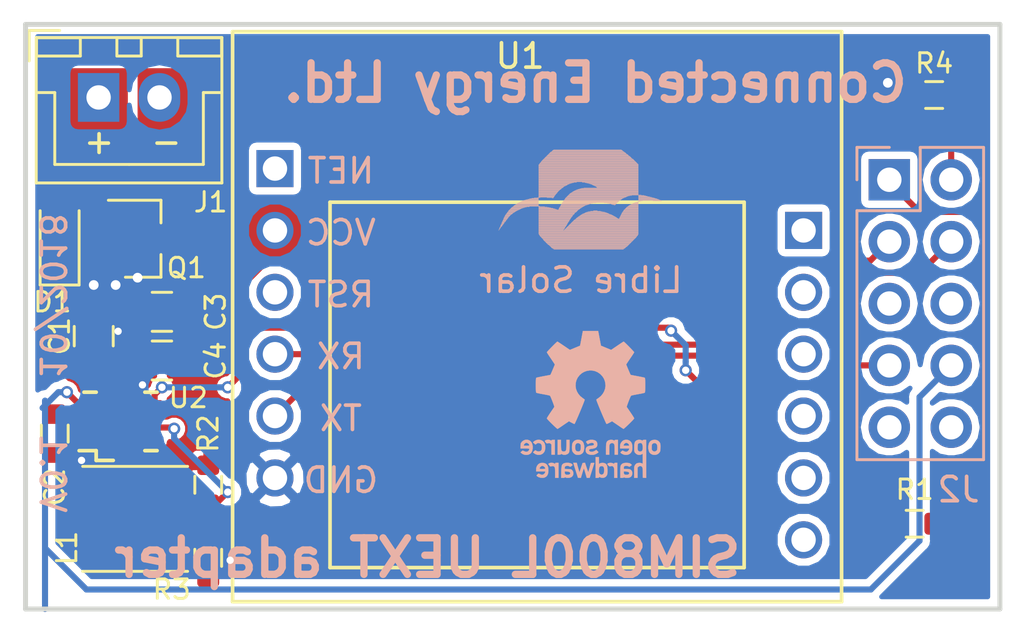
<source format=kicad_pcb>
(kicad_pcb (version 20171130) (host pcbnew 5.0.0)

  (general
    (thickness 1.6)
    (drawings 8)
    (tracks 94)
    (zones 0)
    (modules 19)
    (nets 27)
  )

  (page A4)
  (layers
    (0 F.Cu signal)
    (31 B.Cu signal)
    (32 B.Adhes user)
    (33 F.Adhes user)
    (34 B.Paste user)
    (35 F.Paste user)
    (36 B.SilkS user)
    (37 F.SilkS user)
    (38 B.Mask user)
    (39 F.Mask user)
    (40 Dwgs.User user)
    (41 Cmts.User user)
    (42 Eco1.User user)
    (43 Eco2.User user)
    (44 Edge.Cuts user)
    (45 Margin user)
    (46 B.CrtYd user)
    (47 F.CrtYd user)
    (48 B.Fab user hide)
    (49 F.Fab user hide)
  )

  (setup
    (last_trace_width 0.25)
    (trace_clearance 0.2)
    (zone_clearance 0.3)
    (zone_45_only no)
    (trace_min 0.2)
    (segment_width 0.2)
    (edge_width 0.15)
    (via_size 0.8)
    (via_drill 0.4)
    (via_min_size 0.4)
    (via_min_drill 0.3)
    (user_via 0.5 0.3)
    (uvia_size 0.3)
    (uvia_drill 0.1)
    (uvias_allowed no)
    (uvia_min_size 0.2)
    (uvia_min_drill 0.1)
    (pcb_text_width 0.3)
    (pcb_text_size 1.5 1.5)
    (mod_edge_width 0.15)
    (mod_text_size 1 1)
    (mod_text_width 0.15)
    (pad_size 1 0.9)
    (pad_drill 0)
    (pad_to_mask_clearance 0)
    (aux_axis_origin 0 0)
    (visible_elements FFFFFF7F)
    (pcbplotparams
      (layerselection 0x010fc_ffffffff)
      (usegerberextensions false)
      (usegerberattributes false)
      (usegerberadvancedattributes false)
      (creategerberjobfile false)
      (excludeedgelayer true)
      (linewidth 0.100000)
      (plotframeref false)
      (viasonmask false)
      (mode 1)
      (useauxorigin false)
      (hpglpennumber 1)
      (hpglpenspeed 20)
      (hpglpendiameter 15.000000)
      (psnegative false)
      (psa4output false)
      (plotreference true)
      (plotvalue true)
      (plotinvisibletext false)
      (padsonsilk false)
      (subtractmaskfromsilk false)
      (outputformat 1)
      (mirror false)
      (drillshape 1)
      (scaleselection 1)
      (outputdirectory ""))
  )

  (net 0 "")
  (net 1 GND)
  (net 2 "Net-(U1-Pad7)")
  (net 3 "Net-(U1-Pad11)")
  (net 4 "Net-(U1-Pad12)")
  (net 5 +3V3)
  (net 6 "Net-(J2-Pad5)")
  (net 7 "Net-(J2-Pad6)")
  (net 8 "Net-(U1-Pad1)")
  (net 9 VCC)
  (net 10 "Net-(U1-Pad3)")
  (net 11 /UEXT_TX)
  (net 12 /UEXT_RX)
  (net 13 "Net-(U1-Pad8)")
  (net 14 "Net-(U1-Pad9)")
  (net 15 "Net-(U1-Pad10)")
  (net 16 "Net-(J2-Pad9)")
  (net 17 "Net-(J2-Pad10)")
  (net 18 "Net-(C2-Pad1)")
  (net 19 /EN)
  (net 20 /PG)
  (net 21 "Net-(R2-Pad2)")
  (net 22 "Net-(L1-Pad1)")
  (net 23 VBAT)
  (net 24 "Net-(J2-Pad2)")
  (net 25 "Net-(J1-Pad2)")
  (net 26 "Net-(D1-Pad2)")

  (net_class Default "Dies ist die voreingestellte Netzklasse."
    (clearance 0.2)
    (trace_width 0.25)
    (via_dia 0.8)
    (via_drill 0.4)
    (uvia_dia 0.3)
    (uvia_drill 0.1)
    (add_net +3V3)
    (add_net /EN)
    (add_net /PG)
    (add_net /UEXT_RX)
    (add_net /UEXT_TX)
    (add_net GND)
    (add_net "Net-(C2-Pad1)")
    (add_net "Net-(D1-Pad2)")
    (add_net "Net-(J1-Pad2)")
    (add_net "Net-(J2-Pad10)")
    (add_net "Net-(J2-Pad2)")
    (add_net "Net-(J2-Pad5)")
    (add_net "Net-(J2-Pad6)")
    (add_net "Net-(J2-Pad9)")
    (add_net "Net-(L1-Pad1)")
    (add_net "Net-(R2-Pad2)")
    (add_net "Net-(U1-Pad1)")
    (add_net "Net-(U1-Pad10)")
    (add_net "Net-(U1-Pad11)")
    (add_net "Net-(U1-Pad12)")
    (add_net "Net-(U1-Pad3)")
    (add_net "Net-(U1-Pad7)")
    (add_net "Net-(U1-Pad8)")
    (add_net "Net-(U1-Pad9)")
    (add_net VBAT)
    (add_net VCC)
  )

  (module Diode_SMD:D_TUMD2 (layer F.Cu) (tedit 5BD16CA9) (tstamp 5BD2C5BE)
    (at 147.4 97.9 90)
    (descr "ROHM - TUMD2")
    (tags TUMD2)
    (path /5BD21853)
    (attr smd)
    (fp_text reference D1 (at -2.5 -0.3 180) (layer F.SilkS)
      (effects (font (size 0.8 0.8) (thickness 0.12)))
    )
    (fp_text value RSX051VAM30TR (at 0 1.7 90) (layer F.Fab)
      (effects (font (size 1 1) (thickness 0.15)))
    )
    (fp_text user %R (at 0 -1.6 90) (layer F.Fab)
      (effects (font (size 1 1) (thickness 0.15)))
    )
    (fp_line (start 0.95 -0.65) (end 0.95 0.65) (layer F.Fab) (width 0.1))
    (fp_line (start 0.95 0.65) (end -0.95 0.65) (layer F.Fab) (width 0.1))
    (fp_line (start -0.95 0.65) (end -0.95 -0.65) (layer F.Fab) (width 0.1))
    (fp_line (start -0.95 -0.65) (end 0.95 -0.65) (layer F.Fab) (width 0.1))
    (fp_line (start 0.2 0) (end 0.45 0) (layer F.Fab) (width 0.1))
    (fp_line (start 0.2 0.35) (end -0.3 0) (layer F.Fab) (width 0.1))
    (fp_line (start 0.2 -0.35) (end 0.2 0.35) (layer F.Fab) (width 0.1))
    (fp_line (start -0.3 0) (end 0.2 -0.35) (layer F.Fab) (width 0.1))
    (fp_line (start -0.3 0) (end -0.5 0) (layer F.Fab) (width 0.1))
    (fp_line (start -0.3 -0.35) (end -0.3 0.35) (layer F.Fab) (width 0.1))
    (fp_line (start -1.9 -0.9) (end 1.9 -0.9) (layer F.CrtYd) (width 0.05))
    (fp_line (start 1.9 -0.9) (end 1.9 0.9) (layer F.CrtYd) (width 0.05))
    (fp_line (start 1.9 0.9) (end -1.9 0.9) (layer F.CrtYd) (width 0.05))
    (fp_line (start -1.9 0.9) (end -1.9 -0.9) (layer F.CrtYd) (width 0.05))
    (fp_line (start 1.25 0.8) (end -1.8 0.8) (layer F.SilkS) (width 0.12))
    (fp_line (start -1.8 0.8) (end -1.8 -0.8) (layer F.SilkS) (width 0.12))
    (fp_line (start -1.8 -0.8) (end 1.25 -0.8) (layer F.SilkS) (width 0.12))
    (pad 2 smd rect (at 1.25 0 270) (size 0.8 1.1) (layers F.Cu F.Paste F.Mask)
      (net 26 "Net-(D1-Pad2)"))
    (pad 1 smd rect (at -0.65 0 270) (size 2 1.1) (layers F.Cu F.Paste F.Mask)
      (net 23 VBAT))
    (model ${KISYS3DMOD}/Diode_SMD.3dshapes/D_TUMD2.wrl
      (at (xyz 0 0 0))
      (scale (xyz 1 1 1))
      (rotate (xyz 0 0 0))
    )
  )

  (module LibreSolar:SOT-23 (layer F.Cu) (tedit 5BD16F48) (tstamp 5BD2A74D)
    (at 150.8 97.8)
    (descr "SOT-23, Standard")
    (tags SOT-23)
    (path /5BD174F6)
    (attr smd)
    (fp_text reference Q1 (at 1.8 1.2) (layer F.SilkS)
      (effects (font (size 0.8 0.8) (thickness 0.12)))
    )
    (fp_text value DMN3023L-7 (at 0 2.5) (layer F.Fab)
      (effects (font (size 1 1) (thickness 0.15)))
    )
    (fp_line (start 0.76 1.58) (end -0.7 1.58) (layer F.SilkS) (width 0.12))
    (fp_line (start 0.76 -1.58) (end -1.4 -1.58) (layer F.SilkS) (width 0.12))
    (fp_line (start -1.75 1.75) (end -1.75 -1.75) (layer F.CrtYd) (width 0.05))
    (fp_line (start 1.75 1.75) (end -1.75 1.75) (layer F.CrtYd) (width 0.05))
    (fp_line (start 1.75 -1.75) (end 1.75 1.75) (layer F.CrtYd) (width 0.05))
    (fp_line (start -1.75 -1.75) (end 1.75 -1.75) (layer F.CrtYd) (width 0.05))
    (fp_line (start 0.76 -1.58) (end 0.76 -0.65) (layer F.SilkS) (width 0.12))
    (fp_line (start 0.76 1.58) (end 0.76 0.65) (layer F.SilkS) (width 0.12))
    (fp_line (start -0.7 1.52) (end 0.7 1.52) (layer F.Fab) (width 0.1))
    (fp_line (start 0.7 -1.52) (end 0.7 1.52) (layer F.Fab) (width 0.1))
    (fp_line (start -0.7 -0.95) (end -0.15 -1.52) (layer F.Fab) (width 0.1))
    (fp_line (start -0.15 -1.52) (end 0.7 -1.52) (layer F.Fab) (width 0.1))
    (fp_line (start -0.7 -0.95) (end -0.7 1.5) (layer F.Fab) (width 0.1))
    (fp_text user %R (at 0 0 90) (layer F.Fab)
      (effects (font (size 0.5 0.5) (thickness 0.075)))
    )
    (pad 3 smd roundrect (at 1.05 0) (size 1 0.9) (layers F.Cu F.Paste F.Mask) (roundrect_rratio 0.2)
      (net 25 "Net-(J1-Pad2)"))
    (pad 2 smd roundrect (at -1.05 0.95) (size 1 0.9) (layers F.Cu F.Paste F.Mask) (roundrect_rratio 0.2)
      (net 1 GND))
    (pad 1 smd roundrect (at -1.05 -0.95) (size 1 0.9) (layers F.Cu F.Paste F.Mask) (roundrect_rratio 0.2)
      (net 26 "Net-(D1-Pad2)") (zone_connect 1))
    (model ${KISYS3DMOD}/Package_TO_SOT_SMD.3dshapes/SOT-23.step
      (at (xyz 0 0 0))
      (scale (xyz 1 1 1))
      (rotate (xyz 0 0 0))
    )
  )

  (module Connector_PinSocket_2.54mm:PinSocket_2x05_P2.54mm_Vertical (layer B.Cu) (tedit 5A19A42B) (tstamp 5BD265C9)
    (at 181.46 95.38 180)
    (descr "Through hole straight socket strip, 2x05, 2.54mm pitch, double cols (from Kicad 4.0.7), script generated")
    (tags "Through hole socket strip THT 2x05 2.54mm double row")
    (path /5BD08A45)
    (fp_text reference J2 (at -2.84 -12.72 180) (layer B.SilkS)
      (effects (font (size 1 1) (thickness 0.15)) (justify mirror))
    )
    (fp_text value UEXT (at -1.27 -12.93 180) (layer B.Fab)
      (effects (font (size 1 1) (thickness 0.15)) (justify mirror))
    )
    (fp_line (start -3.81 1.27) (end 0.27 1.27) (layer B.Fab) (width 0.1))
    (fp_line (start 0.27 1.27) (end 1.27 0.27) (layer B.Fab) (width 0.1))
    (fp_line (start 1.27 0.27) (end 1.27 -11.43) (layer B.Fab) (width 0.1))
    (fp_line (start 1.27 -11.43) (end -3.81 -11.43) (layer B.Fab) (width 0.1))
    (fp_line (start -3.81 -11.43) (end -3.81 1.27) (layer B.Fab) (width 0.1))
    (fp_line (start -3.87 1.33) (end -1.27 1.33) (layer B.SilkS) (width 0.12))
    (fp_line (start -3.87 1.33) (end -3.87 -11.49) (layer B.SilkS) (width 0.12))
    (fp_line (start -3.87 -11.49) (end 1.33 -11.49) (layer B.SilkS) (width 0.12))
    (fp_line (start 1.33 -1.27) (end 1.33 -11.49) (layer B.SilkS) (width 0.12))
    (fp_line (start -1.27 -1.27) (end 1.33 -1.27) (layer B.SilkS) (width 0.12))
    (fp_line (start -1.27 1.33) (end -1.27 -1.27) (layer B.SilkS) (width 0.12))
    (fp_line (start 1.33 1.33) (end 1.33 0) (layer B.SilkS) (width 0.12))
    (fp_line (start 0 1.33) (end 1.33 1.33) (layer B.SilkS) (width 0.12))
    (fp_line (start -4.34 1.8) (end 1.76 1.8) (layer B.CrtYd) (width 0.05))
    (fp_line (start 1.76 1.8) (end 1.76 -11.9) (layer B.CrtYd) (width 0.05))
    (fp_line (start 1.76 -11.9) (end -4.34 -11.9) (layer B.CrtYd) (width 0.05))
    (fp_line (start -4.34 -11.9) (end -4.34 1.8) (layer B.CrtYd) (width 0.05))
    (fp_text user %R (at -1.27 -5.08 90) (layer B.Fab)
      (effects (font (size 1 1) (thickness 0.15)) (justify mirror))
    )
    (pad 1 thru_hole rect (at 0 0 180) (size 1.7 1.7) (drill 1) (layers *.Cu *.Mask)
      (net 5 +3V3))
    (pad 2 thru_hole oval (at -2.54 0 180) (size 1.7 1.7) (drill 1) (layers *.Cu *.Mask)
      (net 24 "Net-(J2-Pad2)"))
    (pad 3 thru_hole oval (at 0 -2.54 180) (size 1.7 1.7) (drill 1) (layers *.Cu *.Mask)
      (net 11 /UEXT_TX))
    (pad 4 thru_hole oval (at -2.54 -2.54 180) (size 1.7 1.7) (drill 1) (layers *.Cu *.Mask)
      (net 12 /UEXT_RX))
    (pad 5 thru_hole oval (at 0 -5.08 180) (size 1.7 1.7) (drill 1) (layers *.Cu *.Mask)
      (net 6 "Net-(J2-Pad5)"))
    (pad 6 thru_hole oval (at -2.54 -5.08 180) (size 1.7 1.7) (drill 1) (layers *.Cu *.Mask)
      (net 7 "Net-(J2-Pad6)"))
    (pad 7 thru_hole oval (at 0 -7.62 180) (size 1.7 1.7) (drill 1) (layers *.Cu *.Mask)
      (net 20 /PG))
    (pad 8 thru_hole oval (at -2.54 -7.62 180) (size 1.7 1.7) (drill 1) (layers *.Cu *.Mask)
      (net 19 /EN))
    (pad 9 thru_hole oval (at 0 -10.16 180) (size 1.7 1.7) (drill 1) (layers *.Cu *.Mask)
      (net 16 "Net-(J2-Pad9)"))
    (pad 10 thru_hole oval (at -2.54 -10.16 180) (size 1.7 1.7) (drill 1) (layers *.Cu *.Mask)
      (net 17 "Net-(J2-Pad10)"))
    (model ${KISYS3DMOD}/Connector_PinSocket_2.54mm.3dshapes/PinSocket_2x05_P2.54mm_Vertical.wrl
      (at (xyz 0 0 0))
      (scale (xyz 1 1 1))
      (rotate (xyz 0 0 0))
    )
  )

  (module LibreSolar:Sim800L (layer F.Cu) (tedit 5BD0E553) (tstamp 5BEC7E2C)
    (at 154.5 89.3)
    (path /5BD0A431)
    (fp_text reference U1 (at 11.8 1) (layer F.SilkS)
      (effects (font (size 1 1) (thickness 0.15)))
    )
    (fp_text value SIM800L (at 16 9) (layer F.Fab)
      (effects (font (size 1 1) (thickness 0.15)))
    )
    (fp_line (start 25 0) (end 0 0) (layer F.SilkS) (width 0.15))
    (fp_line (start 25 23.4) (end 25 0) (layer F.SilkS) (width 0.15))
    (fp_line (start 0 23.4) (end 25 23.4) (layer F.SilkS) (width 0.15))
    (fp_line (start 0 0) (end 0 23.4) (layer F.SilkS) (width 0.15))
    (fp_line (start 21 7) (end 4 7) (layer F.SilkS) (width 0.15))
    (fp_line (start 21 22) (end 21 7) (layer F.SilkS) (width 0.15))
    (fp_line (start 4 22) (end 21 22) (layer F.SilkS) (width 0.15))
    (fp_line (start 4 7) (end 4 22) (layer F.SilkS) (width 0.15))
    (fp_text user NET (at 4.445 5.715 180) (layer B.SilkS)
      (effects (font (size 1 1) (thickness 0.15)) (justify mirror))
    )
    (fp_text user VCC (at 4.445 8.255) (layer B.SilkS)
      (effects (font (size 1 1) (thickness 0.15)) (justify mirror))
    )
    (fp_text user RST (at 4.445 10.795) (layer B.SilkS)
      (effects (font (size 1 1) (thickness 0.15)) (justify mirror))
    )
    (fp_text user RX (at 4.445 13.335) (layer B.SilkS)
      (effects (font (size 1 1) (thickness 0.15)) (justify mirror))
    )
    (fp_text user TX (at 4.445 15.875) (layer B.SilkS)
      (effects (font (size 1 1) (thickness 0.15)) (justify mirror))
    )
    (fp_text user GND (at 4.445 18.415) (layer B.SilkS)
      (effects (font (size 1 1) (thickness 0.15)) (justify mirror))
    )
    (pad 12 thru_hole circle (at 23.44 20.86) (size 1.524 1.524) (drill 1) (layers *.Cu *.Mask)
      (net 4 "Net-(U1-Pad12)"))
    (pad 11 thru_hole circle (at 23.44 18.32) (size 1.524 1.524) (drill 1) (layers *.Cu *.Mask)
      (net 3 "Net-(U1-Pad11)"))
    (pad 10 thru_hole circle (at 23.44 15.78) (size 1.524 1.524) (drill 1) (layers *.Cu *.Mask)
      (net 15 "Net-(U1-Pad10)"))
    (pad 9 thru_hole circle (at 23.44 13.24) (size 1.524 1.524) (drill 1) (layers *.Cu *.Mask)
      (net 14 "Net-(U1-Pad9)"))
    (pad 8 thru_hole circle (at 23.44 10.7) (size 1.524 1.524) (drill 1) (layers *.Cu *.Mask)
      (net 13 "Net-(U1-Pad8)"))
    (pad 7 thru_hole rect (at 23.44 8.16) (size 1.524 1.524) (drill 1) (layers *.Cu *.Mask)
      (net 2 "Net-(U1-Pad7)"))
    (pad 6 thru_hole circle (at 1.74 18.32) (size 1.524 1.524) (drill 1) (layers *.Cu *.Mask)
      (net 1 GND))
    (pad 5 thru_hole circle (at 1.74 15.78) (size 1.524 1.524) (drill 1) (layers *.Cu *.Mask)
      (net 12 /UEXT_RX))
    (pad 4 thru_hole circle (at 1.74 13.24) (size 1.524 1.524) (drill 1) (layers *.Cu *.Mask)
      (net 11 /UEXT_TX))
    (pad 3 thru_hole circle (at 1.74 10.7) (size 1.524 1.524) (drill 1) (layers *.Cu *.Mask)
      (net 10 "Net-(U1-Pad3)"))
    (pad 2 thru_hole circle (at 1.74 8.16) (size 1.524 1.524) (drill 1) (layers *.Cu *.Mask)
      (net 9 VCC))
    (pad 1 thru_hole rect (at 1.74 5.62) (size 1.524 1.524) (drill 1) (layers *.Cu *.Mask)
      (net 8 "Net-(U1-Pad1)"))
    (model ${KISYS3DMOD}/LibreSolar.3dshapes/SIM800_Board.stp
      (offset (xyz -0.2 -23.8 2.6))
      (scale (xyz 1 1 1))
      (rotate (xyz 0 0 0))
    )
    (model ${KISYS3DMOD}/Connector_PinHeader_2.54mm.3dshapes/PinHeader_1x06_P2.54mm_Vertical.step
      (offset (xyz 1.7 -5.6 0))
      (scale (xyz 1 1 1))
      (rotate (xyz 0 0 0))
    )
    (model ${KISYS3DMOD}/Connector_PinHeader_2.54mm.3dshapes/PinHeader_1x06_P2.54mm_Vertical.step
      (offset (xyz 23.4 -8.1 0))
      (scale (xyz 1 1 1))
      (rotate (xyz 0 0 0))
    )
  )

  (module LibreSolar:VQFN_RGX0011A (layer F.Cu) (tedit 5BD16C86) (tstamp 5BD31840)
    (at 149.9 105.3 90)
    (path /5BD1143C)
    (fp_text reference U2 (at 0.5 1.9 180) (layer F.SilkS)
      (effects (font (size 0.8 0.8) (thickness 0.12)) (justify left bottom))
    )
    (fp_text value TPS62147 (at -2 3 90) (layer F.Fab)
      (effects (font (size 1 1) (thickness 0.15)) (justify left bottom))
    )
    (fp_line (start -1.6 -1) (end -1.6 -0.3) (layer F.SilkS) (width 0.1524))
    (fp_line (start -1.2 -1) (end -1.6 -1) (layer F.SilkS) (width 0.1524))
    (fp_line (start 1.2 -1.5) (end 1.2 -1) (layer F.SilkS) (width 0.1524))
    (fp_line (start -1.2 -1) (end -1.2 -1.7) (layer F.SilkS) (width 0.15))
    (fp_line (start 1.2 1.5) (end 1.2 1) (layer F.SilkS) (width 0.1524))
    (fp_line (start -1.2 1) (end -1.2 1.5) (layer F.SilkS) (width 0.1524))
    (fp_poly (pts (xy 0.53 -0.424996) (xy 0.53 -0.574996) (xy 0.530962 -0.584753) (xy 0.533806 -0.594134)
      (xy 0.538428 -0.602778) (xy 0.544643 -0.610353) (xy 0.552221 -0.616571) (xy 0.560865 -0.621193)
      (xy 0.570243 -0.624037) (xy 0.58 -0.624996) (xy 1.14 -0.624996) (xy 1.149756 -0.624037)
      (xy 1.159137 -0.621193) (xy 1.167781 -0.616571) (xy 1.175356 -0.610353) (xy 1.181575 -0.602778)
      (xy 1.186193 -0.594134) (xy 1.18904 -0.584753) (xy 1.19 -0.574996) (xy 1.19 -0.424996)
      (xy 1.18904 -0.415243) (xy 1.186193 -0.405862) (xy 1.181575 -0.397221) (xy 1.175356 -0.389643)
      (xy 1.167781 -0.383425) (xy 1.159137 -0.378806) (xy 1.149756 -0.375959) (xy 1.14 -0.374996)
      (xy 0.58 -0.374996) (xy 0.570243 -0.375959) (xy 0.560865 -0.378806) (xy 0.552221 -0.383425)
      (xy 0.544643 -0.389643) (xy 0.538428 -0.397221) (xy 0.533806 -0.405862) (xy 0.530962 -0.415243)) (layer F.Paste) (width 0))
    (fp_poly (pts (xy -0.53 -0.574996) (xy -0.53 -0.424996) (xy -0.530962 -0.415243) (xy -0.533806 -0.405862)
      (xy -0.538428 -0.397221) (xy -0.544643 -0.389643) (xy -0.552221 -0.383425) (xy -0.560865 -0.378806)
      (xy -0.570243 -0.375959) (xy -0.58 -0.374996) (xy -1.14 -0.374996) (xy -1.149756 -0.375959)
      (xy -1.159137 -0.378806) (xy -1.167781 -0.383425) (xy -1.175356 -0.389643) (xy -1.181575 -0.397221)
      (xy -1.186193 -0.405862) (xy -1.18904 -0.415243) (xy -1.19 -0.424996) (xy -1.19 -0.574996)
      (xy -1.18904 -0.584753) (xy -1.186193 -0.594134) (xy -1.181575 -0.602778) (xy -1.175356 -0.610353)
      (xy -1.167781 -0.616571) (xy -1.159137 -0.621193) (xy -1.149756 -0.624037) (xy -1.14 -0.624996)
      (xy -0.58 -0.624996) (xy -0.570243 -0.624037) (xy -0.560865 -0.621193) (xy -0.552221 -0.616571)
      (xy -0.544643 -0.610353) (xy -0.538428 -0.602778) (xy -0.533806 -0.594134) (xy -0.530962 -0.584753)) (layer F.Paste) (width 0))
    (fp_poly (pts (xy 0.330003 -0.574996) (xy 0.330003 -0.424996) (xy 0.32904 -0.415243) (xy 0.326193 -0.405862)
      (xy 0.321575 -0.397221) (xy 0.315356 -0.389643) (xy 0.307778 -0.383425) (xy 0.299134 -0.378806)
      (xy 0.289756 -0.375959) (xy 0.28 -0.374996) (xy -0.28 -0.374996) (xy -0.289756 -0.375959)
      (xy -0.299134 -0.378806) (xy -0.307778 -0.383425) (xy -0.315356 -0.389643) (xy -0.321575 -0.397221)
      (xy -0.326193 -0.405862) (xy -0.32904 -0.415243) (xy -0.330003 -0.424996) (xy -0.330003 -0.574996)
      (xy -0.32904 -0.584753) (xy -0.326193 -0.594134) (xy -0.321575 -0.602778) (xy -0.315356 -0.610353)
      (xy -0.307778 -0.616571) (xy -0.299134 -0.621193) (xy -0.289756 -0.624037) (xy -0.28 -0.624996)
      (xy 0.28 -0.624996) (xy 0.289756 -0.624037) (xy 0.299134 -0.621193) (xy 0.307778 -0.616571)
      (xy 0.315356 -0.610353) (xy 0.321575 -0.602778) (xy 0.326193 -0.594134) (xy 0.32904 -0.584753)) (layer F.Paste) (width 0))
    (fp_poly (pts (xy 0.330003 0.424996) (xy 0.330003 0.574996) (xy 0.32904 0.584753) (xy 0.326193 0.594134)
      (xy 0.321575 0.602778) (xy 0.315356 0.610353) (xy 0.307778 0.616571) (xy 0.299134 0.621193)
      (xy 0.289756 0.624037) (xy 0.28 0.624996) (xy -0.28 0.624996) (xy -0.289756 0.624037)
      (xy -0.299134 0.621193) (xy -0.307778 0.616571) (xy -0.315356 0.610353) (xy -0.321575 0.602778)
      (xy -0.326193 0.594134) (xy -0.32904 0.584753) (xy -0.330003 0.574996) (xy -0.330003 0.424996)
      (xy -0.32904 0.415243) (xy -0.326193 0.405862) (xy -0.321575 0.397221) (xy -0.315356 0.389643)
      (xy -0.307778 0.383425) (xy -0.299134 0.378806) (xy -0.289756 0.375959) (xy -0.28 0.374996)
      (xy 0.28 0.374996) (xy 0.289756 0.375959) (xy 0.299134 0.378806) (xy 0.307778 0.383425)
      (xy 0.315356 0.389643) (xy 0.321575 0.397221) (xy 0.326193 0.405862) (xy 0.32904 0.415243)) (layer F.Paste) (width 0))
    (fp_poly (pts (xy -0.53 0.424996) (xy -0.53 0.574996) (xy -0.530962 0.584753) (xy -0.533806 0.594134)
      (xy -0.538428 0.602778) (xy -0.544643 0.610353) (xy -0.552221 0.616571) (xy -0.560865 0.621193)
      (xy -0.570243 0.624037) (xy -0.58 0.624996) (xy -1.14 0.624996) (xy -1.149756 0.624037)
      (xy -1.159137 0.621193) (xy -1.167781 0.616571) (xy -1.175356 0.610353) (xy -1.181575 0.602778)
      (xy -1.186193 0.594134) (xy -1.18904 0.584753) (xy -1.19 0.574996) (xy -1.19 0.424996)
      (xy -1.18904 0.415243) (xy -1.186193 0.405862) (xy -1.181575 0.397221) (xy -1.175356 0.389643)
      (xy -1.167781 0.383425) (xy -1.159137 0.378806) (xy -1.149756 0.375959) (xy -1.14 0.374996)
      (xy -0.58 0.374996) (xy -0.570243 0.375959) (xy -0.560865 0.378806) (xy -0.552221 0.383425)
      (xy -0.544643 0.389643) (xy -0.538428 0.397221) (xy -0.533806 0.405862) (xy -0.530962 0.415243)) (layer F.Paste) (width 0))
    (fp_poly (pts (xy 0.53 0.574996) (xy 0.53 0.424996) (xy 0.530962 0.415243) (xy 0.533806 0.405862)
      (xy 0.538428 0.397221) (xy 0.544643 0.389643) (xy 0.552221 0.383425) (xy 0.560865 0.378806)
      (xy 0.570243 0.375959) (xy 0.58 0.374996) (xy 1.14 0.374996) (xy 1.149756 0.375959)
      (xy 1.159137 0.378806) (xy 1.167781 0.383425) (xy 1.175356 0.389643) (xy 1.181575 0.397221)
      (xy 1.186193 0.405862) (xy 1.18904 0.415243) (xy 1.19 0.424996) (xy 1.19 0.574996)
      (xy 1.18904 0.584753) (xy 1.186193 0.594134) (xy 1.181575 0.602778) (xy 1.175356 0.610353)
      (xy 1.167781 0.616571) (xy 1.159137 0.621193) (xy 1.149756 0.624037) (xy 1.14 0.624996)
      (xy 0.58 0.624996) (xy 0.570243 0.624037) (xy 0.560865 0.621193) (xy 0.552221 0.616571)
      (xy 0.544643 0.610353) (xy 0.538428 0.602778) (xy 0.533806 0.594134) (xy 0.530962 0.584753)) (layer F.Paste) (width 0))
    (fp_poly (pts (xy 0.330003 -0.075) (xy 0.330003 0.075) (xy 0.32904 0.084756) (xy 0.326193 0.094134)
      (xy 0.321575 0.102778) (xy 0.315356 0.110356) (xy 0.307778 0.116571) (xy 0.299134 0.121193)
      (xy 0.289756 0.124037) (xy 0.28 0.125) (xy -0.28 0.125) (xy -0.289756 0.124037)
      (xy -0.299134 0.121193) (xy -0.307778 0.116571) (xy -0.315356 0.110356) (xy -0.321575 0.102778)
      (xy -0.326193 0.094134) (xy -0.32904 0.084756) (xy -0.330003 0.075) (xy -0.330003 -0.075)
      (xy -0.32904 -0.084756) (xy -0.326193 -0.094134) (xy -0.321575 -0.102778) (xy -0.315356 -0.110356)
      (xy -0.307778 -0.116571) (xy -0.299134 -0.121193) (xy -0.289756 -0.124037) (xy -0.28 -0.125)
      (xy 0.28 -0.125) (xy 0.289756 -0.124037) (xy 0.299134 -0.121193) (xy 0.307778 -0.116571)
      (xy 0.315356 -0.110356) (xy 0.321575 -0.102778) (xy 0.326193 -0.094134) (xy 0.32904 -0.084756)) (layer F.Paste) (width 0))
    (fp_poly (pts (xy -0.53 -0.075) (xy -0.53 0.075) (xy -0.530962 0.084756) (xy -0.533806 0.094134)
      (xy -0.538428 0.102778) (xy -0.544643 0.110356) (xy -0.552221 0.116571) (xy -0.560865 0.121193)
      (xy -0.570243 0.124037) (xy -0.58 0.125) (xy -1.14 0.125) (xy -1.149756 0.124037)
      (xy -1.159137 0.121193) (xy -1.167781 0.116571) (xy -1.175356 0.110356) (xy -1.181575 0.102778)
      (xy -1.186193 0.094134) (xy -1.18904 0.084756) (xy -1.19 0.075) (xy -1.19 -0.075)
      (xy -1.18904 -0.084756) (xy -1.186193 -0.094134) (xy -1.181575 -0.102778) (xy -1.175356 -0.110356)
      (xy -1.167781 -0.116571) (xy -1.159137 -0.121193) (xy -1.149756 -0.124037) (xy -1.14 -0.125)
      (xy -0.58 -0.125) (xy -0.570243 -0.124037) (xy -0.560865 -0.121193) (xy -0.552221 -0.116571)
      (xy -0.544643 -0.110356) (xy -0.538428 -0.102778) (xy -0.533806 -0.094134) (xy -0.530962 -0.084756)) (layer F.Paste) (width 0))
    (fp_poly (pts (xy 0.53 0.075) (xy 0.53 -0.075) (xy 0.530962 -0.084756) (xy 0.533806 -0.094134)
      (xy 0.538428 -0.102778) (xy 0.544643 -0.110356) (xy 0.552221 -0.116571) (xy 0.560865 -0.121193)
      (xy 0.570243 -0.124037) (xy 0.58 -0.125) (xy 1.14 -0.125) (xy 1.149756 -0.124037)
      (xy 1.159137 -0.121193) (xy 1.167781 -0.116571) (xy 1.175356 -0.110356) (xy 1.181575 -0.102778)
      (xy 1.186193 -0.094134) (xy 1.18904 -0.084756) (xy 1.19 -0.075) (xy 1.19 0.075)
      (xy 1.18904 0.084756) (xy 1.186193 0.094134) (xy 1.181575 0.102778) (xy 1.175356 0.110356)
      (xy 1.167781 0.116571) (xy 1.159137 0.121193) (xy 1.149756 0.124037) (xy 1.14 0.125)
      (xy 0.58 0.125) (xy 0.570243 0.124037) (xy 0.560865 0.121193) (xy 0.552221 0.116571)
      (xy 0.544643 0.110356) (xy 0.538428 0.102778) (xy 0.533806 0.094134) (xy 0.530962 0.084756)) (layer F.Paste) (width 0))
    (pad 1 smd roundrect (at 0 -0.5 180) (size 0.35 2.5) (layers F.Cu F.Mask) (roundrect_rratio 0.2)
      (net 23 VBAT) (solder_mask_margin 0.1016))
    (pad 2 smd roundrect (at 0 0 180) (size 0.35 2.5) (layers F.Cu F.Mask) (roundrect_rratio 0.2)
      (net 22 "Net-(L1-Pad1)") (solder_mask_margin 0.1016))
    (pad 3 smd roundrect (at 0 0.5 180) (size 0.35 2.5) (layers F.Cu F.Mask) (roundrect_rratio 0.2)
      (net 1 GND) (solder_mask_margin 0.1016))
    (pad 4 smd roundrect (at -0.75 1.4 270) (size 0.25 0.6) (layers F.Cu F.Paste F.Mask) (roundrect_rratio 0.2)
      (net 1 GND) (solder_mask_margin 0.1016))
    (pad 5 smd roundrect (at -0.250003 1.4 270) (size 0.25 0.6) (layers F.Cu F.Paste F.Mask) (roundrect_rratio 0.2)
      (net 21 "Net-(R2-Pad2)") (solder_mask_margin 0.1016))
    (pad 6 smd roundrect (at 0.25 1.4 270) (size 0.25 0.6) (layers F.Cu F.Paste F.Mask) (roundrect_rratio 0.2)
      (net 9 VCC) (solder_mask_margin 0.1016))
    (pad 7 smd roundrect (at 0.75 1.4 270) (size 0.25 0.6) (layers F.Cu F.Paste F.Mask) (roundrect_rratio 0.2)
      (net 20 /PG) (solder_mask_margin 0.1016))
    (pad 8 smd roundrect (at 0.75 -1.4 270) (size 0.25 0.6) (layers F.Cu F.Paste F.Mask) (roundrect_rratio 0.2)
      (net 19 /EN) (solder_mask_margin 0.1016))
    (pad 9 smd roundrect (at 0.25 -1.4 270) (size 0.25 0.6) (layers F.Cu F.Paste F.Mask) (roundrect_rratio 0.2)
      (net 18 "Net-(C2-Pad1)") (solder_mask_margin 0.1016))
    (pad 10 smd roundrect (at -0.25 -1.4 270) (size 0.25 0.6) (layers F.Cu F.Paste F.Mask) (roundrect_rratio 0.2)
      (net 1 GND) (solder_mask_margin 0.1016))
    (pad 11 smd roundrect (at -0.75 -1.4 270) (size 0.25 0.6) (layers F.Cu F.Paste F.Mask) (roundrect_rratio 0.2)
      (net 1 GND) (solder_mask_margin 0.1016))
    (model ${KISYS3DMOD}/Package_DFN_QFN.3dshapes/DFN-10-1EP_2x3mm_P0.5mm_EP0.64x2.4mm.step
      (at (xyz 0 0 0))
      (scale (xyz 1 1 1))
      (rotate (xyz 0 0 0))
    )
  )

  (module LibreSolar:R_0603_1608 (layer F.Cu) (tedit 5BD16F7C) (tstamp 5BEC6E31)
    (at 183.3 91.9 180)
    (descr "Resistor SMD 0603, reflow soldering, Vishay (see dcrcw.pdf)")
    (tags "resistor 0603")
    (path /5BD2A056)
    (attr smd)
    (fp_text reference R4 (at 0 1.3 180) (layer F.SilkS)
      (effects (font (size 0.8 0.8) (thickness 0.12)))
    )
    (fp_text value 0R (at 0 1.5 180) (layer F.Fab)
      (effects (font (size 1 1) (thickness 0.15)))
    )
    (fp_text user %R (at 0 0 180) (layer F.Fab)
      (effects (font (size 0.5 0.5) (thickness 0.075)))
    )
    (fp_line (start -0.8 0.4) (end -0.8 -0.4) (layer F.Fab) (width 0.1))
    (fp_line (start 0.8 0.4) (end -0.8 0.4) (layer F.Fab) (width 0.1))
    (fp_line (start 0.8 -0.4) (end 0.8 0.4) (layer F.Fab) (width 0.1))
    (fp_line (start -0.8 -0.4) (end 0.8 -0.4) (layer F.Fab) (width 0.1))
    (fp_line (start 0.35 0.55) (end -0.35 0.55) (layer F.SilkS) (width 0.12))
    (fp_line (start -0.35 -0.55) (end 0.35 -0.55) (layer F.SilkS) (width 0.12))
    (fp_line (start -1.4 -0.65) (end 1.4 -0.65) (layer F.CrtYd) (width 0.05))
    (fp_line (start -1.4 -0.65) (end -1.4 0.65) (layer F.CrtYd) (width 0.05))
    (fp_line (start 1.4 0.65) (end 1.4 -0.65) (layer F.CrtYd) (width 0.05))
    (fp_line (start 1.4 0.65) (end -1.4 0.65) (layer F.CrtYd) (width 0.05))
    (pad 1 smd roundrect (at -0.8 0 180) (size 0.8 0.9) (layers F.Cu F.Paste F.Mask) (roundrect_rratio 0.2)
      (net 24 "Net-(J2-Pad2)"))
    (pad 2 smd roundrect (at 0.8 0 180) (size 0.8 0.9) (layers F.Cu F.Paste F.Mask) (roundrect_rratio 0.2)
      (net 1 GND))
    (model ${KISYS3DMOD}/Resistor_SMD.3dshapes/R_0603_1608Metric.step
      (at (xyz 0 0 0))
      (scale (xyz 1 1 1))
      (rotate (xyz 0 0 0))
    )
  )

  (module LibreSolar:Fiducial_0.7mm locked (layer F.Cu) (tedit 5BD0C9DB) (tstamp 5BEC5D07)
    (at 156.8 110.4)
    (descr "Circular Fiducial, 1mm bare copper top; 2.54mm keepout")
    (tags marker)
    (attr virtual)
    (fp_text reference REF** (at 0 -1.9) (layer F.SilkS) hide
      (effects (font (size 1 1) (thickness 0.15)))
    )
    (fp_text value Fiducial_0.7mm (at 0 2.3) (layer F.Fab)
      (effects (font (size 1 1) (thickness 0.15)))
    )
    (fp_circle (center 0 0) (end 1.1 0) (layer F.CrtYd) (width 0.05))
    (pad ~ smd circle (at 0 0) (size 0.7 0.7) (layers F.Cu F.Mask)
      (solder_mask_margin 0.7) (clearance 0.7))
  )

  (module LibreSolar:LIBRESOLAR_LOGO (layer B.Cu) (tedit 58C27829) (tstamp 5BD4B7DC)
    (at 171.1 98.2 180)
    (path /5BD29360)
    (fp_text reference LOGO1 (at 2 5.3 180) (layer B.SilkS) hide
      (effects (font (size 1 1) (thickness 0.15)) (justify mirror))
    )
    (fp_text value LibreSolar_Logo (at 2.1 -3.9 180) (layer B.SilkS) hide
      (effects (font (size 1 1) (thickness 0.15)) (justify mirror))
    )
    (fp_text user "Libre Solar" (at 2.3 -1.3 180) (layer B.SilkS)
      (effects (font (size 1 1) (thickness 0.15)) (justify mirror))
    )
    (fp_poly (pts (xy 0.5525 -0.0425) (xy 3.4085 -0.0425) (xy 3.4085 -0.0255) (xy 0.5525 -0.0255)) (layer B.SilkS) (width 0))
    (fp_poly (pts (xy 0.5355 -0.0255) (xy 3.4425 -0.0255) (xy 3.4425 -0.0085) (xy 0.5355 -0.0085)) (layer B.SilkS) (width 0))
    (fp_poly (pts (xy 0.5015 -0.0085) (xy 3.4595 -0.0085) (xy 3.4595 0.0085) (xy 0.5015 0.0085)) (layer B.SilkS) (width 0))
    (fp_poly (pts (xy 0.4845 0.0085) (xy 3.4935 0.0085) (xy 3.4935 0.0255) (xy 0.4845 0.0255)) (layer B.SilkS) (width 0))
    (fp_poly (pts (xy 0.4675 0.0255) (xy 3.5105 0.0255) (xy 3.5105 0.0425) (xy 0.4675 0.0425)) (layer B.SilkS) (width 0))
    (fp_poly (pts (xy 0.4505 0.0425) (xy 3.5275 0.0425) (xy 3.5275 0.0595) (xy 0.4505 0.0595)) (layer B.SilkS) (width 0))
    (fp_poly (pts (xy 0.4165 0.0595) (xy 3.5445 0.0595) (xy 3.5445 0.0765) (xy 0.4165 0.0765)) (layer B.SilkS) (width 0))
    (fp_poly (pts (xy 0.3995 0.0765) (xy 3.5615 0.0765) (xy 3.5615 0.0935) (xy 0.3995 0.0935)) (layer B.SilkS) (width 0))
    (fp_poly (pts (xy 0.3825 0.0935) (xy 3.5785 0.0935) (xy 3.5785 0.1105) (xy 0.3825 0.1105)) (layer B.SilkS) (width 0))
    (fp_poly (pts (xy 0.3655 0.1105) (xy 3.5955 0.1105) (xy 3.5955 0.1275) (xy 0.3655 0.1275)) (layer B.SilkS) (width 0))
    (fp_poly (pts (xy 0.3485 0.1275) (xy 3.6125 0.1275) (xy 3.6125 0.1445) (xy 0.3485 0.1445)) (layer B.SilkS) (width 0))
    (fp_poly (pts (xy 0.3315 0.1445) (xy 3.6465 0.1445) (xy 3.6465 0.1615) (xy 0.3315 0.1615)) (layer B.SilkS) (width 0))
    (fp_poly (pts (xy 0.3145 0.1615) (xy 3.6635 0.1615) (xy 3.6635 0.1785) (xy 0.3145 0.1785)) (layer B.SilkS) (width 0))
    (fp_poly (pts (xy 0.2975 0.1785) (xy 3.6805 0.1785) (xy 3.6805 0.1955) (xy 0.2975 0.1955)) (layer B.SilkS) (width 0))
    (fp_poly (pts (xy 0.2805 0.1955) (xy 3.6975 0.1955) (xy 3.6975 0.2125) (xy 0.2805 0.2125)) (layer B.SilkS) (width 0))
    (fp_poly (pts (xy 0.2635 0.2125) (xy 3.7145 0.2125) (xy 3.7145 0.2295) (xy 0.2635 0.2295)) (layer B.SilkS) (width 0))
    (fp_poly (pts (xy 0.2465 0.2295) (xy 3.7315 0.2295) (xy 3.7315 0.2465) (xy 0.2465 0.2465)) (layer B.SilkS) (width 0))
    (fp_poly (pts (xy 0.2295 0.2465) (xy 3.7485 0.2465) (xy 3.7485 0.2635) (xy 0.2295 0.2635)) (layer B.SilkS) (width 0))
    (fp_poly (pts (xy 0.2125 0.2635) (xy 3.7655 0.2635) (xy 3.7655 0.2805) (xy 0.2125 0.2805)) (layer B.SilkS) (width 0))
    (fp_poly (pts (xy 0.1955 0.2805) (xy 3.7825 0.2805) (xy 3.7825 0.2975) (xy 0.1955 0.2975)) (layer B.SilkS) (width 0))
    (fp_poly (pts (xy 0.1785 0.2975) (xy 3.7995 0.2975) (xy 3.7995 0.3145) (xy 0.1785 0.3145)) (layer B.SilkS) (width 0))
    (fp_poly (pts (xy 0.1615 0.3145) (xy 3.8165 0.3145) (xy 3.8165 0.3315) (xy 0.1615 0.3315)) (layer B.SilkS) (width 0))
    (fp_poly (pts (xy 0.1445 0.3315) (xy 3.8335 0.3315) (xy 3.8335 0.3485) (xy 0.1445 0.3485)) (layer B.SilkS) (width 0))
    (fp_poly (pts (xy 0.1275 0.3485) (xy 3.8505 0.3485) (xy 3.8505 0.3655) (xy 0.1275 0.3655)) (layer B.SilkS) (width 0))
    (fp_poly (pts (xy 0.1105 0.3655) (xy 3.8505 0.3655) (xy 3.8505 0.3825) (xy 0.1105 0.3825)) (layer B.SilkS) (width 0))
    (fp_poly (pts (xy 0.0935 0.3825) (xy 3.8675 0.3825) (xy 3.8675 0.3995) (xy 0.0935 0.3995)) (layer B.SilkS) (width 0))
    (fp_poly (pts (xy 0.0765 0.3995) (xy 3.8845 0.3995) (xy 3.8845 0.4165) (xy 0.0765 0.4165)) (layer B.SilkS) (width 0))
    (fp_poly (pts (xy 0.0595 0.4165) (xy 3.9015 0.4165) (xy 3.9015 0.4335) (xy 0.0595 0.4335)) (layer B.SilkS) (width 0))
    (fp_poly (pts (xy 0.0425 0.4335) (xy 3.9185 0.4335) (xy 3.9185 0.4505) (xy 0.0425 0.4505)) (layer B.SilkS) (width 0))
    (fp_poly (pts (xy 0.0255 0.4505) (xy 3.9355 0.4505) (xy 3.9355 0.4675) (xy 0.0255 0.4675)) (layer B.SilkS) (width 0))
    (fp_poly (pts (xy 0.0085 0.4675) (xy 3.9525 0.4675) (xy 3.9525 0.4845) (xy 0.0085 0.4845)) (layer B.SilkS) (width 0))
    (fp_poly (pts (xy 0.0085 0.4845) (xy 3.9695 0.4845) (xy 3.9695 0.5015) (xy 0.0085 0.5015)) (layer B.SilkS) (width 0))
    (fp_poly (pts (xy -0.0085 0.5015) (xy 3.9865 0.5015) (xy 3.9865 0.5185) (xy -0.0085 0.5185)) (layer B.SilkS) (width 0))
    (fp_poly (pts (xy -0.0255 0.5185) (xy 3.9865 0.5185) (xy 3.9865 0.5355) (xy -0.0255 0.5355)) (layer B.SilkS) (width 0))
    (fp_poly (pts (xy -0.0425 0.5355) (xy 4.0035 0.5355) (xy 4.0035 0.5525) (xy -0.0425 0.5525)) (layer B.SilkS) (width 0))
    (fp_poly (pts (xy -0.0425 0.5525) (xy 4.0205 0.5525) (xy 4.0205 0.5695) (xy -0.0425 0.5695)) (layer B.SilkS) (width 0))
    (fp_poly (pts (xy -0.0595 0.5695) (xy 4.0205 0.5695) (xy 4.0205 0.5865) (xy -0.0595 0.5865)) (layer B.SilkS) (width 0))
    (fp_poly (pts (xy -0.0595 0.5865) (xy 4.0375 0.5865) (xy 4.0375 0.6035) (xy -0.0595 0.6035)) (layer B.SilkS) (width 0))
    (fp_poly (pts (xy -0.0595 0.6035) (xy 4.0375 0.6035) (xy 4.0375 0.6205) (xy -0.0595 0.6205)) (layer B.SilkS) (width 0))
    (fp_poly (pts (xy -0.0595 0.6205) (xy 4.0375 0.6205) (xy 4.0375 0.6375) (xy -0.0595 0.6375)) (layer B.SilkS) (width 0))
    (fp_poly (pts (xy -0.0595 0.6375) (xy 4.0375 0.6375) (xy 4.0375 0.6545) (xy -0.0595 0.6545)) (layer B.SilkS) (width 0))
    (fp_poly (pts (xy -0.0595 0.6545) (xy 4.0375 0.6545) (xy 4.0375 0.6715) (xy -0.0595 0.6715)) (layer B.SilkS) (width 0))
    (fp_poly (pts (xy -0.0595 0.6715) (xy 4.0375 0.6715) (xy 4.0375 0.6885) (xy -0.0595 0.6885)) (layer B.SilkS) (width 0))
    (fp_poly (pts (xy -0.0595 0.6885) (xy 4.0375 0.6885) (xy 4.0375 0.7055) (xy -0.0595 0.7055)) (layer B.SilkS) (width 0))
    (fp_poly (pts (xy -0.0595 0.7055) (xy 4.0375 0.7055) (xy 4.0375 0.7225) (xy -0.0595 0.7225)) (layer B.SilkS) (width 0))
    (fp_poly (pts (xy -0.0595 0.7225) (xy 4.0375 0.7225) (xy 4.0375 0.7395) (xy -0.0595 0.7395)) (layer B.SilkS) (width 0))
    (fp_poly (pts (xy -0.0595 0.7395) (xy 3.0005 0.7395) (xy 3.0005 0.7565) (xy -0.0595 0.7565)) (layer B.SilkS) (width 0))
    (fp_poly (pts (xy 3.0175 0.7395) (xy 4.0375 0.7395) (xy 4.0375 0.7565) (xy 3.0175 0.7565)) (layer B.SilkS) (width 0))
    (fp_poly (pts (xy 5.6695 0.7395) (xy 5.6865 0.7395) (xy 5.6865 0.7565) (xy 5.6695 0.7565)) (layer B.SilkS) (width 0))
    (fp_poly (pts (xy -0.0595 0.7565) (xy 2.9835 0.7565) (xy 2.9835 0.7735) (xy -0.0595 0.7735)) (layer B.SilkS) (width 0))
    (fp_poly (pts (xy 3.0005 0.7565) (xy 4.0375 0.7565) (xy 4.0375 0.7735) (xy 3.0005 0.7735)) (layer B.SilkS) (width 0))
    (fp_poly (pts (xy 5.6525 0.7565) (xy 5.6695 0.7565) (xy 5.6695 0.7735) (xy 5.6525 0.7735)) (layer B.SilkS) (width 0))
    (fp_poly (pts (xy -0.0595 0.7735) (xy 2.9665 0.7735) (xy 2.9665 0.7905) (xy -0.0595 0.7905)) (layer B.SilkS) (width 0))
    (fp_poly (pts (xy 3.0005 0.7735) (xy 4.0375 0.7735) (xy 4.0375 0.7905) (xy 3.0005 0.7905)) (layer B.SilkS) (width 0))
    (fp_poly (pts (xy 5.6355 0.7735) (xy 5.6695 0.7735) (xy 5.6695 0.7905) (xy 5.6355 0.7905)) (layer B.SilkS) (width 0))
    (fp_poly (pts (xy -0.0595 0.7905) (xy 2.9495 0.7905) (xy 2.9495 0.8075) (xy -0.0595 0.8075)) (layer B.SilkS) (width 0))
    (fp_poly (pts (xy 2.9835 0.7905) (xy 4.0375 0.7905) (xy 4.0375 0.8075) (xy 2.9835 0.8075)) (layer B.SilkS) (width 0))
    (fp_poly (pts (xy 5.6355 0.7905) (xy 5.6525 0.7905) (xy 5.6525 0.8075) (xy 5.6355 0.8075)) (layer B.SilkS) (width 0))
    (fp_poly (pts (xy -0.0595 0.8075) (xy 2.9325 0.8075) (xy 2.9325 0.8245) (xy -0.0595 0.8245)) (layer B.SilkS) (width 0))
    (fp_poly (pts (xy 2.9665 0.8075) (xy 4.0375 0.8075) (xy 4.0375 0.8245) (xy 2.9665 0.8245)) (layer B.SilkS) (width 0))
    (fp_poly (pts (xy 5.6185 0.8075) (xy 5.6525 0.8075) (xy 5.6525 0.8245) (xy 5.6185 0.8245)) (layer B.SilkS) (width 0))
    (fp_poly (pts (xy -0.0595 0.8245) (xy 2.9155 0.8245) (xy 2.9155 0.8415) (xy -0.0595 0.8415)) (layer B.SilkS) (width 0))
    (fp_poly (pts (xy 2.9665 0.8245) (xy 4.0375 0.8245) (xy 4.0375 0.8415) (xy 2.9665 0.8415)) (layer B.SilkS) (width 0))
    (fp_poly (pts (xy 5.6015 0.8245) (xy 5.6525 0.8245) (xy 5.6525 0.8415) (xy 5.6015 0.8415)) (layer B.SilkS) (width 0))
    (fp_poly (pts (xy -0.0595 0.8415) (xy 2.8985 0.8415) (xy 2.8985 0.8585) (xy -0.0595 0.8585)) (layer B.SilkS) (width 0))
    (fp_poly (pts (xy 2.9495 0.8415) (xy 4.0375 0.8415) (xy 4.0375 0.8585) (xy 2.9495 0.8585)) (layer B.SilkS) (width 0))
    (fp_poly (pts (xy 5.6015 0.8415) (xy 5.6355 0.8415) (xy 5.6355 0.8585) (xy 5.6015 0.8585)) (layer B.SilkS) (width 0))
    (fp_poly (pts (xy -0.0595 0.8585) (xy 2.8815 0.8585) (xy 2.8815 0.8755) (xy -0.0595 0.8755)) (layer B.SilkS) (width 0))
    (fp_poly (pts (xy 2.9495 0.8585) (xy 4.0375 0.8585) (xy 4.0375 0.8755) (xy 2.9495 0.8755)) (layer B.SilkS) (width 0))
    (fp_poly (pts (xy 5.5845 0.8585) (xy 5.6355 0.8585) (xy 5.6355 0.8755) (xy 5.5845 0.8755)) (layer B.SilkS) (width 0))
    (fp_poly (pts (xy -0.0595 0.8755) (xy 2.8645 0.8755) (xy 2.8645 0.8925) (xy -0.0595 0.8925)) (layer B.SilkS) (width 0))
    (fp_poly (pts (xy 2.9325 0.8755) (xy 4.0375 0.8755) (xy 4.0375 0.8925) (xy 2.9325 0.8925)) (layer B.SilkS) (width 0))
    (fp_poly (pts (xy 5.5675 0.8755) (xy 5.6185 0.8755) (xy 5.6185 0.8925) (xy 5.5675 0.8925)) (layer B.SilkS) (width 0))
    (fp_poly (pts (xy -0.0595 0.8925) (xy 2.8475 0.8925) (xy 2.8475 0.9095) (xy -0.0595 0.9095)) (layer B.SilkS) (width 0))
    (fp_poly (pts (xy 2.9155 0.8925) (xy 4.0375 0.8925) (xy 4.0375 0.9095) (xy 2.9155 0.9095)) (layer B.SilkS) (width 0))
    (fp_poly (pts (xy 5.5505 0.8925) (xy 5.6185 0.8925) (xy 5.6185 0.9095) (xy 5.5505 0.9095)) (layer B.SilkS) (width 0))
    (fp_poly (pts (xy -0.0595 0.9095) (xy 2.8305 0.9095) (xy 2.8305 0.9265) (xy -0.0595 0.9265)) (layer B.SilkS) (width 0))
    (fp_poly (pts (xy 2.9155 0.9095) (xy 4.0375 0.9095) (xy 4.0375 0.9265) (xy 2.9155 0.9265)) (layer B.SilkS) (width 0))
    (fp_poly (pts (xy 5.5335 0.9095) (xy 5.6015 0.9095) (xy 5.6015 0.9265) (xy 5.5335 0.9265)) (layer B.SilkS) (width 0))
    (fp_poly (pts (xy -0.0595 0.9265) (xy 2.8135 0.9265) (xy 2.8135 0.9435) (xy -0.0595 0.9435)) (layer B.SilkS) (width 0))
    (fp_poly (pts (xy 2.8985 0.9265) (xy 4.0375 0.9265) (xy 4.0375 0.9435) (xy 2.8985 0.9435)) (layer B.SilkS) (width 0))
    (fp_poly (pts (xy 5.5335 0.9265) (xy 5.6015 0.9265) (xy 5.6015 0.9435) (xy 5.5335 0.9435)) (layer B.SilkS) (width 0))
    (fp_poly (pts (xy -0.0595 0.9435) (xy 2.7965 0.9435) (xy 2.7965 0.9605) (xy -0.0595 0.9605)) (layer B.SilkS) (width 0))
    (fp_poly (pts (xy 2.8815 0.9435) (xy 4.0375 0.9435) (xy 4.0375 0.9605) (xy 2.8815 0.9605)) (layer B.SilkS) (width 0))
    (fp_poly (pts (xy 5.5165 0.9435) (xy 5.6015 0.9435) (xy 5.6015 0.9605) (xy 5.5165 0.9605)) (layer B.SilkS) (width 0))
    (fp_poly (pts (xy -0.0595 0.9605) (xy 2.7795 0.9605) (xy 2.7795 0.9775) (xy -0.0595 0.9775)) (layer B.SilkS) (width 0))
    (fp_poly (pts (xy 2.8815 0.9605) (xy 4.0375 0.9605) (xy 4.0375 0.9775) (xy 2.8815 0.9775)) (layer B.SilkS) (width 0))
    (fp_poly (pts (xy 5.4995 0.9605) (xy 5.5845 0.9605) (xy 5.5845 0.9775) (xy 5.4995 0.9775)) (layer B.SilkS) (width 0))
    (fp_poly (pts (xy -0.0595 0.9775) (xy 2.7625 0.9775) (xy 2.7625 0.9945) (xy -0.0595 0.9945)) (layer B.SilkS) (width 0))
    (fp_poly (pts (xy 2.8645 0.9775) (xy 4.0375 0.9775) (xy 4.0375 0.9945) (xy 2.8645 0.9945)) (layer B.SilkS) (width 0))
    (fp_poly (pts (xy 5.4825 0.9775) (xy 5.5845 0.9775) (xy 5.5845 0.9945) (xy 5.4825 0.9945)) (layer B.SilkS) (width 0))
    (fp_poly (pts (xy -0.0595 0.9945) (xy 2.7455 0.9945) (xy 2.7455 1.0115) (xy -0.0595 1.0115)) (layer B.SilkS) (width 0))
    (fp_poly (pts (xy 2.8645 0.9945) (xy 4.0375 0.9945) (xy 4.0375 1.0115) (xy 2.8645 1.0115)) (layer B.SilkS) (width 0))
    (fp_poly (pts (xy 5.4825 0.9945) (xy 5.5675 0.9945) (xy 5.5675 1.0115) (xy 5.4825 1.0115)) (layer B.SilkS) (width 0))
    (fp_poly (pts (xy -0.0595 1.0115) (xy 2.7285 1.0115) (xy 2.7285 1.0285) (xy -0.0595 1.0285)) (layer B.SilkS) (width 0))
    (fp_poly (pts (xy 2.8475 1.0115) (xy 4.0375 1.0115) (xy 4.0375 1.0285) (xy 2.8475 1.0285)) (layer B.SilkS) (width 0))
    (fp_poly (pts (xy 5.4655 1.0115) (xy 5.5675 1.0115) (xy 5.5675 1.0285) (xy 5.4655 1.0285)) (layer B.SilkS) (width 0))
    (fp_poly (pts (xy -0.0595 1.0285) (xy 2.7115 1.0285) (xy 2.7115 1.0455) (xy -0.0595 1.0455)) (layer B.SilkS) (width 0))
    (fp_poly (pts (xy 2.8475 1.0285) (xy 4.0375 1.0285) (xy 4.0375 1.0455) (xy 2.8475 1.0455)) (layer B.SilkS) (width 0))
    (fp_poly (pts (xy 5.4485 1.0285) (xy 5.5505 1.0285) (xy 5.5505 1.0455) (xy 5.4485 1.0455)) (layer B.SilkS) (width 0))
    (fp_poly (pts (xy -0.0595 1.0455) (xy 2.6945 1.0455) (xy 2.6945 1.0625) (xy -0.0595 1.0625)) (layer B.SilkS) (width 0))
    (fp_poly (pts (xy 2.8305 1.0455) (xy 4.0375 1.0455) (xy 4.0375 1.0625) (xy 2.8305 1.0625)) (layer B.SilkS) (width 0))
    (fp_poly (pts (xy 5.4485 1.0455) (xy 5.5505 1.0455) (xy 5.5505 1.0625) (xy 5.4485 1.0625)) (layer B.SilkS) (width 0))
    (fp_poly (pts (xy -0.0595 1.0625) (xy 2.6775 1.0625) (xy 2.6775 1.0795) (xy -0.0595 1.0795)) (layer B.SilkS) (width 0))
    (fp_poly (pts (xy 2.8135 1.0625) (xy 4.0375 1.0625) (xy 4.0375 1.0795) (xy 2.8135 1.0795)) (layer B.SilkS) (width 0))
    (fp_poly (pts (xy 5.4315 1.0625) (xy 5.5505 1.0625) (xy 5.5505 1.0795) (xy 5.4315 1.0795)) (layer B.SilkS) (width 0))
    (fp_poly (pts (xy -0.0595 1.0795) (xy 2.6605 1.0795) (xy 2.6605 1.0965) (xy -0.0595 1.0965)) (layer B.SilkS) (width 0))
    (fp_poly (pts (xy 2.8135 1.0795) (xy 4.0375 1.0795) (xy 4.0375 1.0965) (xy 2.8135 1.0965)) (layer B.SilkS) (width 0))
    (fp_poly (pts (xy 5.4145 1.0795) (xy 5.5335 1.0795) (xy 5.5335 1.0965) (xy 5.4145 1.0965)) (layer B.SilkS) (width 0))
    (fp_poly (pts (xy -0.0595 1.0965) (xy 2.6435 1.0965) (xy 2.6435 1.1135) (xy -0.0595 1.1135)) (layer B.SilkS) (width 0))
    (fp_poly (pts (xy 2.7965 1.0965) (xy 4.0375 1.0965) (xy 4.0375 1.1135) (xy 2.7965 1.1135)) (layer B.SilkS) (width 0))
    (fp_poly (pts (xy 5.3975 1.0965) (xy 5.5335 1.0965) (xy 5.5335 1.1135) (xy 5.3975 1.1135)) (layer B.SilkS) (width 0))
    (fp_poly (pts (xy -0.0595 1.1135) (xy 2.6265 1.1135) (xy 2.6265 1.1305) (xy -0.0595 1.1305)) (layer B.SilkS) (width 0))
    (fp_poly (pts (xy 2.7795 1.1135) (xy 4.0375 1.1135) (xy 4.0375 1.1305) (xy 2.7795 1.1305)) (layer B.SilkS) (width 0))
    (fp_poly (pts (xy 5.3805 1.1135) (xy 5.5165 1.1135) (xy 5.5165 1.1305) (xy 5.3805 1.1305)) (layer B.SilkS) (width 0))
    (fp_poly (pts (xy -0.0595 1.1305) (xy 2.6095 1.1305) (xy 2.6095 1.1475) (xy -0.0595 1.1475)) (layer B.SilkS) (width 0))
    (fp_poly (pts (xy 2.7795 1.1305) (xy 4.0375 1.1305) (xy 4.0375 1.1475) (xy 2.7795 1.1475)) (layer B.SilkS) (width 0))
    (fp_poly (pts (xy 5.3805 1.1305) (xy 5.5165 1.1305) (xy 5.5165 1.1475) (xy 5.3805 1.1475)) (layer B.SilkS) (width 0))
    (fp_poly (pts (xy -0.0595 1.1475) (xy 2.5925 1.1475) (xy 2.5925 1.1645) (xy -0.0595 1.1645)) (layer B.SilkS) (width 0))
    (fp_poly (pts (xy 2.7625 1.1475) (xy 4.0375 1.1475) (xy 4.0375 1.1645) (xy 2.7625 1.1645)) (layer B.SilkS) (width 0))
    (fp_poly (pts (xy 5.3635 1.1475) (xy 5.4995 1.1475) (xy 5.4995 1.1645) (xy 5.3635 1.1645)) (layer B.SilkS) (width 0))
    (fp_poly (pts (xy -0.0595 1.1645) (xy 2.5755 1.1645) (xy 2.5755 1.1815) (xy -0.0595 1.1815)) (layer B.SilkS) (width 0))
    (fp_poly (pts (xy 2.7625 1.1645) (xy 4.0375 1.1645) (xy 4.0375 1.1815) (xy 2.7625 1.1815)) (layer B.SilkS) (width 0))
    (fp_poly (pts (xy 5.3465 1.1645) (xy 5.4995 1.1645) (xy 5.4995 1.1815) (xy 5.3465 1.1815)) (layer B.SilkS) (width 0))
    (fp_poly (pts (xy -0.0595 1.1815) (xy 2.5415 1.1815) (xy 2.5415 1.1985) (xy -0.0595 1.1985)) (layer B.SilkS) (width 0))
    (fp_poly (pts (xy 2.7455 1.1815) (xy 4.0375 1.1815) (xy 4.0375 1.1985) (xy 2.7455 1.1985)) (layer B.SilkS) (width 0))
    (fp_poly (pts (xy 5.3295 1.1815) (xy 5.4825 1.1815) (xy 5.4825 1.1985) (xy 5.3295 1.1985)) (layer B.SilkS) (width 0))
    (fp_poly (pts (xy -0.0595 1.1985) (xy 2.5245 1.1985) (xy 2.5245 1.2155) (xy -0.0595 1.2155)) (layer B.SilkS) (width 0))
    (fp_poly (pts (xy 2.7285 1.1985) (xy 4.0375 1.1985) (xy 4.0375 1.2155) (xy 2.7285 1.2155)) (layer B.SilkS) (width 0))
    (fp_poly (pts (xy 5.3295 1.1985) (xy 5.4825 1.1985) (xy 5.4825 1.2155) (xy 5.3295 1.2155)) (layer B.SilkS) (width 0))
    (fp_poly (pts (xy -0.0595 1.2155) (xy 0.7395 1.2155) (xy 0.7395 1.2325) (xy -0.0595 1.2325)) (layer B.SilkS) (width 0))
    (fp_poly (pts (xy 0.7565 1.2155) (xy 2.5075 1.2155) (xy 2.5075 1.2325) (xy 0.7565 1.2325)) (layer B.SilkS) (width 0))
    (fp_poly (pts (xy 2.7285 1.2155) (xy 4.0375 1.2155) (xy 4.0375 1.2325) (xy 2.7285 1.2325)) (layer B.SilkS) (width 0))
    (fp_poly (pts (xy 5.3125 1.2155) (xy 5.4825 1.2155) (xy 5.4825 1.2325) (xy 5.3125 1.2325)) (layer B.SilkS) (width 0))
    (fp_poly (pts (xy -0.0595 1.2325) (xy 0.7225 1.2325) (xy 0.7225 1.2495) (xy -0.0595 1.2495)) (layer B.SilkS) (width 0))
    (fp_poly (pts (xy 0.7905 1.2325) (xy 2.4905 1.2325) (xy 2.4905 1.2495) (xy 0.7905 1.2495)) (layer B.SilkS) (width 0))
    (fp_poly (pts (xy 2.7115 1.2325) (xy 4.0375 1.2325) (xy 4.0375 1.2495) (xy 2.7115 1.2495)) (layer B.SilkS) (width 0))
    (fp_poly (pts (xy 5.2955 1.2325) (xy 5.4655 1.2325) (xy 5.4655 1.2495) (xy 5.2955 1.2495)) (layer B.SilkS) (width 0))
    (fp_poly (pts (xy -0.0595 1.2495) (xy 0.7225 1.2495) (xy 0.7225 1.2665) (xy -0.0595 1.2665)) (layer B.SilkS) (width 0))
    (fp_poly (pts (xy 0.8245 1.2495) (xy 2.4735 1.2495) (xy 2.4735 1.2665) (xy 0.8245 1.2665)) (layer B.SilkS) (width 0))
    (fp_poly (pts (xy 2.6945 1.2495) (xy 4.0375 1.2495) (xy 4.0375 1.2665) (xy 2.6945 1.2665)) (layer B.SilkS) (width 0))
    (fp_poly (pts (xy 5.2785 1.2495) (xy 5.4655 1.2495) (xy 5.4655 1.2665) (xy 5.2785 1.2665)) (layer B.SilkS) (width 0))
    (fp_poly (pts (xy -0.0595 1.2665) (xy 0.7055 1.2665) (xy 0.7055 1.2835) (xy -0.0595 1.2835)) (layer B.SilkS) (width 0))
    (fp_poly (pts (xy 0.8415 1.2665) (xy 2.4395 1.2665) (xy 2.4395 1.2835) (xy 0.8415 1.2835)) (layer B.SilkS) (width 0))
    (fp_poly (pts (xy 2.6945 1.2665) (xy 4.0375 1.2665) (xy 4.0375 1.2835) (xy 2.6945 1.2835)) (layer B.SilkS) (width 0))
    (fp_poly (pts (xy 5.2785 1.2665) (xy 5.4485 1.2665) (xy 5.4485 1.2835) (xy 5.2785 1.2835)) (layer B.SilkS) (width 0))
    (fp_poly (pts (xy -0.0595 1.2835) (xy 0.7055 1.2835) (xy 0.7055 1.3005) (xy -0.0595 1.3005)) (layer B.SilkS) (width 0))
    (fp_poly (pts (xy 0.8755 1.2835) (xy 2.4225 1.2835) (xy 2.4225 1.3005) (xy 0.8755 1.3005)) (layer B.SilkS) (width 0))
    (fp_poly (pts (xy 2.6775 1.2835) (xy 4.0375 1.2835) (xy 4.0375 1.3005) (xy 2.6775 1.3005)) (layer B.SilkS) (width 0))
    (fp_poly (pts (xy 5.2615 1.2835) (xy 5.4485 1.2835) (xy 5.4485 1.3005) (xy 5.2615 1.3005)) (layer B.SilkS) (width 0))
    (fp_poly (pts (xy -0.0595 1.3005) (xy 0.6885 1.3005) (xy 0.6885 1.3175) (xy -0.0595 1.3175)) (layer B.SilkS) (width 0))
    (fp_poly (pts (xy 0.8925 1.3005) (xy 2.4055 1.3005) (xy 2.4055 1.3175) (xy 0.8925 1.3175)) (layer B.SilkS) (width 0))
    (fp_poly (pts (xy 2.6605 1.3005) (xy 4.0375 1.3005) (xy 4.0375 1.3175) (xy 2.6605 1.3175)) (layer B.SilkS) (width 0))
    (fp_poly (pts (xy 5.2445 1.3005) (xy 5.4315 1.3005) (xy 5.4315 1.3175) (xy 5.2445 1.3175)) (layer B.SilkS) (width 0))
    (fp_poly (pts (xy -0.0595 1.3175) (xy 0.6885 1.3175) (xy 0.6885 1.3345) (xy -0.0595 1.3345)) (layer B.SilkS) (width 0))
    (fp_poly (pts (xy 0.9265 1.3175) (xy 2.3715 1.3175) (xy 2.3715 1.3345) (xy 0.9265 1.3345)) (layer B.SilkS) (width 0))
    (fp_poly (pts (xy 2.6435 1.3175) (xy 4.0375 1.3175) (xy 4.0375 1.3345) (xy 2.6435 1.3345)) (layer B.SilkS) (width 0))
    (fp_poly (pts (xy 5.2275 1.3175) (xy 5.4315 1.3175) (xy 5.4315 1.3345) (xy 5.2275 1.3345)) (layer B.SilkS) (width 0))
    (fp_poly (pts (xy -0.0595 1.3345) (xy 0.6715 1.3345) (xy 0.6715 1.3515) (xy -0.0595 1.3515)) (layer B.SilkS) (width 0))
    (fp_poly (pts (xy 0.9605 1.3345) (xy 2.3545 1.3345) (xy 2.3545 1.3515) (xy 0.9605 1.3515)) (layer B.SilkS) (width 0))
    (fp_poly (pts (xy 2.6435 1.3345) (xy 4.0375 1.3345) (xy 4.0375 1.3515) (xy 2.6435 1.3515)) (layer B.SilkS) (width 0))
    (fp_poly (pts (xy 5.2105 1.3345) (xy 5.4145 1.3345) (xy 5.4145 1.3515) (xy 5.2105 1.3515)) (layer B.SilkS) (width 0))
    (fp_poly (pts (xy -0.0595 1.3515) (xy 0.6715 1.3515) (xy 0.6715 1.3685) (xy -0.0595 1.3685)) (layer B.SilkS) (width 0))
    (fp_poly (pts (xy 0.9945 1.3515) (xy 2.3205 1.3515) (xy 2.3205 1.3685) (xy 0.9945 1.3685)) (layer B.SilkS) (width 0))
    (fp_poly (pts (xy 2.6265 1.3515) (xy 4.0375 1.3515) (xy 4.0375 1.3685) (xy 2.6265 1.3685)) (layer B.SilkS) (width 0))
    (fp_poly (pts (xy 5.1935 1.3515) (xy 5.4145 1.3515) (xy 5.4145 1.3685) (xy 5.1935 1.3685)) (layer B.SilkS) (width 0))
    (fp_poly (pts (xy -0.0595 1.3685) (xy 0.6545 1.3685) (xy 0.6545 1.3855) (xy -0.0595 1.3855)) (layer B.SilkS) (width 0))
    (fp_poly (pts (xy 1.0285 1.3685) (xy 2.3035 1.3685) (xy 2.3035 1.3855) (xy 1.0285 1.3855)) (layer B.SilkS) (width 0))
    (fp_poly (pts (xy 2.6095 1.3685) (xy 4.0375 1.3685) (xy 4.0375 1.3855) (xy 2.6095 1.3855)) (layer B.SilkS) (width 0))
    (fp_poly (pts (xy 5.1765 1.3685) (xy 5.3975 1.3685) (xy 5.3975 1.3855) (xy 5.1765 1.3855)) (layer B.SilkS) (width 0))
    (fp_poly (pts (xy -0.0595 1.3855) (xy 0.6545 1.3855) (xy 0.6545 1.4025) (xy -0.0595 1.4025)) (layer B.SilkS) (width 0))
    (fp_poly (pts (xy 1.0625 1.3855) (xy 2.2695 1.3855) (xy 2.2695 1.4025) (xy 1.0625 1.4025)) (layer B.SilkS) (width 0))
    (fp_poly (pts (xy 2.5925 1.3855) (xy 4.0375 1.3855) (xy 4.0375 1.4025) (xy 2.5925 1.4025)) (layer B.SilkS) (width 0))
    (fp_poly (pts (xy 5.1595 1.3855) (xy 5.3805 1.3855) (xy 5.3805 1.4025) (xy 5.1595 1.4025)) (layer B.SilkS) (width 0))
    (fp_poly (pts (xy -0.0595 1.4025) (xy 0.6375 1.4025) (xy 0.6375 1.4195) (xy -0.0595 1.4195)) (layer B.SilkS) (width 0))
    (fp_poly (pts (xy 1.1135 1.4025) (xy 2.2525 1.4025) (xy 2.2525 1.4195) (xy 1.1135 1.4195)) (layer B.SilkS) (width 0))
    (fp_poly (pts (xy 2.5755 1.4025) (xy 4.0375 1.4025) (xy 4.0375 1.4195) (xy 2.5755 1.4195)) (layer B.SilkS) (width 0))
    (fp_poly (pts (xy 5.1255 1.4025) (xy 5.3805 1.4025) (xy 5.3805 1.4195) (xy 5.1255 1.4195)) (layer B.SilkS) (width 0))
    (fp_poly (pts (xy -0.0595 1.4195) (xy 0.6375 1.4195) (xy 0.6375 1.4365) (xy -0.0595 1.4365)) (layer B.SilkS) (width 0))
    (fp_poly (pts (xy 1.1475 1.4195) (xy 2.2185 1.4195) (xy 2.2185 1.4365) (xy 1.1475 1.4365)) (layer B.SilkS) (width 0))
    (fp_poly (pts (xy 2.5585 1.4195) (xy 4.0375 1.4195) (xy 4.0375 1.4365) (xy 2.5585 1.4365)) (layer B.SilkS) (width 0))
    (fp_poly (pts (xy 5.1085 1.4195) (xy 5.3635 1.4195) (xy 5.3635 1.4365) (xy 5.1085 1.4365)) (layer B.SilkS) (width 0))
    (fp_poly (pts (xy -0.0595 1.4365) (xy 0.6205 1.4365) (xy 0.6205 1.4535) (xy -0.0595 1.4535)) (layer B.SilkS) (width 0))
    (fp_poly (pts (xy 1.1815 1.4365) (xy 2.1675 1.4365) (xy 2.1675 1.4535) (xy 1.1815 1.4535)) (layer B.SilkS) (width 0))
    (fp_poly (pts (xy 2.5585 1.4365) (xy 4.0375 1.4365) (xy 4.0375 1.4535) (xy 2.5585 1.4535)) (layer B.SilkS) (width 0))
    (fp_poly (pts (xy 5.0915 1.4365) (xy 5.3465 1.4365) (xy 5.3465 1.4535) (xy 5.0915 1.4535)) (layer B.SilkS) (width 0))
    (fp_poly (pts (xy -0.0595 1.4535) (xy 0.6205 1.4535) (xy 0.6205 1.4705) (xy -0.0595 1.4705)) (layer B.SilkS) (width 0))
    (fp_poly (pts (xy 1.2325 1.4535) (xy 2.1335 1.4535) (xy 2.1335 1.4705) (xy 1.2325 1.4705)) (layer B.SilkS) (width 0))
    (fp_poly (pts (xy 2.5415 1.4535) (xy 4.0375 1.4535) (xy 4.0375 1.4705) (xy 2.5415 1.4705)) (layer B.SilkS) (width 0))
    (fp_poly (pts (xy 5.0575 1.4535) (xy 5.3295 1.4535) (xy 5.3295 1.4705) (xy 5.0575 1.4705)) (layer B.SilkS) (width 0))
    (fp_poly (pts (xy -0.0595 1.4705) (xy 0.6035 1.4705) (xy 0.6035 1.4875) (xy -0.0595 1.4875)) (layer B.SilkS) (width 0))
    (fp_poly (pts (xy 1.2835 1.4705) (xy 2.0995 1.4705) (xy 2.0995 1.4875) (xy 1.2835 1.4875)) (layer B.SilkS) (width 0))
    (fp_poly (pts (xy 2.5075 1.4705) (xy 4.0375 1.4705) (xy 4.0375 1.4875) (xy 2.5075 1.4875)) (layer B.SilkS) (width 0))
    (fp_poly (pts (xy 5.0405 1.4705) (xy 5.3295 1.4705) (xy 5.3295 1.4875) (xy 5.0405 1.4875)) (layer B.SilkS) (width 0))
    (fp_poly (pts (xy -0.0595 1.4875) (xy 0.5865 1.4875) (xy 0.5865 1.5045) (xy -0.0595 1.5045)) (layer B.SilkS) (width 0))
    (fp_poly (pts (xy 1.3345 1.4875) (xy 2.0485 1.4875) (xy 2.0485 1.5045) (xy 1.3345 1.5045)) (layer B.SilkS) (width 0))
    (fp_poly (pts (xy 2.4905 1.4875) (xy 4.0375 1.4875) (xy 4.0375 1.5045) (xy 2.4905 1.5045)) (layer B.SilkS) (width 0))
    (fp_poly (pts (xy 5.0065 1.4875) (xy 5.3125 1.4875) (xy 5.3125 1.5045) (xy 5.0065 1.5045)) (layer B.SilkS) (width 0))
    (fp_poly (pts (xy -0.0595 1.5045) (xy 0.5865 1.5045) (xy 0.5865 1.5215) (xy -0.0595 1.5215)) (layer B.SilkS) (width 0))
    (fp_poly (pts (xy 1.4195 1.5045) (xy 1.9975 1.5045) (xy 1.9975 1.5215) (xy 1.4195 1.5215)) (layer B.SilkS) (width 0))
    (fp_poly (pts (xy 2.4735 1.5045) (xy 4.0375 1.5045) (xy 4.0375 1.5215) (xy 2.4735 1.5215)) (layer B.SilkS) (width 0))
    (fp_poly (pts (xy 4.9895 1.5045) (xy 5.2955 1.5045) (xy 5.2955 1.5215) (xy 4.9895 1.5215)) (layer B.SilkS) (width 0))
    (fp_poly (pts (xy -0.0595 1.5215) (xy 0.5695 1.5215) (xy 0.5695 1.5385) (xy -0.0595 1.5385)) (layer B.SilkS) (width 0))
    (fp_poly (pts (xy 1.4875 1.5215) (xy 1.9125 1.5215) (xy 1.9125 1.5385) (xy 1.4875 1.5385)) (layer B.SilkS) (width 0))
    (fp_poly (pts (xy 2.4565 1.5215) (xy 4.0375 1.5215) (xy 4.0375 1.5385) (xy 2.4565 1.5385)) (layer B.SilkS) (width 0))
    (fp_poly (pts (xy 4.9555 1.5215) (xy 5.2785 1.5215) (xy 5.2785 1.5385) (xy 4.9555 1.5385)) (layer B.SilkS) (width 0))
    (fp_poly (pts (xy -0.0595 1.5385) (xy 0.5525 1.5385) (xy 0.5525 1.5555) (xy -0.0595 1.5555)) (layer B.SilkS) (width 0))
    (fp_poly (pts (xy 1.6235 1.5385) (xy 1.7935 1.5385) (xy 1.7935 1.5555) (xy 1.6235 1.5555)) (layer B.SilkS) (width 0))
    (fp_poly (pts (xy 2.4395 1.5385) (xy 4.0375 1.5385) (xy 4.0375 1.5555) (xy 2.4395 1.5555)) (layer B.SilkS) (width 0))
    (fp_poly (pts (xy 4.9215 1.5385) (xy 5.2785 1.5385) (xy 5.2785 1.5555) (xy 4.9215 1.5555)) (layer B.SilkS) (width 0))
    (fp_poly (pts (xy -0.0595 1.5555) (xy 0.5525 1.5555) (xy 0.5525 1.5725) (xy -0.0595 1.5725)) (layer B.SilkS) (width 0))
    (fp_poly (pts (xy 2.4225 1.5555) (xy 4.0375 1.5555) (xy 4.0375 1.5725) (xy 2.4225 1.5725)) (layer B.SilkS) (width 0))
    (fp_poly (pts (xy 4.8875 1.5555) (xy 5.2615 1.5555) (xy 5.2615 1.5725) (xy 4.8875 1.5725)) (layer B.SilkS) (width 0))
    (fp_poly (pts (xy -0.0595 1.5725) (xy 0.5355 1.5725) (xy 0.5355 1.5895) (xy -0.0595 1.5895)) (layer B.SilkS) (width 0))
    (fp_poly (pts (xy 2.4055 1.5725) (xy 4.0375 1.5725) (xy 4.0375 1.5895) (xy 2.4055 1.5895)) (layer B.SilkS) (width 0))
    (fp_poly (pts (xy 4.8535 1.5725) (xy 5.2445 1.5725) (xy 5.2445 1.5895) (xy 4.8535 1.5895)) (layer B.SilkS) (width 0))
    (fp_poly (pts (xy -0.0595 1.5895) (xy 0.5185 1.5895) (xy 0.5185 1.6065) (xy -0.0595 1.6065)) (layer B.SilkS) (width 0))
    (fp_poly (pts (xy 2.3885 1.5895) (xy 3.2215 1.5895) (xy 3.2215 1.6065) (xy 2.3885 1.6065)) (layer B.SilkS) (width 0))
    (fp_poly (pts (xy 3.2725 1.5895) (xy 4.0375 1.5895) (xy 4.0375 1.6065) (xy 3.2725 1.6065)) (layer B.SilkS) (width 0))
    (fp_poly (pts (xy 4.8195 1.5895) (xy 5.2275 1.5895) (xy 5.2275 1.6065) (xy 4.8195 1.6065)) (layer B.SilkS) (width 0))
    (fp_poly (pts (xy -0.0595 1.6065) (xy 0.5015 1.6065) (xy 0.5015 1.6235) (xy -0.0595 1.6235)) (layer B.SilkS) (width 0))
    (fp_poly (pts (xy 2.3545 1.6065) (xy 3.2215 1.6065) (xy 3.2215 1.6235) (xy 2.3545 1.6235)) (layer B.SilkS) (width 0))
    (fp_poly (pts (xy 3.3235 1.6065) (xy 4.0375 1.6065) (xy 4.0375 1.6235) (xy 3.3235 1.6235)) (layer B.SilkS) (width 0))
    (fp_poly (pts (xy 4.7855 1.6065) (xy 5.2105 1.6065) (xy 5.2105 1.6235) (xy 4.7855 1.6235)) (layer B.SilkS) (width 0))
    (fp_poly (pts (xy -0.0595 1.6235) (xy 0.4845 1.6235) (xy 0.4845 1.6405) (xy -0.0595 1.6405)) (layer B.SilkS) (width 0))
    (fp_poly (pts (xy 2.3375 1.6235) (xy 3.2045 1.6235) (xy 3.2045 1.6405) (xy 2.3375 1.6405)) (layer B.SilkS) (width 0))
    (fp_poly (pts (xy 3.3745 1.6235) (xy 4.0375 1.6235) (xy 4.0375 1.6405) (xy 3.3745 1.6405)) (layer B.SilkS) (width 0))
    (fp_poly (pts (xy 4.7515 1.6235) (xy 5.1935 1.6235) (xy 5.1935 1.6405) (xy 4.7515 1.6405)) (layer B.SilkS) (width 0))
    (fp_poly (pts (xy -0.0595 1.6405) (xy 0.4675 1.6405) (xy 0.4675 1.6575) (xy -0.0595 1.6575)) (layer B.SilkS) (width 0))
    (fp_poly (pts (xy 2.3035 1.6405) (xy 3.2045 1.6405) (xy 3.2045 1.6575) (xy 2.3035 1.6575)) (layer B.SilkS) (width 0))
    (fp_poly (pts (xy 3.4425 1.6405) (xy 4.0375 1.6405) (xy 4.0375 1.6575) (xy 3.4425 1.6575)) (layer B.SilkS) (width 0))
    (fp_poly (pts (xy 4.7005 1.6405) (xy 5.1765 1.6405) (xy 5.1765 1.6575) (xy 4.7005 1.6575)) (layer B.SilkS) (width 0))
    (fp_poly (pts (xy -0.0595 1.6575) (xy 0.4505 1.6575) (xy 0.4505 1.6745) (xy -0.0595 1.6745)) (layer B.SilkS) (width 0))
    (fp_poly (pts (xy 2.2865 1.6575) (xy 3.1875 1.6575) (xy 3.1875 1.6745) (xy 2.2865 1.6745)) (layer B.SilkS) (width 0))
    (fp_poly (pts (xy 3.5275 1.6575) (xy 4.0375 1.6575) (xy 4.0375 1.6745) (xy 3.5275 1.6745)) (layer B.SilkS) (width 0))
    (fp_poly (pts (xy 4.6495 1.6575) (xy 5.1595 1.6575) (xy 5.1595 1.6745) (xy 4.6495 1.6745)) (layer B.SilkS) (width 0))
    (fp_poly (pts (xy -0.0595 1.6745) (xy 0.4335 1.6745) (xy 0.4335 1.6915) (xy -0.0595 1.6915)) (layer B.SilkS) (width 0))
    (fp_poly (pts (xy 2.2525 1.6745) (xy 3.1875 1.6745) (xy 3.1875 1.6915) (xy 2.2525 1.6915)) (layer B.SilkS) (width 0))
    (fp_poly (pts (xy 3.5955 1.6745) (xy 4.0375 1.6745) (xy 4.0375 1.6915) (xy 3.5955 1.6915)) (layer B.SilkS) (width 0))
    (fp_poly (pts (xy 4.5985 1.6745) (xy 5.1425 1.6745) (xy 5.1425 1.6915) (xy 4.5985 1.6915)) (layer B.SilkS) (width 0))
    (fp_poly (pts (xy -0.0595 1.6915) (xy 0.4165 1.6915) (xy 0.4165 1.7085) (xy -0.0595 1.7085)) (layer B.SilkS) (width 0))
    (fp_poly (pts (xy 2.2355 1.6915) (xy 3.1705 1.6915) (xy 3.1705 1.7085) (xy 2.2355 1.7085)) (layer B.SilkS) (width 0))
    (fp_poly (pts (xy 3.6805 1.6915) (xy 4.0375 1.6915) (xy 4.0375 1.7085) (xy 3.6805 1.7085)) (layer B.SilkS) (width 0))
    (fp_poly (pts (xy 4.5305 1.6915) (xy 5.1255 1.6915) (xy 5.1255 1.7085) (xy 4.5305 1.7085)) (layer B.SilkS) (width 0))
    (fp_poly (pts (xy -0.0595 1.7085) (xy 0.3995 1.7085) (xy 0.3995 1.7255) (xy -0.0595 1.7255)) (layer B.SilkS) (width 0))
    (fp_poly (pts (xy 2.2015 1.7085) (xy 3.1535 1.7085) (xy 3.1535 1.7255) (xy 2.2015 1.7255)) (layer B.SilkS) (width 0))
    (fp_poly (pts (xy 3.7825 1.7085) (xy 4.0375 1.7085) (xy 4.0375 1.7255) (xy 3.7825 1.7255)) (layer B.SilkS) (width 0))
    (fp_poly (pts (xy 4.4115 1.7085) (xy 5.0915 1.7085) (xy 5.0915 1.7255) (xy 4.4115 1.7255)) (layer B.SilkS) (width 0))
    (fp_poly (pts (xy -0.0595 1.7255) (xy 0.3655 1.7255) (xy 0.3655 1.7425) (xy -0.0595 1.7425)) (layer B.SilkS) (width 0))
    (fp_poly (pts (xy 2.1675 1.7255) (xy 3.1535 1.7255) (xy 3.1535 1.7425) (xy 2.1675 1.7425)) (layer B.SilkS) (width 0))
    (fp_poly (pts (xy 3.9865 1.7255) (xy 5.0745 1.7255) (xy 5.0745 1.7425) (xy 3.9865 1.7425)) (layer B.SilkS) (width 0))
    (fp_poly (pts (xy -0.0595 1.7425) (xy 0.3485 1.7425) (xy 0.3485 1.7595) (xy -0.0595 1.7595)) (layer B.SilkS) (width 0))
    (fp_poly (pts (xy 2.1335 1.7425) (xy 3.1365 1.7425) (xy 3.1365 1.7595) (xy 2.1335 1.7595)) (layer B.SilkS) (width 0))
    (fp_poly (pts (xy 4.0375 1.7425) (xy 5.0575 1.7425) (xy 5.0575 1.7595) (xy 4.0375 1.7595)) (layer B.SilkS) (width 0))
    (fp_poly (pts (xy -0.0595 1.7595) (xy 0.3145 1.7595) (xy 0.3145 1.7765) (xy -0.0595 1.7765)) (layer B.SilkS) (width 0))
    (fp_poly (pts (xy 2.0995 1.7595) (xy 3.1365 1.7595) (xy 3.1365 1.7765) (xy 2.0995 1.7765)) (layer B.SilkS) (width 0))
    (fp_poly (pts (xy 4.0375 1.7595) (xy 5.0405 1.7595) (xy 5.0405 1.7765) (xy 4.0375 1.7765)) (layer B.SilkS) (width 0))
    (fp_poly (pts (xy -0.0595 1.7765) (xy 0.2975 1.7765) (xy 0.2975 1.7935) (xy -0.0595 1.7935)) (layer B.SilkS) (width 0))
    (fp_poly (pts (xy 0.8925 1.7765) (xy 0.9435 1.7765) (xy 0.9435 1.7935) (xy 0.8925 1.7935)) (layer B.SilkS) (width 0))
    (fp_poly (pts (xy 2.0485 1.7765) (xy 3.1195 1.7765) (xy 3.1195 1.7935) (xy 2.0485 1.7935)) (layer B.SilkS) (width 0))
    (fp_poly (pts (xy 4.0375 1.7765) (xy 5.0065 1.7765) (xy 5.0065 1.7935) (xy 4.0375 1.7935)) (layer B.SilkS) (width 0))
    (fp_poly (pts (xy -0.0595 1.7935) (xy 0.2635 1.7935) (xy 0.2635 1.8105) (xy -0.0595 1.8105)) (layer B.SilkS) (width 0))
    (fp_poly (pts (xy 0.8755 1.7935) (xy 1.0115 1.7935) (xy 1.0115 1.8105) (xy 0.8755 1.8105)) (layer B.SilkS) (width 0))
    (fp_poly (pts (xy 1.9975 1.7935) (xy 3.1195 1.7935) (xy 3.1195 1.8105) (xy 1.9975 1.8105)) (layer B.SilkS) (width 0))
    (fp_poly (pts (xy 4.0375 1.7935) (xy 4.9895 1.7935) (xy 4.9895 1.8105) (xy 4.0375 1.8105)) (layer B.SilkS) (width 0))
    (fp_poly (pts (xy -0.0595 1.8105) (xy 0.2295 1.8105) (xy 0.2295 1.8275) (xy -0.0595 1.8275)) (layer B.SilkS) (width 0))
    (fp_poly (pts (xy 0.8585 1.8105) (xy 1.0625 1.8105) (xy 1.0625 1.8275) (xy 0.8585 1.8275)) (layer B.SilkS) (width 0))
    (fp_poly (pts (xy 1.9465 1.8105) (xy 3.1025 1.8105) (xy 3.1025 1.8275) (xy 1.9465 1.8275)) (layer B.SilkS) (width 0))
    (fp_poly (pts (xy 4.0375 1.8105) (xy 4.9555 1.8105) (xy 4.9555 1.8275) (xy 4.0375 1.8275)) (layer B.SilkS) (width 0))
    (fp_poly (pts (xy -0.0595 1.8275) (xy 0.1955 1.8275) (xy 0.1955 1.8445) (xy -0.0595 1.8445)) (layer B.SilkS) (width 0))
    (fp_poly (pts (xy 0.8415 1.8275) (xy 1.1305 1.8275) (xy 1.1305 1.8445) (xy 0.8415 1.8445)) (layer B.SilkS) (width 0))
    (fp_poly (pts (xy 1.8955 1.8275) (xy 3.0855 1.8275) (xy 3.0855 1.8445) (xy 1.8955 1.8445)) (layer B.SilkS) (width 0))
    (fp_poly (pts (xy 4.0375 1.8275) (xy 4.9385 1.8275) (xy 4.9385 1.8445) (xy 4.0375 1.8445)) (layer B.SilkS) (width 0))
    (fp_poly (pts (xy -0.0595 1.8445) (xy 0.1615 1.8445) (xy 0.1615 1.8615) (xy -0.0595 1.8615)) (layer B.SilkS) (width 0))
    (fp_poly (pts (xy 0.8415 1.8445) (xy 1.2155 1.8445) (xy 1.2155 1.8615) (xy 0.8415 1.8615)) (layer B.SilkS) (width 0))
    (fp_poly (pts (xy 1.8105 1.8445) (xy 3.0855 1.8445) (xy 3.0855 1.8615) (xy 1.8105 1.8615)) (layer B.SilkS) (width 0))
    (fp_poly (pts (xy 4.0375 1.8445) (xy 4.9045 1.8445) (xy 4.9045 1.8615) (xy 4.0375 1.8615)) (layer B.SilkS) (width 0))
    (fp_poly (pts (xy -0.0595 1.8615) (xy 0.1105 1.8615) (xy 0.1105 1.8785) (xy -0.0595 1.8785)) (layer B.SilkS) (width 0))
    (fp_poly (pts (xy 0.8245 1.8615) (xy 1.3515 1.8615) (xy 1.3515 1.8785) (xy 0.8245 1.8785)) (layer B.SilkS) (width 0))
    (fp_poly (pts (xy 1.6745 1.8615) (xy 3.0685 1.8615) (xy 3.0685 1.8785) (xy 1.6745 1.8785)) (layer B.SilkS) (width 0))
    (fp_poly (pts (xy 4.0375 1.8615) (xy 4.8705 1.8615) (xy 4.8705 1.8785) (xy 4.0375 1.8785)) (layer B.SilkS) (width 0))
    (fp_poly (pts (xy -0.0595 1.8785) (xy 0.0765 1.8785) (xy 0.0765 1.8955) (xy -0.0595 1.8955)) (layer B.SilkS) (width 0))
    (fp_poly (pts (xy 0.7905 1.8785) (xy 3.0685 1.8785) (xy 3.0685 1.8955) (xy 0.7905 1.8955)) (layer B.SilkS) (width 0))
    (fp_poly (pts (xy 4.0375 1.8785) (xy 4.8365 1.8785) (xy 4.8365 1.8955) (xy 4.0375 1.8955)) (layer B.SilkS) (width 0))
    (fp_poly (pts (xy -0.0595 1.8955) (xy 0.0085 1.8955) (xy 0.0085 1.9125) (xy -0.0595 1.9125)) (layer B.SilkS) (width 0))
    (fp_poly (pts (xy 0.7735 1.8955) (xy 3.0515 1.8955) (xy 3.0515 1.9125) (xy 0.7735 1.9125)) (layer B.SilkS) (width 0))
    (fp_poly (pts (xy 4.0375 1.8955) (xy 4.8025 1.8955) (xy 4.8025 1.9125) (xy 4.0375 1.9125)) (layer B.SilkS) (width 0))
    (fp_poly (pts (xy -0.0765 1.9125) (xy -0.0425 1.9125) (xy -0.0425 1.9295) (xy -0.0765 1.9295)) (layer B.SilkS) (width 0))
    (fp_poly (pts (xy 0.7565 1.9125) (xy 3.0345 1.9125) (xy 3.0345 1.9295) (xy 0.7565 1.9295)) (layer B.SilkS) (width 0))
    (fp_poly (pts (xy 4.0375 1.9125) (xy 4.7685 1.9125) (xy 4.7685 1.9295) (xy 4.0375 1.9295)) (layer B.SilkS) (width 0))
    (fp_poly (pts (xy -0.1445 1.9295) (xy -0.0595 1.9295) (xy -0.0595 1.9465) (xy -0.1445 1.9465)) (layer B.SilkS) (width 0))
    (fp_poly (pts (xy 0.7395 1.9295) (xy 3.0345 1.9295) (xy 3.0345 1.9465) (xy 0.7395 1.9465)) (layer B.SilkS) (width 0))
    (fp_poly (pts (xy 4.0375 1.9295) (xy 4.7345 1.9295) (xy 4.7345 1.9465) (xy 4.0375 1.9465)) (layer B.SilkS) (width 0))
    (fp_poly (pts (xy -1.0115 1.9465) (xy -0.6545 1.9465) (xy -0.6545 1.9635) (xy -1.0115 1.9635)) (layer B.SilkS) (width 0))
    (fp_poly (pts (xy -0.2295 1.9465) (xy -0.0595 1.9465) (xy -0.0595 1.9635) (xy -0.2295 1.9635)) (layer B.SilkS) (width 0))
    (fp_poly (pts (xy 0.7225 1.9465) (xy 3.0175 1.9465) (xy 3.0175 1.9635) (xy 0.7225 1.9635)) (layer B.SilkS) (width 0))
    (fp_poly (pts (xy 4.0375 1.9465) (xy 4.7005 1.9465) (xy 4.7005 1.9635) (xy 4.0375 1.9635)) (layer B.SilkS) (width 0))
    (fp_poly (pts (xy -0.9945 1.9635) (xy -0.0595 1.9635) (xy -0.0595 1.9805) (xy -0.9945 1.9805)) (layer B.SilkS) (width 0))
    (fp_poly (pts (xy 0.7055 1.9635) (xy 3.0005 1.9635) (xy 3.0005 1.9805) (xy 0.7055 1.9805)) (layer B.SilkS) (width 0))
    (fp_poly (pts (xy 4.0375 1.9635) (xy 4.6495 1.9635) (xy 4.6495 1.9805) (xy 4.0375 1.9805)) (layer B.SilkS) (width 0))
    (fp_poly (pts (xy -0.9435 1.9805) (xy -0.0595 1.9805) (xy -0.0595 1.9975) (xy -0.9435 1.9975)) (layer B.SilkS) (width 0))
    (fp_poly (pts (xy 0.6715 1.9805) (xy 2.9835 1.9805) (xy 2.9835 1.9975) (xy 0.6715 1.9975)) (layer B.SilkS) (width 0))
    (fp_poly (pts (xy 4.0375 1.9805) (xy 4.5985 1.9805) (xy 4.5985 1.9975) (xy 4.0375 1.9975)) (layer B.SilkS) (width 0))
    (fp_poly (pts (xy -0.9095 1.9975) (xy -0.0595 1.9975) (xy -0.0595 2.0145) (xy -0.9095 2.0145)) (layer B.SilkS) (width 0))
    (fp_poly (pts (xy 0.6545 1.9975) (xy 2.9835 1.9975) (xy 2.9835 2.0145) (xy 0.6545 2.0145)) (layer B.SilkS) (width 0))
    (fp_poly (pts (xy 4.0375 1.9975) (xy 4.5475 1.9975) (xy 4.5475 2.0145) (xy 4.0375 2.0145)) (layer B.SilkS) (width 0))
    (fp_poly (pts (xy -0.8755 2.0145) (xy -0.0595 2.0145) (xy -0.0595 2.0315) (xy -0.8755 2.0315)) (layer B.SilkS) (width 0))
    (fp_poly (pts (xy 0.6205 2.0145) (xy 2.9665 2.0145) (xy 2.9665 2.0315) (xy 0.6205 2.0315)) (layer B.SilkS) (width 0))
    (fp_poly (pts (xy 4.0375 2.0145) (xy 4.4795 2.0145) (xy 4.4795 2.0315) (xy 4.0375 2.0315)) (layer B.SilkS) (width 0))
    (fp_poly (pts (xy -0.8245 2.0315) (xy -0.0595 2.0315) (xy -0.0595 2.0485) (xy -0.8245 2.0485)) (layer B.SilkS) (width 0))
    (fp_poly (pts (xy 0.6035 2.0315) (xy 2.9495 2.0315) (xy 2.9495 2.0485) (xy 0.6035 2.0485)) (layer B.SilkS) (width 0))
    (fp_poly (pts (xy 4.0375 2.0315) (xy 4.4115 2.0315) (xy 4.4115 2.0485) (xy 4.0375 2.0485)) (layer B.SilkS) (width 0))
    (fp_poly (pts (xy -0.7565 2.0485) (xy -0.0595 2.0485) (xy -0.0595 2.0655) (xy -0.7565 2.0655)) (layer B.SilkS) (width 0))
    (fp_poly (pts (xy 0.5695 2.0485) (xy 2.9495 2.0485) (xy 2.9495 2.0655) (xy 0.5695 2.0655)) (layer B.SilkS) (width 0))
    (fp_poly (pts (xy 4.0375 2.0485) (xy 4.3265 2.0485) (xy 4.3265 2.0655) (xy 4.0375 2.0655)) (layer B.SilkS) (width 0))
    (fp_poly (pts (xy -0.7055 2.0655) (xy -0.0595 2.0655) (xy -0.0595 2.0825) (xy -0.7055 2.0825)) (layer B.SilkS) (width 0))
    (fp_poly (pts (xy 0.5355 2.0655) (xy 2.9325 2.0655) (xy 2.9325 2.0825) (xy 0.5355 2.0825)) (layer B.SilkS) (width 0))
    (fp_poly (pts (xy 3.4255 2.0655) (xy 3.4935 2.0655) (xy 3.4935 2.0825) (xy 3.4255 2.0825)) (layer B.SilkS) (width 0))
    (fp_poly (pts (xy 4.0375 2.0655) (xy 4.2245 2.0655) (xy 4.2245 2.0825) (xy 4.0375 2.0825)) (layer B.SilkS) (width 0))
    (fp_poly (pts (xy -0.6375 2.0825) (xy -0.0595 2.0825) (xy -0.0595 2.0995) (xy -0.6375 2.0995)) (layer B.SilkS) (width 0))
    (fp_poly (pts (xy 0.5015 2.0825) (xy 2.9155 2.0825) (xy 2.9155 2.0995) (xy 0.5015 2.0995)) (layer B.SilkS) (width 0))
    (fp_poly (pts (xy 3.4255 2.0825) (xy 3.6975 2.0825) (xy 3.6975 2.0995) (xy 3.4255 2.0995)) (layer B.SilkS) (width 0))
    (fp_poly (pts (xy 3.9695 2.0825) (xy 4.0715 2.0825) (xy 4.0715 2.0995) (xy 3.9695 2.0995)) (layer B.SilkS) (width 0))
    (fp_poly (pts (xy -0.5865 2.0995) (xy -0.0595 2.0995) (xy -0.0595 2.1165) (xy -0.5865 2.1165)) (layer B.SilkS) (width 0))
    (fp_poly (pts (xy 0.4505 2.0995) (xy 2.8985 2.0995) (xy 2.8985 2.1165) (xy 0.4505 2.1165)) (layer B.SilkS) (width 0))
    (fp_poly (pts (xy 3.4085 2.0995) (xy 4.0375 2.0995) (xy 4.0375 2.1165) (xy 3.4085 2.1165)) (layer B.SilkS) (width 0))
    (fp_poly (pts (xy -0.5185 2.1165) (xy -0.0595 2.1165) (xy -0.0595 2.1335) (xy -0.5185 2.1335)) (layer B.SilkS) (width 0))
    (fp_poly (pts (xy 0.4165 2.1165) (xy 2.8815 2.1165) (xy 2.8815 2.1335) (xy 0.4165 2.1335)) (layer B.SilkS) (width 0))
    (fp_poly (pts (xy 3.3915 2.1165) (xy 4.0375 2.1165) (xy 4.0375 2.1335) (xy 3.3915 2.1335)) (layer B.SilkS) (width 0))
    (fp_poly (pts (xy -0.4335 2.1335) (xy -0.0595 2.1335) (xy -0.0595 2.1505) (xy -0.4335 2.1505)) (layer B.SilkS) (width 0))
    (fp_poly (pts (xy 0.3655 2.1335) (xy 2.8645 2.1335) (xy 2.8645 2.1505) (xy 0.3655 2.1505)) (layer B.SilkS) (width 0))
    (fp_poly (pts (xy 3.3915 2.1335) (xy 4.0375 2.1335) (xy 4.0375 2.1505) (xy 3.3915 2.1505)) (layer B.SilkS) (width 0))
    (fp_poly (pts (xy -0.3655 2.1505) (xy -0.0595 2.1505) (xy -0.0595 2.1675) (xy -0.3655 2.1675)) (layer B.SilkS) (width 0))
    (fp_poly (pts (xy 0.2975 2.1505) (xy 2.8475 2.1505) (xy 2.8475 2.1675) (xy 0.2975 2.1675)) (layer B.SilkS) (width 0))
    (fp_poly (pts (xy 3.3745 2.1505) (xy 4.0375 2.1505) (xy 4.0375 2.1675) (xy 3.3745 2.1675)) (layer B.SilkS) (width 0))
    (fp_poly (pts (xy -0.2975 2.1675) (xy -0.0595 2.1675) (xy -0.0595 2.1845) (xy -0.2975 2.1845)) (layer B.SilkS) (width 0))
    (fp_poly (pts (xy 0.2125 2.1675) (xy 2.8305 2.1675) (xy 2.8305 2.1845) (xy 0.2125 2.1845)) (layer B.SilkS) (width 0))
    (fp_poly (pts (xy 3.3575 2.1675) (xy 4.0375 2.1675) (xy 4.0375 2.1845) (xy 3.3575 2.1845)) (layer B.SilkS) (width 0))
    (fp_poly (pts (xy -0.1785 2.1845) (xy 2.8135 2.1845) (xy 2.8135 2.2015) (xy -0.1785 2.2015)) (layer B.SilkS) (width 0))
    (fp_poly (pts (xy 3.3575 2.1845) (xy 4.0375 2.1845) (xy 4.0375 2.2015) (xy 3.3575 2.2015)) (layer B.SilkS) (width 0))
    (fp_poly (pts (xy -0.0595 2.2015) (xy 2.7965 2.2015) (xy 2.7965 2.2185) (xy -0.0595 2.2185)) (layer B.SilkS) (width 0))
    (fp_poly (pts (xy 3.3405 2.2015) (xy 4.0375 2.2015) (xy 4.0375 2.2185) (xy 3.3405 2.2185)) (layer B.SilkS) (width 0))
    (fp_poly (pts (xy -0.0595 2.2185) (xy 2.7795 2.2185) (xy 2.7795 2.2355) (xy -0.0595 2.2355)) (layer B.SilkS) (width 0))
    (fp_poly (pts (xy 3.3235 2.2185) (xy 4.0375 2.2185) (xy 4.0375 2.2355) (xy 3.3235 2.2355)) (layer B.SilkS) (width 0))
    (fp_poly (pts (xy -0.0595 2.2355) (xy 2.7625 2.2355) (xy 2.7625 2.2525) (xy -0.0595 2.2525)) (layer B.SilkS) (width 0))
    (fp_poly (pts (xy 3.3065 2.2355) (xy 4.0375 2.2355) (xy 4.0375 2.2525) (xy 3.3065 2.2525)) (layer B.SilkS) (width 0))
    (fp_poly (pts (xy -0.0595 2.2525) (xy 2.7455 2.2525) (xy 2.7455 2.2695) (xy -0.0595 2.2695)) (layer B.SilkS) (width 0))
    (fp_poly (pts (xy 3.2895 2.2525) (xy 4.0375 2.2525) (xy 4.0375 2.2695) (xy 3.2895 2.2695)) (layer B.SilkS) (width 0))
    (fp_poly (pts (xy -0.0595 2.2695) (xy 2.7115 2.2695) (xy 2.7115 2.2865) (xy -0.0595 2.2865)) (layer B.SilkS) (width 0))
    (fp_poly (pts (xy 3.2725 2.2695) (xy 4.0375 2.2695) (xy 4.0375 2.2865) (xy 3.2725 2.2865)) (layer B.SilkS) (width 0))
    (fp_poly (pts (xy -0.0595 2.2865) (xy 2.6945 2.2865) (xy 2.6945 2.3035) (xy -0.0595 2.3035)) (layer B.SilkS) (width 0))
    (fp_poly (pts (xy 3.2725 2.2865) (xy 4.0375 2.2865) (xy 4.0375 2.3035) (xy 3.2725 2.3035)) (layer B.SilkS) (width 0))
    (fp_poly (pts (xy -0.0595 2.3035) (xy 2.6605 2.3035) (xy 2.6605 2.3205) (xy -0.0595 2.3205)) (layer B.SilkS) (width 0))
    (fp_poly (pts (xy 3.2555 2.3035) (xy 4.0375 2.3035) (xy 4.0375 2.3205) (xy 3.2555 2.3205)) (layer B.SilkS) (width 0))
    (fp_poly (pts (xy -0.0595 2.3205) (xy 2.6435 2.3205) (xy 2.6435 2.3375) (xy -0.0595 2.3375)) (layer B.SilkS) (width 0))
    (fp_poly (pts (xy 3.2385 2.3205) (xy 4.0375 2.3205) (xy 4.0375 2.3375) (xy 3.2385 2.3375)) (layer B.SilkS) (width 0))
    (fp_poly (pts (xy -0.0595 2.3375) (xy 2.6095 2.3375) (xy 2.6095 2.3545) (xy -0.0595 2.3545)) (layer B.SilkS) (width 0))
    (fp_poly (pts (xy 3.2215 2.3375) (xy 4.0375 2.3375) (xy 4.0375 2.3545) (xy 3.2215 2.3545)) (layer B.SilkS) (width 0))
    (fp_poly (pts (xy -0.0595 2.3545) (xy 2.5755 2.3545) (xy 2.5755 2.3715) (xy -0.0595 2.3715)) (layer B.SilkS) (width 0))
    (fp_poly (pts (xy 3.2045 2.3545) (xy 4.0375 2.3545) (xy 4.0375 2.3715) (xy 3.2045 2.3715)) (layer B.SilkS) (width 0))
    (fp_poly (pts (xy -0.0595 2.3715) (xy 2.5415 2.3715) (xy 2.5415 2.3885) (xy -0.0595 2.3885)) (layer B.SilkS) (width 0))
    (fp_poly (pts (xy 3.1875 2.3715) (xy 4.0375 2.3715) (xy 4.0375 2.3885) (xy 3.1875 2.3885)) (layer B.SilkS) (width 0))
    (fp_poly (pts (xy -0.0595 2.3885) (xy 2.5075 2.3885) (xy 2.5075 2.4055) (xy -0.0595 2.4055)) (layer B.SilkS) (width 0))
    (fp_poly (pts (xy 3.1705 2.3885) (xy 4.0375 2.3885) (xy 4.0375 2.4055) (xy 3.1705 2.4055)) (layer B.SilkS) (width 0))
    (fp_poly (pts (xy -0.0595 2.4055) (xy 2.4735 2.4055) (xy 2.4735 2.4225) (xy -0.0595 2.4225)) (layer B.SilkS) (width 0))
    (fp_poly (pts (xy 3.1535 2.4055) (xy 4.0375 2.4055) (xy 4.0375 2.4225) (xy 3.1535 2.4225)) (layer B.SilkS) (width 0))
    (fp_poly (pts (xy -0.0595 2.4225) (xy 2.4225 2.4225) (xy 2.4225 2.4395) (xy -0.0595 2.4395)) (layer B.SilkS) (width 0))
    (fp_poly (pts (xy 3.1195 2.4225) (xy 4.0375 2.4225) (xy 4.0375 2.4395) (xy 3.1195 2.4395)) (layer B.SilkS) (width 0))
    (fp_poly (pts (xy -0.0595 2.4395) (xy 2.3545 2.4395) (xy 2.3545 2.4565) (xy -0.0595 2.4565)) (layer B.SilkS) (width 0))
    (fp_poly (pts (xy 3.1025 2.4395) (xy 4.0375 2.4395) (xy 4.0375 2.4565) (xy 3.1025 2.4565)) (layer B.SilkS) (width 0))
    (fp_poly (pts (xy -0.0595 2.4565) (xy 2.2865 2.4565) (xy 2.2865 2.4735) (xy -0.0595 2.4735)) (layer B.SilkS) (width 0))
    (fp_poly (pts (xy 3.0855 2.4565) (xy 4.0375 2.4565) (xy 4.0375 2.4735) (xy 3.0855 2.4735)) (layer B.SilkS) (width 0))
    (fp_poly (pts (xy -0.0595 2.4735) (xy 2.1845 2.4735) (xy 2.1845 2.4905) (xy -0.0595 2.4905)) (layer B.SilkS) (width 0))
    (fp_poly (pts (xy 3.0685 2.4735) (xy 4.0375 2.4735) (xy 4.0375 2.4905) (xy 3.0685 2.4905)) (layer B.SilkS) (width 0))
    (fp_poly (pts (xy -0.0595 2.4905) (xy 1.6405 2.4905) (xy 1.6405 2.5075) (xy -0.0595 2.5075)) (layer B.SilkS) (width 0))
    (fp_poly (pts (xy 3.0345 2.4905) (xy 4.0375 2.4905) (xy 4.0375 2.5075) (xy 3.0345 2.5075)) (layer B.SilkS) (width 0))
    (fp_poly (pts (xy -0.0595 2.5075) (xy 1.6575 2.5075) (xy 1.6575 2.5245) (xy -0.0595 2.5245)) (layer B.SilkS) (width 0))
    (fp_poly (pts (xy 3.0175 2.5075) (xy 4.0375 2.5075) (xy 4.0375 2.5245) (xy 3.0175 2.5245)) (layer B.SilkS) (width 0))
    (fp_poly (pts (xy -0.0595 2.5245) (xy 1.6745 2.5245) (xy 1.6745 2.5415) (xy -0.0595 2.5415)) (layer B.SilkS) (width 0))
    (fp_poly (pts (xy 3.0005 2.5245) (xy 4.0375 2.5245) (xy 4.0375 2.5415) (xy 3.0005 2.5415)) (layer B.SilkS) (width 0))
    (fp_poly (pts (xy -0.0595 2.5415) (xy 1.7085 2.5415) (xy 1.7085 2.5585) (xy -0.0595 2.5585)) (layer B.SilkS) (width 0))
    (fp_poly (pts (xy 2.9665 2.5415) (xy 4.0375 2.5415) (xy 4.0375 2.5585) (xy 2.9665 2.5585)) (layer B.SilkS) (width 0))
    (fp_poly (pts (xy -0.0595 2.5585) (xy 1.7425 2.5585) (xy 1.7425 2.5755) (xy -0.0595 2.5755)) (layer B.SilkS) (width 0))
    (fp_poly (pts (xy 2.9325 2.5585) (xy 4.0375 2.5585) (xy 4.0375 2.5755) (xy 2.9325 2.5755)) (layer B.SilkS) (width 0))
    (fp_poly (pts (xy -0.0595 2.5755) (xy 1.7765 2.5755) (xy 1.7765 2.5925) (xy -0.0595 2.5925)) (layer B.SilkS) (width 0))
    (fp_poly (pts (xy 2.8985 2.5755) (xy 4.0375 2.5755) (xy 4.0375 2.5925) (xy 2.8985 2.5925)) (layer B.SilkS) (width 0))
    (fp_poly (pts (xy -0.0595 2.5925) (xy 1.8105 2.5925) (xy 1.8105 2.6095) (xy -0.0595 2.6095)) (layer B.SilkS) (width 0))
    (fp_poly (pts (xy 2.8645 2.5925) (xy 4.0375 2.5925) (xy 4.0375 2.6095) (xy 2.8645 2.6095)) (layer B.SilkS) (width 0))
    (fp_poly (pts (xy -0.0595 2.6095) (xy 1.8445 2.6095) (xy 1.8445 2.6265) (xy -0.0595 2.6265)) (layer B.SilkS) (width 0))
    (fp_poly (pts (xy 2.8475 2.6095) (xy 4.0375 2.6095) (xy 4.0375 2.6265) (xy 2.8475 2.6265)) (layer B.SilkS) (width 0))
    (fp_poly (pts (xy -0.0595 2.6265) (xy 1.8955 2.6265) (xy 1.8955 2.6435) (xy -0.0595 2.6435)) (layer B.SilkS) (width 0))
    (fp_poly (pts (xy 2.7965 2.6265) (xy 4.0375 2.6265) (xy 4.0375 2.6435) (xy 2.7965 2.6435)) (layer B.SilkS) (width 0))
    (fp_poly (pts (xy -0.0595 2.6435) (xy 1.9465 2.6435) (xy 1.9465 2.6605) (xy -0.0595 2.6605)) (layer B.SilkS) (width 0))
    (fp_poly (pts (xy 2.7625 2.6435) (xy 4.0375 2.6435) (xy 4.0375 2.6605) (xy 2.7625 2.6605)) (layer B.SilkS) (width 0))
    (fp_poly (pts (xy -0.0595 2.6605) (xy 1.9975 2.6605) (xy 1.9975 2.6775) (xy -0.0595 2.6775)) (layer B.SilkS) (width 0))
    (fp_poly (pts (xy 2.7115 2.6605) (xy 4.0375 2.6605) (xy 4.0375 2.6775) (xy 2.7115 2.6775)) (layer B.SilkS) (width 0))
    (fp_poly (pts (xy -0.0595 2.6775) (xy 2.0655 2.6775) (xy 2.0655 2.6945) (xy -0.0595 2.6945)) (layer B.SilkS) (width 0))
    (fp_poly (pts (xy 2.6605 2.6775) (xy 4.0375 2.6775) (xy 4.0375 2.6945) (xy 2.6605 2.6945)) (layer B.SilkS) (width 0))
    (fp_poly (pts (xy -0.0595 2.6945) (xy 2.1335 2.6945) (xy 2.1335 2.7115) (xy -0.0595 2.7115)) (layer B.SilkS) (width 0))
    (fp_poly (pts (xy 2.5925 2.6945) (xy 4.0375 2.6945) (xy 4.0375 2.7115) (xy 2.5925 2.7115)) (layer B.SilkS) (width 0))
    (fp_poly (pts (xy -0.0595 2.7115) (xy 2.2525 2.7115) (xy 2.2525 2.7285) (xy -0.0595 2.7285)) (layer B.SilkS) (width 0))
    (fp_poly (pts (xy 2.4735 2.7115) (xy 4.0375 2.7115) (xy 4.0375 2.7285) (xy 2.4735 2.7285)) (layer B.SilkS) (width 0))
    (fp_poly (pts (xy -0.0595 2.7285) (xy 4.0375 2.7285) (xy 4.0375 2.7455) (xy -0.0595 2.7455)) (layer B.SilkS) (width 0))
    (fp_poly (pts (xy -0.0595 2.7455) (xy 4.0375 2.7455) (xy 4.0375 2.7625) (xy -0.0595 2.7625)) (layer B.SilkS) (width 0))
    (fp_poly (pts (xy -0.0595 2.7625) (xy 4.0375 2.7625) (xy 4.0375 2.7795) (xy -0.0595 2.7795)) (layer B.SilkS) (width 0))
    (fp_poly (pts (xy -0.0595 2.7795) (xy 4.0375 2.7795) (xy 4.0375 2.7965) (xy -0.0595 2.7965)) (layer B.SilkS) (width 0))
    (fp_poly (pts (xy -0.0595 2.7965) (xy 4.0375 2.7965) (xy 4.0375 2.8135) (xy -0.0595 2.8135)) (layer B.SilkS) (width 0))
    (fp_poly (pts (xy -0.0595 2.8135) (xy 4.0375 2.8135) (xy 4.0375 2.8305) (xy -0.0595 2.8305)) (layer B.SilkS) (width 0))
    (fp_poly (pts (xy -0.0595 2.8305) (xy 4.0375 2.8305) (xy 4.0375 2.8475) (xy -0.0595 2.8475)) (layer B.SilkS) (width 0))
    (fp_poly (pts (xy -0.0595 2.8475) (xy 4.0375 2.8475) (xy 4.0375 2.8645) (xy -0.0595 2.8645)) (layer B.SilkS) (width 0))
    (fp_poly (pts (xy -0.0595 2.8645) (xy 4.0375 2.8645) (xy 4.0375 2.8815) (xy -0.0595 2.8815)) (layer B.SilkS) (width 0))
    (fp_poly (pts (xy -0.0595 2.8815) (xy 4.0375 2.8815) (xy 4.0375 2.8985) (xy -0.0595 2.8985)) (layer B.SilkS) (width 0))
    (fp_poly (pts (xy -0.0595 2.8985) (xy 4.0375 2.8985) (xy 4.0375 2.9155) (xy -0.0595 2.9155)) (layer B.SilkS) (width 0))
    (fp_poly (pts (xy -0.0595 2.9155) (xy 4.0375 2.9155) (xy 4.0375 2.9325) (xy -0.0595 2.9325)) (layer B.SilkS) (width 0))
    (fp_poly (pts (xy -0.0595 2.9325) (xy 4.0375 2.9325) (xy 4.0375 2.9495) (xy -0.0595 2.9495)) (layer B.SilkS) (width 0))
    (fp_poly (pts (xy -0.0595 2.9495) (xy 4.0375 2.9495) (xy 4.0375 2.9665) (xy -0.0595 2.9665)) (layer B.SilkS) (width 0))
    (fp_poly (pts (xy -0.0595 2.9665) (xy 4.0375 2.9665) (xy 4.0375 2.9835) (xy -0.0595 2.9835)) (layer B.SilkS) (width 0))
    (fp_poly (pts (xy -0.0595 2.9835) (xy 4.0375 2.9835) (xy 4.0375 3.0005) (xy -0.0595 3.0005)) (layer B.SilkS) (width 0))
    (fp_poly (pts (xy -0.0595 3.0005) (xy 4.0375 3.0005) (xy 4.0375 3.0175) (xy -0.0595 3.0175)) (layer B.SilkS) (width 0))
    (fp_poly (pts (xy -0.0595 3.0175) (xy 4.0375 3.0175) (xy 4.0375 3.0345) (xy -0.0595 3.0345)) (layer B.SilkS) (width 0))
    (fp_poly (pts (xy -0.0595 3.0345) (xy 4.0375 3.0345) (xy 4.0375 3.0515) (xy -0.0595 3.0515)) (layer B.SilkS) (width 0))
    (fp_poly (pts (xy -0.0595 3.0515) (xy 4.0375 3.0515) (xy 4.0375 3.0685) (xy -0.0595 3.0685)) (layer B.SilkS) (width 0))
    (fp_poly (pts (xy -0.0595 3.0685) (xy 4.0375 3.0685) (xy 4.0375 3.0855) (xy -0.0595 3.0855)) (layer B.SilkS) (width 0))
    (fp_poly (pts (xy -0.0595 3.0855) (xy 4.0375 3.0855) (xy 4.0375 3.1025) (xy -0.0595 3.1025)) (layer B.SilkS) (width 0))
    (fp_poly (pts (xy -0.0595 3.1025) (xy 4.0375 3.1025) (xy 4.0375 3.1195) (xy -0.0595 3.1195)) (layer B.SilkS) (width 0))
    (fp_poly (pts (xy -0.0595 3.1195) (xy 4.0375 3.1195) (xy 4.0375 3.1365) (xy -0.0595 3.1365)) (layer B.SilkS) (width 0))
    (fp_poly (pts (xy -0.0595 3.1365) (xy 4.0375 3.1365) (xy 4.0375 3.1535) (xy -0.0595 3.1535)) (layer B.SilkS) (width 0))
    (fp_poly (pts (xy -0.0595 3.1535) (xy 4.0375 3.1535) (xy 4.0375 3.1705) (xy -0.0595 3.1705)) (layer B.SilkS) (width 0))
    (fp_poly (pts (xy -0.0595 3.1705) (xy 4.0375 3.1705) (xy 4.0375 3.1875) (xy -0.0595 3.1875)) (layer B.SilkS) (width 0))
    (fp_poly (pts (xy -0.0595 3.1875) (xy 4.0375 3.1875) (xy 4.0375 3.2045) (xy -0.0595 3.2045)) (layer B.SilkS) (width 0))
    (fp_poly (pts (xy -0.0595 3.2045) (xy 4.0375 3.2045) (xy 4.0375 3.2215) (xy -0.0595 3.2215)) (layer B.SilkS) (width 0))
    (fp_poly (pts (xy -0.0595 3.2215) (xy 4.0375 3.2215) (xy 4.0375 3.2385) (xy -0.0595 3.2385)) (layer B.SilkS) (width 0))
    (fp_poly (pts (xy -0.0595 3.2385) (xy 4.0375 3.2385) (xy 4.0375 3.2555) (xy -0.0595 3.2555)) (layer B.SilkS) (width 0))
    (fp_poly (pts (xy -0.0595 3.2555) (xy 4.0375 3.2555) (xy 4.0375 3.2725) (xy -0.0595 3.2725)) (layer B.SilkS) (width 0))
    (fp_poly (pts (xy -0.0595 3.2725) (xy 4.0375 3.2725) (xy 4.0375 3.2895) (xy -0.0595 3.2895)) (layer B.SilkS) (width 0))
    (fp_poly (pts (xy -0.0595 3.2895) (xy 4.0375 3.2895) (xy 4.0375 3.3065) (xy -0.0595 3.3065)) (layer B.SilkS) (width 0))
    (fp_poly (pts (xy -0.0595 3.3065) (xy 4.0375 3.3065) (xy 4.0375 3.3235) (xy -0.0595 3.3235)) (layer B.SilkS) (width 0))
    (fp_poly (pts (xy -0.0595 3.3235) (xy 4.0375 3.3235) (xy 4.0375 3.3405) (xy -0.0595 3.3405)) (layer B.SilkS) (width 0))
    (fp_poly (pts (xy -0.0595 3.3405) (xy 4.0375 3.3405) (xy 4.0375 3.3575) (xy -0.0595 3.3575)) (layer B.SilkS) (width 0))
    (fp_poly (pts (xy -0.0595 3.3575) (xy 4.0375 3.3575) (xy 4.0375 3.3745) (xy -0.0595 3.3745)) (layer B.SilkS) (width 0))
    (fp_poly (pts (xy -0.0595 3.3745) (xy 4.0375 3.3745) (xy 4.0375 3.3915) (xy -0.0595 3.3915)) (layer B.SilkS) (width 0))
    (fp_poly (pts (xy -0.0595 3.3915) (xy 4.0375 3.3915) (xy 4.0375 3.4085) (xy -0.0595 3.4085)) (layer B.SilkS) (width 0))
    (fp_poly (pts (xy -0.0595 3.4085) (xy 4.0375 3.4085) (xy 4.0375 3.4255) (xy -0.0595 3.4255)) (layer B.SilkS) (width 0))
    (fp_poly (pts (xy -0.0595 3.4255) (xy 4.0375 3.4255) (xy 4.0375 3.4425) (xy -0.0595 3.4425)) (layer B.SilkS) (width 0))
    (fp_poly (pts (xy -0.0595 3.4425) (xy 4.0205 3.4425) (xy 4.0205 3.4595) (xy -0.0595 3.4595)) (layer B.SilkS) (width 0))
    (fp_poly (pts (xy -0.0425 3.4595) (xy 4.0035 3.4595) (xy 4.0035 3.4765) (xy -0.0425 3.4765)) (layer B.SilkS) (width 0))
    (fp_poly (pts (xy -0.0255 3.4765) (xy 4.0035 3.4765) (xy 4.0035 3.4935) (xy -0.0255 3.4935)) (layer B.SilkS) (width 0))
    (fp_poly (pts (xy -0.0085 3.4935) (xy 3.9865 3.4935) (xy 3.9865 3.5105) (xy -0.0085 3.5105)) (layer B.SilkS) (width 0))
    (fp_poly (pts (xy 0.0085 3.5105) (xy 3.9695 3.5105) (xy 3.9695 3.5275) (xy 0.0085 3.5275)) (layer B.SilkS) (width 0))
    (fp_poly (pts (xy 0.0255 3.5275) (xy 3.9525 3.5275) (xy 3.9525 3.5445) (xy 0.0255 3.5445)) (layer B.SilkS) (width 0))
    (fp_poly (pts (xy 0.0425 3.5445) (xy 3.9355 3.5445) (xy 3.9355 3.5615) (xy 0.0425 3.5615)) (layer B.SilkS) (width 0))
    (fp_poly (pts (xy 0.0595 3.5615) (xy 3.9355 3.5615) (xy 3.9355 3.5785) (xy 0.0595 3.5785)) (layer B.SilkS) (width 0))
    (fp_poly (pts (xy 0.0765 3.5785) (xy 3.9185 3.5785) (xy 3.9185 3.5955) (xy 0.0765 3.5955)) (layer B.SilkS) (width 0))
    (fp_poly (pts (xy 0.0935 3.5955) (xy 3.9015 3.5955) (xy 3.9015 3.6125) (xy 0.0935 3.6125)) (layer B.SilkS) (width 0))
    (fp_poly (pts (xy 0.1105 3.6125) (xy 3.8845 3.6125) (xy 3.8845 3.6295) (xy 0.1105 3.6295)) (layer B.SilkS) (width 0))
    (fp_poly (pts (xy 0.1275 3.6295) (xy 3.8675 3.6295) (xy 3.8675 3.6465) (xy 0.1275 3.6465)) (layer B.SilkS) (width 0))
    (fp_poly (pts (xy 0.1445 3.6465) (xy 3.8505 3.6465) (xy 3.8505 3.6635) (xy 0.1445 3.6635)) (layer B.SilkS) (width 0))
    (fp_poly (pts (xy 0.1615 3.6635) (xy 3.8335 3.6635) (xy 3.8335 3.6805) (xy 0.1615 3.6805)) (layer B.SilkS) (width 0))
    (fp_poly (pts (xy 0.1955 3.6805) (xy 3.8165 3.6805) (xy 3.8165 3.6975) (xy 0.1955 3.6975)) (layer B.SilkS) (width 0))
    (fp_poly (pts (xy 0.2125 3.6975) (xy 3.7995 3.6975) (xy 3.7995 3.7145) (xy 0.2125 3.7145)) (layer B.SilkS) (width 0))
    (fp_poly (pts (xy 0.2295 3.7145) (xy 3.7825 3.7145) (xy 3.7825 3.7315) (xy 0.2295 3.7315)) (layer B.SilkS) (width 0))
    (fp_poly (pts (xy 0.2465 3.7315) (xy 3.7655 3.7315) (xy 3.7655 3.7485) (xy 0.2465 3.7485)) (layer B.SilkS) (width 0))
    (fp_poly (pts (xy 0.2635 3.7485) (xy 3.7485 3.7485) (xy 3.7485 3.7655) (xy 0.2635 3.7655)) (layer B.SilkS) (width 0))
    (fp_poly (pts (xy 0.2805 3.7655) (xy 3.7315 3.7655) (xy 3.7315 3.7825) (xy 0.2805 3.7825)) (layer B.SilkS) (width 0))
    (fp_poly (pts (xy 0.2975 3.7825) (xy 3.7145 3.7825) (xy 3.7145 3.7995) (xy 0.2975 3.7995)) (layer B.SilkS) (width 0))
    (fp_poly (pts (xy 0.3315 3.7995) (xy 3.6975 3.7995) (xy 3.6975 3.8165) (xy 0.3315 3.8165)) (layer B.SilkS) (width 0))
    (fp_poly (pts (xy 0.3485 3.8165) (xy 3.6805 3.8165) (xy 3.6805 3.8335) (xy 0.3485 3.8335)) (layer B.SilkS) (width 0))
    (fp_poly (pts (xy 0.3655 3.8335) (xy 3.6635 3.8335) (xy 3.6635 3.8505) (xy 0.3655 3.8505)) (layer B.SilkS) (width 0))
    (fp_poly (pts (xy 0.3825 3.8505) (xy 3.6465 3.8505) (xy 3.6465 3.8675) (xy 0.3825 3.8675)) (layer B.SilkS) (width 0))
    (fp_poly (pts (xy 0.4165 3.8675) (xy 3.6295 3.8675) (xy 3.6295 3.8845) (xy 0.4165 3.8845)) (layer B.SilkS) (width 0))
    (fp_poly (pts (xy 0.4335 3.8845) (xy 3.6125 3.8845) (xy 3.6125 3.9015) (xy 0.4335 3.9015)) (layer B.SilkS) (width 0))
    (fp_poly (pts (xy 0.4505 3.9015) (xy 3.5955 3.9015) (xy 3.5955 3.9185) (xy 0.4505 3.9185)) (layer B.SilkS) (width 0))
    (fp_poly (pts (xy 0.4675 3.9185) (xy 3.5785 3.9185) (xy 3.5785 3.9355) (xy 0.4675 3.9355)) (layer B.SilkS) (width 0))
    (fp_poly (pts (xy 0.5015 3.9355) (xy 3.5615 3.9355) (xy 3.5615 3.9525) (xy 0.5015 3.9525)) (layer B.SilkS) (width 0))
    (fp_poly (pts (xy 0.5185 3.9525) (xy 3.5445 3.9525) (xy 3.5445 3.9695) (xy 0.5185 3.9695)) (layer B.SilkS) (width 0))
    (fp_poly (pts (xy 0.5355 3.9695) (xy 3.5105 3.9695) (xy 3.5105 3.9865) (xy 0.5355 3.9865)) (layer B.SilkS) (width 0))
    (fp_poly (pts (xy 0.5695 3.9865) (xy 3.4935 3.9865) (xy 3.4935 4.0035) (xy 0.5695 4.0035)) (layer B.SilkS) (width 0))
    (fp_poly (pts (xy 0.5865 4.0035) (xy 3.4765 4.0035) (xy 3.4765 4.0205) (xy 0.5865 4.0205)) (layer B.SilkS) (width 0))
    (fp_poly (pts (xy 0.6035 4.0205) (xy 3.4595 4.0205) (xy 3.4595 4.0375) (xy 0.6035 4.0375)) (layer B.SilkS) (width 0))
    (fp_poly (pts (xy 0.6375 4.0375) (xy 3.4255 4.0375) (xy 3.4255 4.0545) (xy 0.6375 4.0545)) (layer B.SilkS) (width 0))
  )

  (module Inductor_SMD:L_Coilcraft_XxL4020 (layer F.Cu) (tedit 5BD16C3D) (tstamp 5BD3F0E5)
    (at 150.5 109.3)
    (descr "L_Coilcraft_XxL4020 https://www.coilcraft.com/pdfs/xfl4020.pdf")
    (tags "L Coilcraft XxL4020")
    (path /5BD11527)
    (attr smd)
    (fp_text reference L1 (at -2.8 1.2 90) (layer F.SilkS)
      (effects (font (size 0.8 0.8) (thickness 0.12)))
    )
    (fp_text value 2.2uH (at 0 3) (layer F.Fab)
      (effects (font (size 1 1) (thickness 0.15)))
    )
    (fp_text user %R (at 0 0) (layer F.Fab)
      (effects (font (size 1 1) (thickness 0.15)))
    )
    (fp_line (start 2.154 2.154) (end -2.154 2.154) (layer F.SilkS) (width 0.12))
    (fp_line (start -2.154 -2.154) (end 2.154 -2.154) (layer F.SilkS) (width 0.12))
    (fp_line (start -2.26 2.26) (end -2.26 -2.26) (layer F.CrtYd) (width 0.05))
    (fp_line (start 2.26 2.26) (end -2.26 2.26) (layer F.CrtYd) (width 0.05))
    (fp_line (start 2.26 -2.26) (end 2.26 2.26) (layer F.CrtYd) (width 0.05))
    (fp_line (start -2.26 -2.26) (end 2.26 -2.26) (layer F.CrtYd) (width 0.05))
    (fp_line (start -2 2) (end -2 -2) (layer F.Fab) (width 0.1))
    (fp_line (start 2 2) (end -2 2) (layer F.Fab) (width 0.1))
    (fp_line (start 2 -2) (end 2 2) (layer F.Fab) (width 0.1))
    (fp_line (start -2 -2) (end 2 -2) (layer F.Fab) (width 0.1))
    (pad 1 smd rect (at -1.185 0) (size 0.98 3.4) (layers F.Cu F.Paste F.Mask)
      (net 22 "Net-(L1-Pad1)"))
    (pad 2 smd rect (at 1.185 0) (size 0.98 3.4) (layers F.Cu F.Paste F.Mask)
      (net 9 VCC))
    (model ${KISYS3DMOD}/Inductor_SMD.3dshapes/L_Coilcraft_XxL4020.wrl
      (at (xyz 0 0 0))
      (scale (xyz 1 1 1))
      (rotate (xyz 0 0 0))
    )
    (model ${KISYS3DMOD}/Inductor_SMD.3dshapes/L_Wuerth_MAPI-3015.step
      (at (xyz 0 0 0))
      (scale (xyz 1.4 1.4 1.3))
      (rotate (xyz 0 0 0))
    )
  )

  (module Connector_JST:JST_XH_B02B-XH-A_1x02_P2.50mm_Vertical (layer F.Cu) (tedit 5BD16CC6) (tstamp 5BD440FF)
    (at 149 92)
    (descr "JST XH series connector, B02B-XH-A (http://www.jst-mfg.com/product/pdf/eng/eXH.pdf), generated with kicad-footprint-generator")
    (tags "connector JST XH side entry")
    (path /5BD1F4D5)
    (fp_text reference J1 (at 4.6 4.3) (layer F.SilkS)
      (effects (font (size 0.8 0.8) (thickness 0.12)))
    )
    (fp_text value Conn_01x02_Male (at 1.25 4.6) (layer F.Fab)
      (effects (font (size 1 1) (thickness 0.15)))
    )
    (fp_line (start -2.45 -2.35) (end -2.45 3.4) (layer F.Fab) (width 0.1))
    (fp_line (start -2.45 3.4) (end 4.95 3.4) (layer F.Fab) (width 0.1))
    (fp_line (start 4.95 3.4) (end 4.95 -2.35) (layer F.Fab) (width 0.1))
    (fp_line (start 4.95 -2.35) (end -2.45 -2.35) (layer F.Fab) (width 0.1))
    (fp_line (start -2.56 -2.46) (end -2.56 3.51) (layer F.SilkS) (width 0.12))
    (fp_line (start -2.56 3.51) (end 5.06 3.51) (layer F.SilkS) (width 0.12))
    (fp_line (start 5.06 3.51) (end 5.06 -2.46) (layer F.SilkS) (width 0.12))
    (fp_line (start 5.06 -2.46) (end -2.56 -2.46) (layer F.SilkS) (width 0.12))
    (fp_line (start -2.95 -2.85) (end -2.95 3.9) (layer F.CrtYd) (width 0.05))
    (fp_line (start -2.95 3.9) (end 5.45 3.9) (layer F.CrtYd) (width 0.05))
    (fp_line (start 5.45 3.9) (end 5.45 -2.85) (layer F.CrtYd) (width 0.05))
    (fp_line (start 5.45 -2.85) (end -2.95 -2.85) (layer F.CrtYd) (width 0.05))
    (fp_line (start -0.625 -2.35) (end 0 -1.35) (layer F.Fab) (width 0.1))
    (fp_line (start 0 -1.35) (end 0.625 -2.35) (layer F.Fab) (width 0.1))
    (fp_line (start 0.75 -2.45) (end 0.75 -1.7) (layer F.SilkS) (width 0.12))
    (fp_line (start 0.75 -1.7) (end 1.75 -1.7) (layer F.SilkS) (width 0.12))
    (fp_line (start 1.75 -1.7) (end 1.75 -2.45) (layer F.SilkS) (width 0.12))
    (fp_line (start 1.75 -2.45) (end 0.75 -2.45) (layer F.SilkS) (width 0.12))
    (fp_line (start -2.55 -2.45) (end -2.55 -1.7) (layer F.SilkS) (width 0.12))
    (fp_line (start -2.55 -1.7) (end -0.75 -1.7) (layer F.SilkS) (width 0.12))
    (fp_line (start -0.75 -1.7) (end -0.75 -2.45) (layer F.SilkS) (width 0.12))
    (fp_line (start -0.75 -2.45) (end -2.55 -2.45) (layer F.SilkS) (width 0.12))
    (fp_line (start 3.25 -2.45) (end 3.25 -1.7) (layer F.SilkS) (width 0.12))
    (fp_line (start 3.25 -1.7) (end 5.05 -1.7) (layer F.SilkS) (width 0.12))
    (fp_line (start 5.05 -1.7) (end 5.05 -2.45) (layer F.SilkS) (width 0.12))
    (fp_line (start 5.05 -2.45) (end 3.25 -2.45) (layer F.SilkS) (width 0.12))
    (fp_line (start -2.55 -0.2) (end -1.8 -0.2) (layer F.SilkS) (width 0.12))
    (fp_line (start -1.8 -0.2) (end -1.8 2.75) (layer F.SilkS) (width 0.12))
    (fp_line (start -1.8 2.75) (end 1.25 2.75) (layer F.SilkS) (width 0.12))
    (fp_line (start 5.05 -0.2) (end 4.3 -0.2) (layer F.SilkS) (width 0.12))
    (fp_line (start 4.3 -0.2) (end 4.3 2.75) (layer F.SilkS) (width 0.12))
    (fp_line (start 4.3 2.75) (end 1.25 2.75) (layer F.SilkS) (width 0.12))
    (fp_line (start -1.6 -2.75) (end -2.85 -2.75) (layer F.SilkS) (width 0.12))
    (fp_line (start -2.85 -2.75) (end -2.85 -1.5) (layer F.SilkS) (width 0.12))
    (fp_text user %R (at 1.25 2.7) (layer F.Fab)
      (effects (font (size 1 1) (thickness 0.15)))
    )
    (pad 1 thru_hole rect (at 0 0) (size 1.7 2) (drill 1) (layers *.Cu *.Mask)
      (net 26 "Net-(D1-Pad2)"))
    (pad 2 thru_hole oval (at 2.5 0) (size 1.7 2) (drill 1) (layers *.Cu *.Mask)
      (net 25 "Net-(J1-Pad2)"))
    (model ${KISYS3DMOD}/Connector_JST.3dshapes/JST_XH_B02B-XH-A_1x02_P2.50mm_Vertical.wrl
      (at (xyz 0 0 0))
      (scale (xyz 1 1 1))
      (rotate (xyz 0 0 0))
    )
  )

  (module LibreSolar:C_0805_2012 (layer F.Cu) (tedit 5BD16C2E) (tstamp 5BD418C1)
    (at 151.6 102.8 180)
    (descr "Capacitor SMD 0805, reflow soldering, AVX (see smccp.pdf)")
    (tags "capacitor 0805")
    (path /5BD12141)
    (attr smd)
    (fp_text reference C4 (at -2.2 0 270) (layer F.SilkS)
      (effects (font (size 0.8 0.8) (thickness 0.12)))
    )
    (fp_text value 22uF (at 0 1.75 180) (layer F.Fab)
      (effects (font (size 1 1) (thickness 0.15)))
    )
    (fp_line (start 1.75 0.9) (end -1.75 0.9) (layer F.CrtYd) (width 0.05))
    (fp_line (start 1.75 0.9) (end 1.75 -0.9) (layer F.CrtYd) (width 0.05))
    (fp_line (start -1.75 -0.9) (end -1.75 0.9) (layer F.CrtYd) (width 0.05))
    (fp_line (start -1.75 -0.9) (end 1.75 -0.9) (layer F.CrtYd) (width 0.05))
    (fp_line (start -0.4 0.8) (end 0.4 0.8) (layer F.SilkS) (width 0.12))
    (fp_line (start 0.4 -0.8) (end -0.4 -0.8) (layer F.SilkS) (width 0.12))
    (fp_line (start -1 -0.62) (end 1 -0.62) (layer F.Fab) (width 0.1))
    (fp_line (start 1 -0.62) (end 1 0.62) (layer F.Fab) (width 0.1))
    (fp_line (start 1 0.62) (end -1 0.62) (layer F.Fab) (width 0.1))
    (fp_line (start -1 0.62) (end -1 -0.62) (layer F.Fab) (width 0.1))
    (fp_text user %R (at 0 0 180) (layer F.Fab)
      (effects (font (size 0.5 0.5) (thickness 0.075)))
    )
    (pad 2 smd roundrect (at 1 0 180) (size 1.1 1.4) (layers F.Cu F.Paste F.Mask) (roundrect_rratio 0.2)
      (net 1 GND))
    (pad 1 smd roundrect (at -1 0 180) (size 1.1 1.4) (layers F.Cu F.Paste F.Mask) (roundrect_rratio 0.2)
      (net 9 VCC))
    (model Capacitor_SMD.3dshapes/C_0805_2012Metric.step
      (at (xyz 0 0 0))
      (scale (xyz 1 1 1))
      (rotate (xyz 0 0 0))
    )
  )

  (module LibreSolar:C_0805_2012 (layer F.Cu) (tedit 5BD16F53) (tstamp 5BD3C429)
    (at 151.6 100.8 180)
    (descr "Capacitor SMD 0805, reflow soldering, AVX (see smccp.pdf)")
    (tags "capacitor 0805")
    (path /5BD09058)
    (attr smd)
    (fp_text reference C3 (at -2.2 0 270) (layer F.SilkS)
      (effects (font (size 0.8 0.8) (thickness 0.12)))
    )
    (fp_text value 22uF (at 0 1.75 180) (layer F.Fab)
      (effects (font (size 1 1) (thickness 0.15)))
    )
    (fp_text user %R (at 0 0 180) (layer F.Fab)
      (effects (font (size 0.5 0.5) (thickness 0.075)))
    )
    (fp_line (start -1 0.62) (end -1 -0.62) (layer F.Fab) (width 0.1))
    (fp_line (start 1 0.62) (end -1 0.62) (layer F.Fab) (width 0.1))
    (fp_line (start 1 -0.62) (end 1 0.62) (layer F.Fab) (width 0.1))
    (fp_line (start -1 -0.62) (end 1 -0.62) (layer F.Fab) (width 0.1))
    (fp_line (start 0.4 -0.8) (end -0.4 -0.8) (layer F.SilkS) (width 0.12))
    (fp_line (start -0.4 0.8) (end 0.4 0.8) (layer F.SilkS) (width 0.12))
    (fp_line (start -1.75 -0.9) (end 1.75 -0.9) (layer F.CrtYd) (width 0.05))
    (fp_line (start -1.75 -0.9) (end -1.75 0.9) (layer F.CrtYd) (width 0.05))
    (fp_line (start 1.75 0.9) (end 1.75 -0.9) (layer F.CrtYd) (width 0.05))
    (fp_line (start 1.75 0.9) (end -1.75 0.9) (layer F.CrtYd) (width 0.05))
    (pad 1 smd roundrect (at -1 0 180) (size 1.1 1.4) (layers F.Cu F.Paste F.Mask) (roundrect_rratio 0.2)
      (net 9 VCC))
    (pad 2 smd roundrect (at 1 0 180) (size 1.1 1.4) (layers F.Cu F.Paste F.Mask) (roundrect_rratio 0.2)
      (net 1 GND))
    (model Capacitor_SMD.3dshapes/C_0805_2012Metric.step
      (at (xyz 0 0 0))
      (scale (xyz 1 1 1))
      (rotate (xyz 0 0 0))
    )
  )

  (module LibreSolar:R_0603_1608 (layer F.Cu) (tedit 5BD16C16) (tstamp 5BD2E48B)
    (at 153.5 110.9 270)
    (descr "Resistor SMD 0603, reflow soldering, Vishay (see dcrcw.pdf)")
    (tags "resistor 0603")
    (path /5BD11A68)
    (attr smd)
    (fp_text reference R3 (at 1.3 1.5) (layer F.SilkS)
      (effects (font (size 0.8 0.8) (thickness 0.12)))
    )
    (fp_text value 100k (at 0 1.5 270) (layer F.Fab)
      (effects (font (size 1 1) (thickness 0.15)))
    )
    (fp_text user %R (at 0 0 270) (layer F.Fab)
      (effects (font (size 0.5 0.5) (thickness 0.075)))
    )
    (fp_line (start -0.8 0.4) (end -0.8 -0.4) (layer F.Fab) (width 0.1))
    (fp_line (start 0.8 0.4) (end -0.8 0.4) (layer F.Fab) (width 0.1))
    (fp_line (start 0.8 -0.4) (end 0.8 0.4) (layer F.Fab) (width 0.1))
    (fp_line (start -0.8 -0.4) (end 0.8 -0.4) (layer F.Fab) (width 0.1))
    (fp_line (start 0.35 0.55) (end -0.35 0.55) (layer F.SilkS) (width 0.12))
    (fp_line (start -0.35 -0.55) (end 0.35 -0.55) (layer F.SilkS) (width 0.12))
    (fp_line (start -1.4 -0.65) (end 1.4 -0.65) (layer F.CrtYd) (width 0.05))
    (fp_line (start -1.4 -0.65) (end -1.4 0.65) (layer F.CrtYd) (width 0.05))
    (fp_line (start 1.4 0.65) (end 1.4 -0.65) (layer F.CrtYd) (width 0.05))
    (fp_line (start 1.4 0.65) (end -1.4 0.65) (layer F.CrtYd) (width 0.05))
    (pad 1 smd roundrect (at -0.8 0 270) (size 0.8 0.9) (layers F.Cu F.Paste F.Mask) (roundrect_rratio 0.2)
      (net 21 "Net-(R2-Pad2)"))
    (pad 2 smd roundrect (at 0.8 0 270) (size 0.8 0.9) (layers F.Cu F.Paste F.Mask) (roundrect_rratio 0.2)
      (net 1 GND))
    (model ${KISYS3DMOD}/Resistor_SMD.3dshapes/R_0603_1608Metric.step
      (at (xyz 0 0 0))
      (scale (xyz 1 1 1))
      (rotate (xyz 0 0 0))
    )
  )

  (module LibreSolar:R_0603_1608 (layer F.Cu) (tedit 5BD16C27) (tstamp 5BD2E47A)
    (at 153.5 107.9 270)
    (descr "Resistor SMD 0603, reflow soldering, Vishay (see dcrcw.pdf)")
    (tags "resistor 0603")
    (path /5BD119FA)
    (attr smd)
    (fp_text reference R2 (at -2.1 0 270) (layer F.SilkS)
      (effects (font (size 0.8 0.8) (thickness 0.12)))
    )
    (fp_text value 499k (at 0 1.5 270) (layer F.Fab)
      (effects (font (size 1 1) (thickness 0.15)))
    )
    (fp_line (start 1.4 0.65) (end -1.4 0.65) (layer F.CrtYd) (width 0.05))
    (fp_line (start 1.4 0.65) (end 1.4 -0.65) (layer F.CrtYd) (width 0.05))
    (fp_line (start -1.4 -0.65) (end -1.4 0.65) (layer F.CrtYd) (width 0.05))
    (fp_line (start -1.4 -0.65) (end 1.4 -0.65) (layer F.CrtYd) (width 0.05))
    (fp_line (start -0.35 -0.55) (end 0.35 -0.55) (layer F.SilkS) (width 0.12))
    (fp_line (start 0.35 0.55) (end -0.35 0.55) (layer F.SilkS) (width 0.12))
    (fp_line (start -0.8 -0.4) (end 0.8 -0.4) (layer F.Fab) (width 0.1))
    (fp_line (start 0.8 -0.4) (end 0.8 0.4) (layer F.Fab) (width 0.1))
    (fp_line (start 0.8 0.4) (end -0.8 0.4) (layer F.Fab) (width 0.1))
    (fp_line (start -0.8 0.4) (end -0.8 -0.4) (layer F.Fab) (width 0.1))
    (fp_text user %R (at 0 0 270) (layer F.Fab)
      (effects (font (size 0.5 0.5) (thickness 0.075)))
    )
    (pad 2 smd roundrect (at 0.8 0 270) (size 0.8 0.9) (layers F.Cu F.Paste F.Mask) (roundrect_rratio 0.2)
      (net 21 "Net-(R2-Pad2)"))
    (pad 1 smd roundrect (at -0.8 0 270) (size 0.8 0.9) (layers F.Cu F.Paste F.Mask) (roundrect_rratio 0.2)
      (net 9 VCC) (zone_connect 1) (thermal_width 0.4) (thermal_gap 0.2))
    (model ${KISYS3DMOD}/Resistor_SMD.3dshapes/R_0603_1608Metric.step
      (at (xyz 0 0 0))
      (scale (xyz 1 1 1))
      (rotate (xyz 0 0 0))
    )
  )

  (module LibreSolar:R_0603_1608 locked (layer F.Cu) (tedit 5BD16F89) (tstamp 5BD2E469)
    (at 182.5 109.5)
    (descr "Resistor SMD 0603, reflow soldering, Vishay (see dcrcw.pdf)")
    (tags "resistor 0603")
    (path /5BD1168C)
    (attr smd)
    (fp_text reference R1 (at 0 -1.4) (layer F.SilkS)
      (effects (font (size 0.8 0.8) (thickness 0.12)))
    )
    (fp_text value 100k (at 0 1.5) (layer F.Fab)
      (effects (font (size 1 1) (thickness 0.15)))
    )
    (fp_text user %R (at 0 0) (layer F.Fab)
      (effects (font (size 0.5 0.5) (thickness 0.075)))
    )
    (fp_line (start -0.8 0.4) (end -0.8 -0.4) (layer F.Fab) (width 0.1))
    (fp_line (start 0.8 0.4) (end -0.8 0.4) (layer F.Fab) (width 0.1))
    (fp_line (start 0.8 -0.4) (end 0.8 0.4) (layer F.Fab) (width 0.1))
    (fp_line (start -0.8 -0.4) (end 0.8 -0.4) (layer F.Fab) (width 0.1))
    (fp_line (start 0.35 0.55) (end -0.35 0.55) (layer F.SilkS) (width 0.12))
    (fp_line (start -0.35 -0.55) (end 0.35 -0.55) (layer F.SilkS) (width 0.12))
    (fp_line (start -1.4 -0.65) (end 1.4 -0.65) (layer F.CrtYd) (width 0.05))
    (fp_line (start -1.4 -0.65) (end -1.4 0.65) (layer F.CrtYd) (width 0.05))
    (fp_line (start 1.4 0.65) (end 1.4 -0.65) (layer F.CrtYd) (width 0.05))
    (fp_line (start 1.4 0.65) (end -1.4 0.65) (layer F.CrtYd) (width 0.05))
    (pad 1 smd roundrect (at -0.8 0) (size 0.8 0.9) (layers F.Cu F.Paste F.Mask) (roundrect_rratio 0.2)
      (net 20 /PG))
    (pad 2 smd roundrect (at 0.8 0) (size 0.8 0.9) (layers F.Cu F.Paste F.Mask) (roundrect_rratio 0.2)
      (net 5 +3V3))
    (model ${KISYS3DMOD}/Resistor_SMD.3dshapes/R_0603_1608Metric.step
      (at (xyz 0 0 0))
      (scale (xyz 1 1 1))
      (rotate (xyz 0 0 0))
    )
  )

  (module LibreSolar:C_0603_1608 (layer F.Cu) (tedit 5BD16CA0) (tstamp 5BD1E229)
    (at 147.2 105.8 270)
    (descr "Capacitor SMD 0603, reflow soldering, AVX (see smccp.pdf)")
    (tags "capacitor 0603")
    (path /5BD090EE)
    (attr smd)
    (fp_text reference C2 (at 2.2 0 90) (layer F.SilkS)
      (effects (font (size 0.8 0.8) (thickness 0.12)))
    )
    (fp_text value 2.2n (at 0 1.5 270) (layer F.Fab)
      (effects (font (size 1 1) (thickness 0.15)))
    )
    (fp_line (start 1.4 0.65) (end -1.4 0.65) (layer F.CrtYd) (width 0.05))
    (fp_line (start 1.4 0.65) (end 1.4 -0.65) (layer F.CrtYd) (width 0.05))
    (fp_line (start -1.4 -0.65) (end -1.4 0.65) (layer F.CrtYd) (width 0.05))
    (fp_line (start -1.4 -0.65) (end 1.4 -0.65) (layer F.CrtYd) (width 0.05))
    (fp_line (start 0.35 0.55) (end -0.35 0.55) (layer F.SilkS) (width 0.12))
    (fp_line (start -0.35 -0.55) (end 0.35 -0.55) (layer F.SilkS) (width 0.12))
    (fp_line (start -0.8 -0.4) (end 0.8 -0.4) (layer F.Fab) (width 0.1))
    (fp_line (start 0.8 -0.4) (end 0.8 0.4) (layer F.Fab) (width 0.1))
    (fp_line (start 0.8 0.4) (end -0.8 0.4) (layer F.Fab) (width 0.1))
    (fp_line (start -0.8 0.4) (end -0.8 -0.4) (layer F.Fab) (width 0.1))
    (fp_text user %R (at 0 0 270) (layer F.Fab)
      (effects (font (size 0.5 0.5) (thickness 0.075)))
    )
    (pad 2 smd roundrect (at 0.8 0 270) (size 0.8 0.9) (layers F.Cu F.Paste F.Mask) (roundrect_rratio 0.2)
      (net 1 GND))
    (pad 1 smd roundrect (at -0.8 0 270) (size 0.8 0.9) (layers F.Cu F.Paste F.Mask) (roundrect_rratio 0.2)
      (net 18 "Net-(C2-Pad1)"))
    (model Capacitor_SMD.3dshapes/C_0603_1608Metric.step
      (at (xyz 0 0 0))
      (scale (xyz 1 1 1))
      (rotate (xyz 0 0 0))
    )
  )

  (module LibreSolar:C_0805_2012 (layer F.Cu) (tedit 5BD16C75) (tstamp 5BD1E218)
    (at 148.8 101.8 90)
    (descr "Capacitor SMD 0805, reflow soldering, AVX (see smccp.pdf)")
    (tags "capacitor 0805")
    (path /5BD186F3)
    (attr smd)
    (fp_text reference C1 (at 0 -1.4 90) (layer F.SilkS)
      (effects (font (size 0.8 0.8) (thickness 0.12)))
    )
    (fp_text value 10uF (at 0 1.75 90) (layer F.Fab)
      (effects (font (size 1 1) (thickness 0.15)))
    )
    (fp_line (start 1.75 0.9) (end -1.75 0.9) (layer F.CrtYd) (width 0.05))
    (fp_line (start 1.75 0.9) (end 1.75 -0.9) (layer F.CrtYd) (width 0.05))
    (fp_line (start -1.75 -0.9) (end -1.75 0.9) (layer F.CrtYd) (width 0.05))
    (fp_line (start -1.75 -0.9) (end 1.75 -0.9) (layer F.CrtYd) (width 0.05))
    (fp_line (start -0.4 0.8) (end 0.4 0.8) (layer F.SilkS) (width 0.12))
    (fp_line (start 0.4 -0.8) (end -0.4 -0.8) (layer F.SilkS) (width 0.12))
    (fp_line (start -1 -0.62) (end 1 -0.62) (layer F.Fab) (width 0.1))
    (fp_line (start 1 -0.62) (end 1 0.62) (layer F.Fab) (width 0.1))
    (fp_line (start 1 0.62) (end -1 0.62) (layer F.Fab) (width 0.1))
    (fp_line (start -1 0.62) (end -1 -0.62) (layer F.Fab) (width 0.1))
    (fp_text user %R (at 0 0 90) (layer F.Fab)
      (effects (font (size 0.5 0.5) (thickness 0.075)))
    )
    (pad 2 smd roundrect (at 1 0 90) (size 1.1 1.4) (layers F.Cu F.Paste F.Mask) (roundrect_rratio 0.2)
      (net 1 GND))
    (pad 1 smd roundrect (at -1 0 90) (size 1.1 1.4) (layers F.Cu F.Paste F.Mask) (roundrect_rratio 0.2)
      (net 23 VBAT))
    (model Capacitor_SMD.3dshapes/C_0805_2012Metric.step
      (at (xyz 0 0 0))
      (scale (xyz 1 1 1))
      (rotate (xyz 0 0 0))
    )
  )

  (module Symbol:OSHW-Logo_5.7x6mm_SilkScreen locked (layer B.Cu) (tedit 0) (tstamp 5BD4EC7F)
    (at 169.2 104.6 180)
    (descr "Open Source Hardware Logo")
    (tags "Logo OSHW")
    (attr virtual)
    (fp_text reference REF** (at 0 0 180) (layer B.SilkS) hide
      (effects (font (size 1 1) (thickness 0.15)) (justify mirror))
    )
    (fp_text value OSHW-Logo_5.7x6mm_SilkScreen (at 0.75 0 180) (layer B.Fab) hide
      (effects (font (size 1 1) (thickness 0.15)) (justify mirror))
    )
    (fp_poly (pts (xy 0.376964 2.709982) (xy 0.433812 2.40843) (xy 0.853338 2.235488) (xy 1.104984 2.406605)
      (xy 1.175458 2.45425) (xy 1.239163 2.49679) (xy 1.293126 2.532285) (xy 1.334373 2.55879)
      (xy 1.359934 2.574364) (xy 1.366895 2.577722) (xy 1.379435 2.569086) (xy 1.406231 2.545208)
      (xy 1.44428 2.509141) (xy 1.490579 2.463933) (xy 1.542123 2.412636) (xy 1.595909 2.358299)
      (xy 1.648935 2.303972) (xy 1.698195 2.252705) (xy 1.740687 2.207549) (xy 1.773407 2.171554)
      (xy 1.793351 2.14777) (xy 1.798119 2.13981) (xy 1.791257 2.125135) (xy 1.77202 2.092986)
      (xy 1.74243 2.046508) (xy 1.70451 1.988844) (xy 1.660282 1.92314) (xy 1.634654 1.885664)
      (xy 1.587941 1.817232) (xy 1.546432 1.75548) (xy 1.51214 1.703481) (xy 1.48708 1.664308)
      (xy 1.473264 1.641035) (xy 1.471188 1.636145) (xy 1.475895 1.622245) (xy 1.488723 1.58985)
      (xy 1.507738 1.543515) (xy 1.531003 1.487794) (xy 1.556584 1.427242) (xy 1.582545 1.366414)
      (xy 1.60695 1.309864) (xy 1.627863 1.262148) (xy 1.643349 1.227819) (xy 1.651472 1.211432)
      (xy 1.651952 1.210788) (xy 1.664707 1.207659) (xy 1.698677 1.200679) (xy 1.75034 1.190533)
      (xy 1.816176 1.177908) (xy 1.892664 1.163491) (xy 1.93729 1.155177) (xy 2.019021 1.139616)
      (xy 2.092843 1.124808) (xy 2.155021 1.111564) (xy 2.201822 1.100695) (xy 2.229509 1.093011)
      (xy 2.235074 1.090573) (xy 2.240526 1.07407) (xy 2.244924 1.0368) (xy 2.248272 0.98312)
      (xy 2.250574 0.917388) (xy 2.251832 0.843963) (xy 2.252048 0.767204) (xy 2.251227 0.691468)
      (xy 2.249371 0.621114) (xy 2.246482 0.5605) (xy 2.242565 0.513984) (xy 2.237622 0.485925)
      (xy 2.234657 0.480084) (xy 2.216934 0.473083) (xy 2.179381 0.463073) (xy 2.126964 0.451231)
      (xy 2.064652 0.438733) (xy 2.0429 0.43469) (xy 1.938024 0.41548) (xy 1.85518 0.400009)
      (xy 1.79163 0.387663) (xy 1.744637 0.377827) (xy 1.711463 0.369886) (xy 1.689371 0.363224)
      (xy 1.675624 0.357227) (xy 1.667484 0.351281) (xy 1.666345 0.350106) (xy 1.654977 0.331174)
      (xy 1.637635 0.294331) (xy 1.61605 0.244087) (xy 1.591954 0.184954) (xy 1.567079 0.121444)
      (xy 1.543157 0.058068) (xy 1.521919 -0.000662) (xy 1.505097 -0.050235) (xy 1.494422 -0.086139)
      (xy 1.491627 -0.103862) (xy 1.49186 -0.104483) (xy 1.501331 -0.11897) (xy 1.522818 -0.150844)
      (xy 1.554063 -0.196789) (xy 1.592807 -0.253485) (xy 1.636793 -0.317617) (xy 1.649319 -0.335842)
      (xy 1.693984 -0.401914) (xy 1.733288 -0.4622) (xy 1.765088 -0.513235) (xy 1.787245 -0.55156)
      (xy 1.797617 -0.573711) (xy 1.798119 -0.576432) (xy 1.789405 -0.590736) (xy 1.765325 -0.619072)
      (xy 1.728976 -0.658396) (xy 1.683453 -0.705661) (xy 1.631852 -0.757823) (xy 1.577267 -0.811835)
      (xy 1.522794 -0.864653) (xy 1.471529 -0.913231) (xy 1.426567 -0.954523) (xy 1.391004 -0.985485)
      (xy 1.367935 -1.00307) (xy 1.361554 -1.005941) (xy 1.346699 -0.999178) (xy 1.316286 -0.980939)
      (xy 1.275268 -0.954297) (xy 1.243709 -0.932852) (xy 1.186525 -0.893503) (xy 1.118806 -0.847171)
      (xy 1.05088 -0.800913) (xy 1.014361 -0.776155) (xy 0.890752 -0.692547) (xy 0.786991 -0.74865)
      (xy 0.73972 -0.773228) (xy 0.699523 -0.792331) (xy 0.672326 -0.803227) (xy 0.665402 -0.804743)
      (xy 0.657077 -0.793549) (xy 0.640654 -0.761917) (xy 0.617357 -0.712765) (xy 0.588414 -0.64901)
      (xy 0.55505 -0.573571) (xy 0.518491 -0.489364) (xy 0.479964 -0.399308) (xy 0.440694 -0.306321)
      (xy 0.401908 -0.21332) (xy 0.36483 -0.123223) (xy 0.330689 -0.038948) (xy 0.300708 0.036587)
      (xy 0.276116 0.100466) (xy 0.258136 0.149769) (xy 0.247997 0.181579) (xy 0.246366 0.192504)
      (xy 0.259291 0.206439) (xy 0.287589 0.22906) (xy 0.325346 0.255667) (xy 0.328515 0.257772)
      (xy 0.4261 0.335886) (xy 0.504786 0.427018) (xy 0.563891 0.528255) (xy 0.602732 0.636682)
      (xy 0.620628 0.749386) (xy 0.616897 0.863452) (xy 0.590857 0.975966) (xy 0.541825 1.084015)
      (xy 0.5274 1.107655) (xy 0.452369 1.203113) (xy 0.36373 1.279768) (xy 0.264549 1.33722)
      (xy 0.157895 1.375071) (xy 0.046836 1.392922) (xy -0.065561 1.390375) (xy -0.176227 1.36703)
      (xy -0.282094 1.32249) (xy -0.380095 1.256355) (xy -0.41041 1.229513) (xy -0.487562 1.145488)
      (xy -0.543782 1.057034) (xy -0.582347 0.957885) (xy -0.603826 0.859697) (xy -0.609128 0.749303)
      (xy -0.591448 0.63836) (xy -0.552581 0.530619) (xy -0.494323 0.429831) (xy -0.418469 0.339744)
      (xy -0.326817 0.264108) (xy -0.314772 0.256136) (xy -0.276611 0.230026) (xy -0.247601 0.207405)
      (xy -0.233732 0.192961) (xy -0.233531 0.192504) (xy -0.236508 0.176879) (xy -0.248311 0.141418)
      (xy -0.267714 0.089038) (xy -0.293488 0.022655) (xy -0.324409 -0.054814) (xy -0.359249 -0.14045)
      (xy -0.396783 -0.231337) (xy -0.435783 -0.324559) (xy -0.475023 -0.417197) (xy -0.513276 -0.506335)
      (xy -0.549317 -0.589055) (xy -0.581917 -0.662441) (xy -0.609852 -0.723575) (xy -0.631895 -0.769541)
      (xy -0.646818 -0.797421) (xy -0.652828 -0.804743) (xy -0.671191 -0.799041) (xy -0.705552 -0.783749)
      (xy -0.749984 -0.761599) (xy -0.774417 -0.74865) (xy -0.878178 -0.692547) (xy -1.001787 -0.776155)
      (xy -1.064886 -0.818987) (xy -1.13397 -0.866122) (xy -1.198707 -0.910503) (xy -1.231134 -0.932852)
      (xy -1.276741 -0.963477) (xy -1.31536 -0.987747) (xy -1.341952 -1.002587) (xy -1.35059 -1.005724)
      (xy -1.363161 -0.997261) (xy -1.390984 -0.973636) (xy -1.431361 -0.937302) (xy -1.481595 -0.890711)
      (xy -1.538988 -0.836317) (xy -1.575286 -0.801392) (xy -1.63879 -0.738996) (xy -1.693673 -0.683188)
      (xy -1.737714 -0.636354) (xy -1.768695 -0.600882) (xy -1.784398 -0.579161) (xy -1.785905 -0.574752)
      (xy -1.778914 -0.557985) (xy -1.759594 -0.524082) (xy -1.730091 -0.476476) (xy -1.692545 -0.418599)
      (xy -1.6491 -0.353884) (xy -1.636745 -0.335842) (xy -1.591727 -0.270267) (xy -1.55134 -0.211228)
      (xy -1.51784 -0.162042) (xy -1.493486 -0.126028) (xy -1.480536 -0.106502) (xy -1.479285 -0.104483)
      (xy -1.481156 -0.088922) (xy -1.491087 -0.054709) (xy -1.507347 -0.006355) (xy -1.528205 0.051629)
      (xy -1.551927 0.11473) (xy -1.576784 0.178437) (xy -1.601042 0.238239) (xy -1.622971 0.289624)
      (xy -1.640838 0.328081) (xy -1.652913 0.349098) (xy -1.653771 0.350106) (xy -1.661154 0.356112)
      (xy -1.673625 0.362052) (xy -1.69392 0.36854) (xy -1.724778 0.376191) (xy -1.768934 0.38562)
      (xy -1.829126 0.397441) (xy -1.908093 0.412271) (xy -2.00857 0.430723) (xy -2.030325 0.43469)
      (xy -2.094802 0.447147) (xy -2.151011 0.459334) (xy -2.193987 0.470074) (xy -2.21876 0.478191)
      (xy -2.222082 0.480084) (xy -2.227556 0.496862) (xy -2.232006 0.534355) (xy -2.235428 0.588206)
      (xy -2.237819 0.654056) (xy -2.239177 0.727547) (xy -2.239499 0.80432) (xy -2.238781 0.880017)
      (xy -2.237021 0.95028) (xy -2.234216 1.01075) (xy -2.230362 1.05707) (xy -2.225457 1.084881)
      (xy -2.2225 1.090573) (xy -2.206037 1.096314) (xy -2.168551 1.105655) (xy -2.113775 1.117785)
      (xy -2.045445 1.131893) (xy -1.967294 1.14717) (xy -1.924716 1.155177) (xy -1.843929 1.170279)
      (xy -1.771887 1.18396) (xy -1.712111 1.195533) (xy -1.668121 1.204313) (xy -1.643439 1.209613)
      (xy -1.639377 1.210788) (xy -1.632511 1.224035) (xy -1.617998 1.255943) (xy -1.597771 1.301953)
      (xy -1.573766 1.357508) (xy -1.547918 1.418047) (xy -1.52216 1.479014) (xy -1.498427 1.535849)
      (xy -1.478654 1.583994) (xy -1.464776 1.61889) (xy -1.458726 1.635979) (xy -1.458614 1.636726)
      (xy -1.465472 1.650207) (xy -1.484698 1.68123) (xy -1.514272 1.726711) (xy -1.552173 1.783568)
      (xy -1.59638 1.848717) (xy -1.622079 1.886138) (xy -1.668907 1.954753) (xy -1.710499 2.017048)
      (xy -1.744825 2.069871) (xy -1.769857 2.110073) (xy -1.783565 2.1345) (xy -1.785544 2.139976)
      (xy -1.777034 2.152722) (xy -1.753507 2.179937) (xy -1.717968 2.218572) (xy -1.673423 2.265577)
      (xy -1.622877 2.317905) (xy -1.569336 2.372505) (xy -1.515805 2.42633) (xy -1.465289 2.47633)
      (xy -1.420794 2.519457) (xy -1.385325 2.552661) (xy -1.361887 2.572894) (xy -1.354046 2.577722)
      (xy -1.34128 2.570933) (xy -1.310744 2.551858) (xy -1.26541 2.522439) (xy -1.208244 2.484619)
      (xy -1.142216 2.440339) (xy -1.09241 2.406605) (xy -0.840764 2.235488) (xy -0.631001 2.321959)
      (xy -0.421237 2.40843) (xy -0.364389 2.709982) (xy -0.30754 3.011534) (xy 0.320115 3.011534)
      (xy 0.376964 2.709982)) (layer B.SilkS) (width 0.01))
    (fp_poly (pts (xy 1.79946 -1.45803) (xy 1.842711 -1.471245) (xy 1.870558 -1.487941) (xy 1.879629 -1.501145)
      (xy 1.877132 -1.516797) (xy 1.860931 -1.541385) (xy 1.847232 -1.5588) (xy 1.818992 -1.590283)
      (xy 1.797775 -1.603529) (xy 1.779688 -1.602664) (xy 1.726035 -1.58901) (xy 1.68663 -1.58963)
      (xy 1.654632 -1.605104) (xy 1.64389 -1.614161) (xy 1.609505 -1.646027) (xy 1.609505 -2.062179)
      (xy 1.471188 -2.062179) (xy 1.471188 -1.458614) (xy 1.540347 -1.458614) (xy 1.581869 -1.460256)
      (xy 1.603291 -1.466087) (xy 1.609502 -1.477461) (xy 1.609505 -1.477798) (xy 1.612439 -1.489713)
      (xy 1.625704 -1.488159) (xy 1.644084 -1.479563) (xy 1.682046 -1.463568) (xy 1.712872 -1.453945)
      (xy 1.752536 -1.451478) (xy 1.79946 -1.45803)) (layer B.SilkS) (width 0.01))
    (fp_poly (pts (xy -0.754012 -1.469002) (xy -0.722717 -1.48395) (xy -0.692409 -1.505541) (xy -0.669318 -1.530391)
      (xy -0.6525 -1.562087) (xy -0.641006 -1.604214) (xy -0.633891 -1.660358) (xy -0.630207 -1.734106)
      (xy -0.629008 -1.829044) (xy -0.628989 -1.838985) (xy -0.628713 -2.062179) (xy -0.76703 -2.062179)
      (xy -0.76703 -1.856418) (xy -0.767128 -1.780189) (xy -0.767809 -1.724939) (xy -0.769651 -1.686501)
      (xy -0.773233 -1.660706) (xy -0.779132 -1.643384) (xy -0.787927 -1.630368) (xy -0.80018 -1.617507)
      (xy -0.843047 -1.589873) (xy -0.889843 -1.584745) (xy -0.934424 -1.602217) (xy -0.949928 -1.615221)
      (xy -0.96131 -1.627447) (xy -0.969481 -1.64054) (xy -0.974974 -1.658615) (xy -0.97832 -1.685787)
      (xy -0.980051 -1.72617) (xy -0.980697 -1.783879) (xy -0.980792 -1.854132) (xy -0.980792 -2.062179)
      (xy -1.119109 -2.062179) (xy -1.119109 -1.458614) (xy -1.04995 -1.458614) (xy -1.008428 -1.460256)
      (xy -0.987006 -1.466087) (xy -0.980795 -1.477461) (xy -0.980792 -1.477798) (xy -0.97791 -1.488938)
      (xy -0.965199 -1.487674) (xy -0.939926 -1.475434) (xy -0.882605 -1.457424) (xy -0.817037 -1.455421)
      (xy -0.754012 -1.469002)) (layer B.SilkS) (width 0.01))
    (fp_poly (pts (xy 2.677898 -1.456457) (xy 2.710096 -1.464279) (xy 2.771825 -1.492921) (xy 2.82461 -1.536667)
      (xy 2.861141 -1.589117) (xy 2.86616 -1.600893) (xy 2.873045 -1.63174) (xy 2.877864 -1.677371)
      (xy 2.879505 -1.723492) (xy 2.879505 -1.810693) (xy 2.697178 -1.810693) (xy 2.621979 -1.810978)
      (xy 2.569003 -1.812704) (xy 2.535325 -1.817181) (xy 2.51802 -1.82572) (xy 2.514163 -1.83963)
      (xy 2.520829 -1.860222) (xy 2.53277 -1.884315) (xy 2.56608 -1.924525) (xy 2.612368 -1.944558)
      (xy 2.668944 -1.943905) (xy 2.733031 -1.922101) (xy 2.788417 -1.895193) (xy 2.834375 -1.931532)
      (xy 2.880333 -1.967872) (xy 2.837096 -2.007819) (xy 2.779374 -2.045563) (xy 2.708386 -2.06832)
      (xy 2.632029 -2.074688) (xy 2.558199 -2.063268) (xy 2.546287 -2.059393) (xy 2.481399 -2.025506)
      (xy 2.43313 -1.974986) (xy 2.400465 -1.906325) (xy 2.382385 -1.818014) (xy 2.382175 -1.816121)
      (xy 2.380556 -1.719878) (xy 2.3871 -1.685542) (xy 2.514852 -1.685542) (xy 2.526584 -1.690822)
      (xy 2.558438 -1.694867) (xy 2.605397 -1.697176) (xy 2.635154 -1.697525) (xy 2.690648 -1.697306)
      (xy 2.725346 -1.695916) (xy 2.743601 -1.692251) (xy 2.749766 -1.68521) (xy 2.748195 -1.67369)
      (xy 2.746878 -1.669233) (xy 2.724382 -1.627355) (xy 2.689003 -1.593604) (xy 2.65778 -1.578773)
      (xy 2.616301 -1.579668) (xy 2.574269 -1.598164) (xy 2.539012 -1.628786) (xy 2.517854 -1.666062)
      (xy 2.514852 -1.685542) (xy 2.3871 -1.685542) (xy 2.39669 -1.635229) (xy 2.428698 -1.564191)
      (xy 2.474701 -1.508779) (xy 2.532821 -1.471009) (xy 2.60118 -1.452896) (xy 2.677898 -1.456457)) (layer B.SilkS) (width 0.01))
    (fp_poly (pts (xy 2.217226 -1.46388) (xy 2.29008 -1.49483) (xy 2.313027 -1.509895) (xy 2.342354 -1.533048)
      (xy 2.360764 -1.551253) (xy 2.363961 -1.557183) (xy 2.354935 -1.57034) (xy 2.331837 -1.592667)
      (xy 2.313344 -1.60825) (xy 2.262728 -1.648926) (xy 2.22276 -1.615295) (xy 2.191874 -1.593584)
      (xy 2.161759 -1.58609) (xy 2.127292 -1.58792) (xy 2.072561 -1.601528) (xy 2.034886 -1.629772)
      (xy 2.011991 -1.675433) (xy 2.001597 -1.741289) (xy 2.001595 -1.741331) (xy 2.002494 -1.814939)
      (xy 2.016463 -1.868946) (xy 2.044328 -1.905716) (xy 2.063325 -1.918168) (xy 2.113776 -1.933673)
      (xy 2.167663 -1.933683) (xy 2.214546 -1.918638) (xy 2.225644 -1.911287) (xy 2.253476 -1.892511)
      (xy 2.275236 -1.889434) (xy 2.298704 -1.903409) (xy 2.324649 -1.92851) (xy 2.365716 -1.97088)
      (xy 2.320121 -2.008464) (xy 2.249674 -2.050882) (xy 2.170233 -2.071785) (xy 2.087215 -2.070272)
      (xy 2.032694 -2.056411) (xy 1.96897 -2.022135) (xy 1.918005 -1.968212) (xy 1.894851 -1.930149)
      (xy 1.876099 -1.875536) (xy 1.866715 -1.806369) (xy 1.866643 -1.731407) (xy 1.875824 -1.659409)
      (xy 1.894199 -1.599137) (xy 1.897093 -1.592958) (xy 1.939952 -1.532351) (xy 1.997979 -1.488224)
      (xy 2.066591 -1.461493) (xy 2.141201 -1.453073) (xy 2.217226 -1.46388)) (layer B.SilkS) (width 0.01))
    (fp_poly (pts (xy 0.993367 -1.654342) (xy 0.994555 -1.746563) (xy 0.998897 -1.81661) (xy 1.007558 -1.867381)
      (xy 1.021704 -1.901772) (xy 1.0425 -1.922679) (xy 1.07111 -1.933) (xy 1.106535 -1.935636)
      (xy 1.143636 -1.932682) (xy 1.171818 -1.921889) (xy 1.192243 -1.90036) (xy 1.206079 -1.865199)
      (xy 1.214491 -1.81351) (xy 1.218643 -1.742394) (xy 1.219703 -1.654342) (xy 1.219703 -1.458614)
      (xy 1.35802 -1.458614) (xy 1.35802 -2.062179) (xy 1.288862 -2.062179) (xy 1.24717 -2.060489)
      (xy 1.225701 -2.054556) (xy 1.219703 -2.043293) (xy 1.216091 -2.033261) (xy 1.201714 -2.035383)
      (xy 1.172736 -2.04958) (xy 1.106319 -2.07148) (xy 1.035875 -2.069928) (xy 0.968377 -2.046147)
      (xy 0.936233 -2.027362) (xy 0.911715 -2.007022) (xy 0.893804 -1.981573) (xy 0.881479 -1.947458)
      (xy 0.873723 -1.901121) (xy 0.869516 -1.839007) (xy 0.86784 -1.757561) (xy 0.867624 -1.694578)
      (xy 0.867624 -1.458614) (xy 0.993367 -1.458614) (xy 0.993367 -1.654342)) (layer B.SilkS) (width 0.01))
    (fp_poly (pts (xy 0.610762 -1.466055) (xy 0.674363 -1.500692) (xy 0.724123 -1.555372) (xy 0.747568 -1.599842)
      (xy 0.757634 -1.639121) (xy 0.764156 -1.695116) (xy 0.766951 -1.759621) (xy 0.765836 -1.824429)
      (xy 0.760626 -1.881334) (xy 0.754541 -1.911727) (xy 0.734014 -1.953306) (xy 0.698463 -1.997468)
      (xy 0.655619 -2.036087) (xy 0.613211 -2.061034) (xy 0.612177 -2.06143) (xy 0.559553 -2.072331)
      (xy 0.497188 -2.072601) (xy 0.437924 -2.062676) (xy 0.41504 -2.054722) (xy 0.356102 -2.0213)
      (xy 0.31389 -1.977511) (xy 0.286156 -1.919538) (xy 0.270651 -1.843565) (xy 0.267143 -1.803771)
      (xy 0.26759 -1.753766) (xy 0.402376 -1.753766) (xy 0.406917 -1.826732) (xy 0.419986 -1.882334)
      (xy 0.440756 -1.917861) (xy 0.455552 -1.92802) (xy 0.493464 -1.935104) (xy 0.538527 -1.933007)
      (xy 0.577487 -1.922812) (xy 0.587704 -1.917204) (xy 0.614659 -1.884538) (xy 0.632451 -1.834545)
      (xy 0.640024 -1.773705) (xy 0.636325 -1.708497) (xy 0.628057 -1.669253) (xy 0.60432 -1.623805)
      (xy 0.566849 -1.595396) (xy 0.52172 -1.585573) (xy 0.475011 -1.595887) (xy 0.439132 -1.621112)
      (xy 0.420277 -1.641925) (xy 0.409272 -1.662439) (xy 0.404026 -1.690203) (xy 0.402449 -1.732762)
      (xy 0.402376 -1.753766) (xy 0.26759 -1.753766) (xy 0.268094 -1.69758) (xy 0.285388 -1.610501)
      (xy 0.319029 -1.54253) (xy 0.369018 -1.493664) (xy 0.435356 -1.463899) (xy 0.449601 -1.460448)
      (xy 0.53521 -1.452345) (xy 0.610762 -1.466055)) (layer B.SilkS) (width 0.01))
    (fp_poly (pts (xy 0.014017 -1.456452) (xy 0.061634 -1.465482) (xy 0.111034 -1.48437) (xy 0.116312 -1.486777)
      (xy 0.153774 -1.506476) (xy 0.179717 -1.524781) (xy 0.188103 -1.536508) (xy 0.180117 -1.555632)
      (xy 0.16072 -1.58385) (xy 0.15211 -1.594384) (xy 0.116628 -1.635847) (xy 0.070885 -1.608858)
      (xy 0.02735 -1.590878) (xy -0.02295 -1.581267) (xy -0.071188 -1.58066) (xy -0.108533 -1.589691)
      (xy -0.117495 -1.595327) (xy -0.134563 -1.621171) (xy -0.136637 -1.650941) (xy -0.123866 -1.674197)
      (xy -0.116312 -1.678708) (xy -0.093675 -1.684309) (xy -0.053885 -1.690892) (xy -0.004834 -1.697183)
      (xy 0.004215 -1.69817) (xy 0.082996 -1.711798) (xy 0.140136 -1.734946) (xy 0.17803 -1.769752)
      (xy 0.199079 -1.818354) (xy 0.205635 -1.877718) (xy 0.196577 -1.945198) (xy 0.167164 -1.998188)
      (xy 0.117278 -2.036783) (xy 0.0468 -2.061081) (xy -0.031435 -2.070667) (xy -0.095234 -2.070552)
      (xy -0.146984 -2.061845) (xy -0.182327 -2.049825) (xy -0.226983 -2.02888) (xy -0.268253 -2.004574)
      (xy -0.282921 -1.993876) (xy -0.320643 -1.963084) (xy -0.275148 -1.917049) (xy -0.229653 -1.871013)
      (xy -0.177928 -1.905243) (xy -0.126048 -1.930952) (xy -0.070649 -1.944399) (xy -0.017395 -1.945818)
      (xy 0.028049 -1.935443) (xy 0.060016 -1.913507) (xy 0.070338 -1.894998) (xy 0.068789 -1.865314)
      (xy 0.04314 -1.842615) (xy -0.00654 -1.82694) (xy -0.060969 -1.819695) (xy -0.144736 -1.805873)
      (xy -0.206967 -1.779796) (xy -0.248493 -1.740699) (xy -0.270147 -1.68782) (xy -0.273147 -1.625126)
      (xy -0.258329 -1.559642) (xy -0.224546 -1.510144) (xy -0.171495 -1.476408) (xy -0.098874 -1.458207)
      (xy -0.045072 -1.454639) (xy 0.014017 -1.456452)) (layer B.SilkS) (width 0.01))
    (fp_poly (pts (xy -1.356699 -1.472614) (xy -1.344168 -1.478514) (xy -1.300799 -1.510283) (xy -1.25979 -1.556646)
      (xy -1.229168 -1.607696) (xy -1.220459 -1.631166) (xy -1.212512 -1.673091) (xy -1.207774 -1.723757)
      (xy -1.207199 -1.744679) (xy -1.207129 -1.810693) (xy -1.587083 -1.810693) (xy -1.578983 -1.845273)
      (xy -1.559104 -1.88617) (xy -1.524347 -1.921514) (xy -1.482998 -1.944282) (xy -1.456649 -1.94901)
      (xy -1.420916 -1.943273) (xy -1.378282 -1.928882) (xy -1.363799 -1.922262) (xy -1.31024 -1.895513)
      (xy -1.264533 -1.930376) (xy -1.238158 -1.953955) (xy -1.224124 -1.973417) (xy -1.223414 -1.979129)
      (xy -1.235951 -1.992973) (xy -1.263428 -2.014012) (xy -1.288366 -2.030425) (xy -1.355664 -2.05993)
      (xy -1.43111 -2.073284) (xy -1.505888 -2.069812) (xy -1.565495 -2.051663) (xy -1.626941 -2.012784)
      (xy -1.670608 -1.961595) (xy -1.697926 -1.895367) (xy -1.710322 -1.811371) (xy -1.711421 -1.772936)
      (xy -1.707022 -1.684861) (xy -1.706482 -1.682299) (xy -1.580582 -1.682299) (xy -1.577115 -1.690558)
      (xy -1.562863 -1.695113) (xy -1.53347 -1.697065) (xy -1.484575 -1.697517) (xy -1.465748 -1.697525)
      (xy -1.408467 -1.696843) (xy -1.372141 -1.694364) (xy -1.352604 -1.689443) (xy -1.34569 -1.681434)
      (xy -1.345445 -1.678862) (xy -1.353336 -1.658423) (xy -1.373085 -1.629789) (xy -1.381575 -1.619763)
      (xy -1.413094 -1.591408) (xy -1.445949 -1.580259) (xy -1.463651 -1.579327) (xy -1.511539 -1.590981)
      (xy -1.551699 -1.622285) (xy -1.577173 -1.667752) (xy -1.577625 -1.669233) (xy -1.580582 -1.682299)
      (xy -1.706482 -1.682299) (xy -1.692392 -1.61551) (xy -1.666038 -1.560025) (xy -1.633807 -1.520639)
      (xy -1.574217 -1.477931) (xy -1.504168 -1.455109) (xy -1.429661 -1.453046) (xy -1.356699 -1.472614)) (layer B.SilkS) (width 0.01))
    (fp_poly (pts (xy -2.538261 -1.465148) (xy -2.472479 -1.494231) (xy -2.42254 -1.542793) (xy -2.388374 -1.610908)
      (xy -2.369907 -1.698651) (xy -2.368583 -1.712351) (xy -2.367546 -1.808939) (xy -2.380993 -1.893602)
      (xy -2.408108 -1.962221) (xy -2.422627 -1.984294) (xy -2.473201 -2.031011) (xy -2.537609 -2.061268)
      (xy -2.609666 -2.073824) (xy -2.683185 -2.067439) (xy -2.739072 -2.047772) (xy -2.787132 -2.014629)
      (xy -2.826412 -1.971175) (xy -2.827092 -1.970158) (xy -2.843044 -1.943338) (xy -2.85341 -1.916368)
      (xy -2.859688 -1.882332) (xy -2.863373 -1.83431) (xy -2.864997 -1.794931) (xy -2.865672 -1.759219)
      (xy -2.739955 -1.759219) (xy -2.738726 -1.79477) (xy -2.734266 -1.842094) (xy -2.726397 -1.872465)
      (xy -2.712207 -1.894072) (xy -2.698917 -1.906694) (xy -2.651802 -1.933122) (xy -2.602505 -1.936653)
      (xy -2.556593 -1.917639) (xy -2.533638 -1.896331) (xy -2.517096 -1.874859) (xy -2.507421 -1.854313)
      (xy -2.503174 -1.827574) (xy -2.50292 -1.787523) (xy -2.504228 -1.750638) (xy -2.507043 -1.697947)
      (xy -2.511505 -1.663772) (xy -2.519548 -1.64148) (xy -2.533103 -1.624442) (xy -2.543845 -1.614703)
      (xy -2.588777 -1.589123) (xy -2.637249 -1.587847) (xy -2.677894 -1.602999) (xy -2.712567 -1.634642)
      (xy -2.733224 -1.68662) (xy -2.739955 -1.759219) (xy -2.865672 -1.759219) (xy -2.866479 -1.716621)
      (xy -2.863948 -1.658056) (xy -2.856362 -1.614007) (xy -2.842681 -1.579248) (xy -2.821865 -1.548551)
      (xy -2.814147 -1.539436) (xy -2.765889 -1.494021) (xy -2.714128 -1.467493) (xy -2.650828 -1.456379)
      (xy -2.619961 -1.455471) (xy -2.538261 -1.465148)) (layer B.SilkS) (width 0.01))
    (fp_poly (pts (xy 2.032581 -2.40497) (xy 2.092685 -2.420597) (xy 2.143021 -2.452848) (xy 2.167393 -2.47694)
      (xy 2.207345 -2.533895) (xy 2.230242 -2.599965) (xy 2.238108 -2.681182) (xy 2.238148 -2.687748)
      (xy 2.238218 -2.753763) (xy 1.858264 -2.753763) (xy 1.866363 -2.788342) (xy 1.880987 -2.819659)
      (xy 1.906581 -2.852291) (xy 1.911935 -2.8575) (xy 1.957943 -2.885694) (xy 2.01041 -2.890475)
      (xy 2.070803 -2.871926) (xy 2.08104 -2.866931) (xy 2.112439 -2.851745) (xy 2.13347 -2.843094)
      (xy 2.137139 -2.842293) (xy 2.149948 -2.850063) (xy 2.174378 -2.869072) (xy 2.186779 -2.87946)
      (xy 2.212476 -2.903321) (xy 2.220915 -2.919077) (xy 2.215058 -2.933571) (xy 2.211928 -2.937534)
      (xy 2.190725 -2.954879) (xy 2.155738 -2.975959) (xy 2.131337 -2.988265) (xy 2.062072 -3.009946)
      (xy 1.985388 -3.016971) (xy 1.912765 -3.008647) (xy 1.892426 -3.002686) (xy 1.829476 -2.968952)
      (xy 1.782815 -2.917045) (xy 1.752173 -2.846459) (xy 1.737282 -2.756692) (xy 1.735647 -2.709753)
      (xy 1.740421 -2.641413) (xy 1.86099 -2.641413) (xy 1.872652 -2.646465) (xy 1.903998 -2.650429)
      (xy 1.949571 -2.652768) (xy 1.980446 -2.653169) (xy 2.035981 -2.652783) (xy 2.071033 -2.650975)
      (xy 2.090262 -2.646773) (xy 2.09833 -2.639203) (xy 2.099901 -2.628218) (xy 2.089121 -2.594381)
      (xy 2.06198 -2.56094) (xy 2.026277 -2.535272) (xy 1.99056 -2.524772) (xy 1.942048 -2.534086)
      (xy 1.900053 -2.561013) (xy 1.870936 -2.599827) (xy 1.86099 -2.641413) (xy 1.740421 -2.641413)
      (xy 1.742599 -2.610236) (xy 1.764055 -2.530949) (xy 1.80047 -2.471263) (xy 1.852297 -2.430549)
      (xy 1.91999 -2.408179) (xy 1.956662 -2.403871) (xy 2.032581 -2.40497)) (layer B.SilkS) (width 0.01))
    (fp_poly (pts (xy 1.635255 -2.401486) (xy 1.683595 -2.411015) (xy 1.711114 -2.425125) (xy 1.740064 -2.448568)
      (xy 1.698876 -2.500571) (xy 1.673482 -2.532064) (xy 1.656238 -2.547428) (xy 1.639102 -2.549776)
      (xy 1.614027 -2.542217) (xy 1.602257 -2.537941) (xy 1.55427 -2.531631) (xy 1.510324 -2.545156)
      (xy 1.47806 -2.57571) (xy 1.472819 -2.585452) (xy 1.467112 -2.611258) (xy 1.462706 -2.658817)
      (xy 1.459811 -2.724758) (xy 1.458631 -2.80571) (xy 1.458614 -2.817226) (xy 1.458614 -3.017822)
      (xy 1.320297 -3.017822) (xy 1.320297 -2.401683) (xy 1.389456 -2.401683) (xy 1.429333 -2.402725)
      (xy 1.450107 -2.407358) (xy 1.457789 -2.417849) (xy 1.458614 -2.427745) (xy 1.458614 -2.453806)
      (xy 1.491745 -2.427745) (xy 1.529735 -2.409965) (xy 1.58077 -2.401174) (xy 1.635255 -2.401486)) (layer B.SilkS) (width 0.01))
    (fp_poly (pts (xy 1.038411 -2.405417) (xy 1.091411 -2.41829) (xy 1.106731 -2.42511) (xy 1.136428 -2.442974)
      (xy 1.15922 -2.463093) (xy 1.176083 -2.488962) (xy 1.187998 -2.524073) (xy 1.195942 -2.57192)
      (xy 1.200894 -2.635996) (xy 1.203831 -2.719794) (xy 1.204947 -2.775768) (xy 1.209052 -3.017822)
      (xy 1.138932 -3.017822) (xy 1.096393 -3.016038) (xy 1.074476 -3.009942) (xy 1.068812 -2.999706)
      (xy 1.065821 -2.988637) (xy 1.052451 -2.990754) (xy 1.034233 -2.999629) (xy 0.988624 -3.013233)
      (xy 0.930007 -3.016899) (xy 0.868354 -3.010903) (xy 0.813638 -2.995521) (xy 0.80873 -2.993386)
      (xy 0.758723 -2.958255) (xy 0.725756 -2.909419) (xy 0.710587 -2.852333) (xy 0.711746 -2.831824)
      (xy 0.835508 -2.831824) (xy 0.846413 -2.859425) (xy 0.878745 -2.879204) (xy 0.93091 -2.889819)
      (xy 0.958787 -2.891228) (xy 1.005247 -2.88762) (xy 1.036129 -2.873597) (xy 1.043664 -2.866931)
      (xy 1.064076 -2.830666) (xy 1.068812 -2.797773) (xy 1.068812 -2.753763) (xy 1.007513 -2.753763)
      (xy 0.936256 -2.757395) (xy 0.886276 -2.768818) (xy 0.854696 -2.788824) (xy 0.847626 -2.797743)
      (xy 0.835508 -2.831824) (xy 0.711746 -2.831824) (xy 0.713971 -2.792456) (xy 0.736663 -2.735244)
      (xy 0.767624 -2.69658) (xy 0.786376 -2.679864) (xy 0.804733 -2.668878) (xy 0.828619 -2.66218)
      (xy 0.863957 -2.658326) (xy 0.916669 -2.655873) (xy 0.937577 -2.655168) (xy 1.068812 -2.650879)
      (xy 1.06862 -2.611158) (xy 1.063537 -2.569405) (xy 1.045162 -2.544158) (xy 1.008039 -2.52803)
      (xy 1.007043 -2.527742) (xy 0.95441 -2.5214) (xy 0.902906 -2.529684) (xy 0.86463 -2.549827)
      (xy 0.849272 -2.559773) (xy 0.83273 -2.558397) (xy 0.807275 -2.543987) (xy 0.792328 -2.533817)
      (xy 0.763091 -2.512088) (xy 0.74498 -2.4958) (xy 0.742074 -2.491137) (xy 0.75404 -2.467005)
      (xy 0.789396 -2.438185) (xy 0.804753 -2.428461) (xy 0.848901 -2.411714) (xy 0.908398 -2.402227)
      (xy 0.974487 -2.400095) (xy 1.038411 -2.405417)) (layer B.SilkS) (width 0.01))
    (fp_poly (pts (xy 0.281524 -2.404237) (xy 0.331255 -2.407971) (xy 0.461291 -2.797773) (xy 0.481678 -2.728614)
      (xy 0.493946 -2.685874) (xy 0.510085 -2.628115) (xy 0.527512 -2.564625) (xy 0.536726 -2.53057)
      (xy 0.571388 -2.401683) (xy 0.714391 -2.401683) (xy 0.671646 -2.536857) (xy 0.650596 -2.603342)
      (xy 0.625167 -2.683539) (xy 0.59861 -2.767193) (xy 0.574902 -2.841782) (xy 0.520902 -3.011535)
      (xy 0.462598 -3.015328) (xy 0.404295 -3.019122) (xy 0.372679 -2.914734) (xy 0.353182 -2.849889)
      (xy 0.331904 -2.7784) (xy 0.313308 -2.715263) (xy 0.312574 -2.71275) (xy 0.298684 -2.669969)
      (xy 0.286429 -2.640779) (xy 0.277846 -2.629741) (xy 0.276082 -2.631018) (xy 0.269891 -2.64813)
      (xy 0.258128 -2.684787) (xy 0.242225 -2.736378) (xy 0.223614 -2.798294) (xy 0.213543 -2.832352)
      (xy 0.159007 -3.017822) (xy 0.043264 -3.017822) (xy -0.049263 -2.725471) (xy -0.075256 -2.643462)
      (xy -0.098934 -2.568987) (xy -0.11918 -2.505544) (xy -0.134874 -2.456632) (xy -0.144898 -2.425749)
      (xy -0.147945 -2.416726) (xy -0.145533 -2.407487) (xy -0.126592 -2.403441) (xy -0.087177 -2.403846)
      (xy -0.081007 -2.404152) (xy -0.007914 -2.407971) (xy 0.039957 -2.58401) (xy 0.057553 -2.648211)
      (xy 0.073277 -2.704649) (xy 0.085746 -2.748422) (xy 0.093574 -2.77463) (xy 0.09502 -2.778903)
      (xy 0.101014 -2.77399) (xy 0.113101 -2.748532) (xy 0.129893 -2.705997) (xy 0.150003 -2.64985)
      (xy 0.167003 -2.59913) (xy 0.231794 -2.400504) (xy 0.281524 -2.404237)) (layer B.SilkS) (width 0.01))
    (fp_poly (pts (xy -0.201188 -3.017822) (xy -0.270346 -3.017822) (xy -0.310488 -3.016645) (xy -0.331394 -3.011772)
      (xy -0.338922 -3.001186) (xy -0.339505 -2.994029) (xy -0.340774 -2.979676) (xy -0.348779 -2.976923)
      (xy -0.369815 -2.985771) (xy -0.386173 -2.994029) (xy -0.448977 -3.013597) (xy -0.517248 -3.014729)
      (xy -0.572752 -3.000135) (xy -0.624438 -2.964877) (xy -0.663838 -2.912835) (xy -0.685413 -2.85145)
      (xy -0.685962 -2.848018) (xy -0.689167 -2.810571) (xy -0.690761 -2.756813) (xy -0.690633 -2.716155)
      (xy -0.553279 -2.716155) (xy -0.550097 -2.770194) (xy -0.542859 -2.814735) (xy -0.53306 -2.839888)
      (xy -0.495989 -2.87426) (xy -0.451974 -2.886582) (xy -0.406584 -2.876618) (xy -0.367797 -2.846895)
      (xy -0.353108 -2.826905) (xy -0.344519 -2.80305) (xy -0.340496 -2.76823) (xy -0.339505 -2.71593)
      (xy -0.341278 -2.664139) (xy -0.345963 -2.618634) (xy -0.352603 -2.588181) (xy -0.35371 -2.585452)
      (xy -0.380491 -2.553) (xy -0.419579 -2.535183) (xy -0.463315 -2.532306) (xy -0.504038 -2.544674)
      (xy -0.534087 -2.572593) (xy -0.537204 -2.578148) (xy -0.546961 -2.612022) (xy -0.552277 -2.660728)
      (xy -0.553279 -2.716155) (xy -0.690633 -2.716155) (xy -0.690568 -2.69554) (xy -0.689664 -2.662563)
      (xy -0.683514 -2.580981) (xy -0.670733 -2.51973) (xy -0.649471 -2.474449) (xy -0.617878 -2.440779)
      (xy -0.587207 -2.421014) (xy -0.544354 -2.40712) (xy -0.491056 -2.402354) (xy -0.43648 -2.406236)
      (xy -0.389792 -2.418282) (xy -0.365124 -2.432693) (xy -0.339505 -2.455878) (xy -0.339505 -2.162773)
      (xy -0.201188 -2.162773) (xy -0.201188 -3.017822)) (layer B.SilkS) (width 0.01))
    (fp_poly (pts (xy -0.993356 -2.40302) (xy -0.974539 -2.40866) (xy -0.968473 -2.421053) (xy -0.968218 -2.426647)
      (xy -0.967129 -2.44223) (xy -0.959632 -2.444676) (xy -0.939381 -2.433993) (xy -0.927351 -2.426694)
      (xy -0.8894 -2.411063) (xy -0.844072 -2.403334) (xy -0.796544 -2.40274) (xy -0.751995 -2.408513)
      (xy -0.715602 -2.419884) (xy -0.692543 -2.436088) (xy -0.687996 -2.456355) (xy -0.690291 -2.461843)
      (xy -0.70702 -2.484626) (xy -0.732963 -2.512647) (xy -0.737655 -2.517177) (xy -0.762383 -2.538005)
      (xy -0.783718 -2.544735) (xy -0.813555 -2.540038) (xy -0.825508 -2.536917) (xy -0.862705 -2.529421)
      (xy -0.888859 -2.532792) (xy -0.910946 -2.544681) (xy -0.931178 -2.560635) (xy -0.946079 -2.5807)
      (xy -0.956434 -2.608702) (xy -0.963029 -2.648467) (xy -0.966649 -2.703823) (xy -0.968078 -2.778594)
      (xy -0.968218 -2.82374) (xy -0.968218 -3.017822) (xy -1.09396 -3.017822) (xy -1.09396 -2.401683)
      (xy -1.031089 -2.401683) (xy -0.993356 -2.40302)) (layer B.SilkS) (width 0.01))
    (fp_poly (pts (xy -1.38421 -2.406555) (xy -1.325055 -2.422339) (xy -1.280023 -2.450948) (xy -1.248246 -2.488419)
      (xy -1.238366 -2.504411) (xy -1.231073 -2.521163) (xy -1.225974 -2.542592) (xy -1.222679 -2.572616)
      (xy -1.220797 -2.615154) (xy -1.219937 -2.674122) (xy -1.219707 -2.75344) (xy -1.219703 -2.774484)
      (xy -1.219703 -3.017822) (xy -1.280059 -3.017822) (xy -1.318557 -3.015126) (xy -1.347023 -3.008295)
      (xy -1.354155 -3.004083) (xy -1.373652 -2.996813) (xy -1.393566 -3.004083) (xy -1.426353 -3.01316)
      (xy -1.473978 -3.016813) (xy -1.526764 -3.015228) (xy -1.575036 -3.008589) (xy -1.603218 -3.000072)
      (xy -1.657753 -2.965063) (xy -1.691835 -2.916479) (xy -1.707157 -2.851882) (xy -1.707299 -2.850223)
      (xy -1.705955 -2.821566) (xy -1.584356 -2.821566) (xy -1.573726 -2.854161) (xy -1.55641 -2.872505)
      (xy -1.521652 -2.886379) (xy -1.475773 -2.891917) (xy -1.428988 -2.889191) (xy -1.391514 -2.878274)
      (xy -1.381015 -2.871269) (xy -1.362668 -2.838904) (xy -1.35802 -2.802111) (xy -1.35802 -2.753763)
      (xy -1.427582 -2.753763) (xy -1.493667 -2.75885) (xy -1.543764 -2.773263) (xy -1.574929 -2.795729)
      (xy -1.584356 -2.821566) (xy -1.705955 -2.821566) (xy -1.703987 -2.779647) (xy -1.68071 -2.723845)
      (xy -1.636948 -2.681647) (xy -1.630899 -2.677808) (xy -1.604907 -2.665309) (xy -1.572735 -2.65774)
      (xy -1.52776 -2.654061) (xy -1.474331 -2.653216) (xy -1.35802 -2.653169) (xy -1.35802 -2.604411)
      (xy -1.362953 -2.566581) (xy -1.375543 -2.541236) (xy -1.377017 -2.539887) (xy -1.405034 -2.5288)
      (xy -1.447326 -2.524503) (xy -1.494064 -2.526615) (xy -1.535418 -2.534756) (xy -1.559957 -2.546965)
      (xy -1.573253 -2.556746) (xy -1.587294 -2.558613) (xy -1.606671 -2.5506) (xy -1.635976 -2.530739)
      (xy -1.679803 -2.497063) (xy -1.683825 -2.493909) (xy -1.681764 -2.482236) (xy -1.664568 -2.462822)
      (xy -1.638433 -2.441248) (xy -1.609552 -2.423096) (xy -1.600478 -2.418809) (xy -1.56738 -2.410256)
      (xy -1.51888 -2.404155) (xy -1.464695 -2.401708) (xy -1.462161 -2.401703) (xy -1.38421 -2.406555)) (layer B.SilkS) (width 0.01))
    (fp_poly (pts (xy -1.908759 -1.469184) (xy -1.882247 -1.482282) (xy -1.849553 -1.505106) (xy -1.825725 -1.529996)
      (xy -1.809406 -1.561249) (xy -1.79924 -1.603166) (xy -1.793872 -1.660044) (xy -1.791944 -1.736184)
      (xy -1.791831 -1.768917) (xy -1.792161 -1.840656) (xy -1.793527 -1.891927) (xy -1.7965 -1.927404)
      (xy -1.801649 -1.951763) (xy -1.809543 -1.96968) (xy -1.817757 -1.981902) (xy -1.870187 -2.033905)
      (xy -1.93193 -2.065184) (xy -1.998536 -2.074592) (xy -2.065558 -2.06098) (xy -2.086792 -2.051354)
      (xy -2.137624 -2.024859) (xy -2.137624 -2.440052) (xy -2.100525 -2.420868) (xy -2.051643 -2.406025)
      (xy -1.991561 -2.402222) (xy -1.931564 -2.409243) (xy -1.886256 -2.425013) (xy -1.848675 -2.455047)
      (xy -1.816564 -2.498024) (xy -1.81415 -2.502436) (xy -1.803967 -2.523221) (xy -1.79653 -2.54417)
      (xy -1.791411 -2.569548) (xy -1.788181 -2.603618) (xy -1.786413 -2.650641) (xy -1.785677 -2.714882)
      (xy -1.785544 -2.787176) (xy -1.785544 -3.017822) (xy -1.923861 -3.017822) (xy -1.923861 -2.592533)
      (xy -1.962549 -2.559979) (xy -2.002738 -2.53394) (xy -2.040797 -2.529205) (xy -2.079066 -2.541389)
      (xy -2.099462 -2.55332) (xy -2.114642 -2.570313) (xy -2.125438 -2.595995) (xy -2.132683 -2.633991)
      (xy -2.137208 -2.687926) (xy -2.139844 -2.761425) (xy -2.140772 -2.810347) (xy -2.143911 -3.011535)
      (xy -2.209926 -3.015336) (xy -2.27594 -3.019136) (xy -2.27594 -1.77065) (xy -2.137624 -1.77065)
      (xy -2.134097 -1.840254) (xy -2.122215 -1.888569) (xy -2.10002 -1.918631) (xy -2.065559 -1.933471)
      (xy -2.030742 -1.936436) (xy -1.991329 -1.933028) (xy -1.965171 -1.919617) (xy -1.948814 -1.901896)
      (xy -1.935937 -1.882835) (xy -1.928272 -1.861601) (xy -1.924861 -1.831849) (xy -1.924749 -1.787236)
      (xy -1.925897 -1.74988) (xy -1.928532 -1.693604) (xy -1.932456 -1.656658) (xy -1.939063 -1.633223)
      (xy -1.949749 -1.61748) (xy -1.959833 -1.60838) (xy -2.00197 -1.588537) (xy -2.05184 -1.585332)
      (xy -2.080476 -1.592168) (xy -2.108828 -1.616464) (xy -2.127609 -1.663728) (xy -2.136712 -1.733624)
      (xy -2.137624 -1.77065) (xy -2.27594 -1.77065) (xy -2.27594 -1.458614) (xy -2.206782 -1.458614)
      (xy -2.16526 -1.460256) (xy -2.143838 -1.466087) (xy -2.137626 -1.477461) (xy -2.137624 -1.477798)
      (xy -2.134742 -1.488938) (xy -2.12203 -1.487673) (xy -2.096757 -1.475433) (xy -2.037869 -1.456707)
      (xy -1.971615 -1.454739) (xy -1.908759 -1.469184)) (layer B.SilkS) (width 0.01))
  )

  (module LibreSolar:Fiducial_0.7mm locked (layer F.Cu) (tedit 5BD0C9FB) (tstamp 5BEC5BAA)
    (at 177.4 91.5)
    (descr "Circular Fiducial, 1mm bare copper top; 2.54mm keepout")
    (tags marker)
    (attr virtual)
    (fp_text reference REF** (at 0 -1.9) (layer F.SilkS) hide
      (effects (font (size 1 1) (thickness 0.15)))
    )
    (fp_text value Fiducial_0.7mm (at 0 2.3) (layer F.Fab)
      (effects (font (size 1 1) (thickness 0.15)))
    )
    (fp_circle (center 0 0) (end 1.1 0) (layer F.CrtYd) (width 0.05))
    (pad ~ smd circle (at 0 0) (size 0.7 0.7) (layers F.Cu F.Mask)
      (solder_mask_margin 0.7) (clearance 0.7))
  )

  (gr_text "+  -" (at 150.4 93.8) (layer F.SilkS)
    (effects (font (size 1 1) (thickness 0.15)))
  )
  (gr_text "V0.1   10/2018" (at 147.1 102.9 270) (layer B.SilkS) (tstamp 5BD2B88D)
    (effects (font (size 1 1) (thickness 0.15)) (justify mirror))
  )
  (gr_text "SIM800L UEXT adapter" (at 162.5 110.9) (layer B.SilkS)
    (effects (font (size 1.5 1.5) (thickness 0.3)) (justify mirror))
  )
  (gr_text "Connected Energy Ltd." (at 169.4 91.4) (layer B.SilkS)
    (effects (font (size 1.5 1.5) (thickness 0.3)) (justify mirror))
  )
  (gr_line (start 146 113) (end 146 89) (layer Edge.Cuts) (width 0.2))
  (gr_line (start 186 113) (end 146 113) (layer Edge.Cuts) (width 0.2))
  (gr_line (start 186 89) (end 186 113) (layer Edge.Cuts) (width 0.2))
  (gr_line (start 146 89) (end 186 89) (layer Edge.Cuts) (width 0.2))

  (segment (start 150.5 106) (end 150.5 105.4) (width 0.25) (layer F.Cu) (net 1))
  (segment (start 150.5 105.4) (end 150.4 105.3) (width 0.25) (layer F.Cu) (net 1))
  (segment (start 151.3 106.05) (end 150.55 106.05) (width 0.25) (layer F.Cu) (net 1))
  (segment (start 150.55 106.05) (end 150.5 106) (width 0.25) (layer F.Cu) (net 1))
  (via (at 150.8 103.8) (size 0.5) (drill 0.3) (layers F.Cu B.Cu) (net 1))
  (via (at 149.8 101.6) (size 0.5) (drill 0.3) (layers F.Cu B.Cu) (net 1))
  (via (at 149.7 99.7) (size 0.8) (drill 0.4) (layers F.Cu B.Cu) (net 1))
  (via (at 148.8 99.7) (size 0.8) (drill 0.4) (layers F.Cu B.Cu) (net 1))
  (via (at 150.6 99.4) (size 0.8) (drill 0.4) (layers F.Cu B.Cu) (net 1))
  (segment (start 150.4 104.2) (end 150.8 103.8) (width 0.25) (layer F.Cu) (net 1))
  (segment (start 150.4 105.3) (end 150.4 104.2) (width 0.25) (layer F.Cu) (net 1))
  (segment (start 147.75 106.05) (end 147.2 106.6) (width 0.25) (layer F.Cu) (net 1))
  (segment (start 148.5 106.05) (end 147.75 106.05) (width 0.25) (layer F.Cu) (net 1))
  (segment (start 147.2 106.6) (end 148 106.6) (width 0.25) (layer F.Cu) (net 1))
  (via (at 148.3 106.9) (size 0.5) (drill 0.3) (layers F.Cu B.Cu) (net 1))
  (segment (start 148 106.6) (end 148.3 106.9) (width 0.25) (layer F.Cu) (net 1))
  (segment (start 148.5 105.55) (end 148.5 106.05) (width 0.25) (layer F.Cu) (net 1))
  (segment (start 182.5 91.9) (end 181.9 91.9) (width 0.25) (layer F.Cu) (net 1))
  (via (at 181.4 91.4) (size 0.8) (drill 0.4) (layers F.Cu B.Cu) (net 1))
  (segment (start 181.9 91.9) (end 181.4 91.4) (width 0.25) (layer F.Cu) (net 1))
  (via (at 154.4 111) (size 0.5) (drill 0.3) (layers F.Cu B.Cu) (net 1))
  (segment (start 153.5 111.7) (end 153.7 111.7) (width 0.25) (layer F.Cu) (net 1))
  (segment (start 153.7 111.7) (end 154.4 111) (width 0.25) (layer F.Cu) (net 1))
  (segment (start 181.46 95.46) (end 181.46 95.38) (width 0.25) (layer F.Cu) (net 5))
  (segment (start 184.7 96.7) (end 182.7 96.7) (width 0.25) (layer F.Cu) (net 5))
  (segment (start 182.7 96.7) (end 181.46 95.46) (width 0.25) (layer F.Cu) (net 5))
  (segment (start 183.3 109.5) (end 185.3 107.5) (width 0.25) (layer F.Cu) (net 5))
  (segment (start 185.3 97.3) (end 184.7 96.7) (width 0.25) (layer F.Cu) (net 5))
  (segment (start 185.3 107.5) (end 185.3 97.3) (width 0.25) (layer F.Cu) (net 5))
  (segment (start 173.750011 102.149989) (end 157.907641 102.149989) (width 0.25) (layer F.Cu) (net 11))
  (segment (start 177.2 98.7) (end 173.750011 102.149989) (width 0.25) (layer F.Cu) (net 11))
  (segment (start 181.46 97.92) (end 180.68 98.7) (width 0.25) (layer F.Cu) (net 11))
  (segment (start 180.68 98.7) (end 177.2 98.7) (width 0.25) (layer F.Cu) (net 11))
  (segment (start 157.51763 102.54) (end 156.24 102.54) (width 0.25) (layer F.Cu) (net 11))
  (segment (start 157.907641 102.149989) (end 157.51763 102.54) (width 0.25) (layer F.Cu) (net 11))
  (segment (start 182.72 99.2) (end 180.8 99.2) (width 0.25) (layer F.Cu) (net 12))
  (segment (start 180.8 99.2) (end 178.7 101.3) (width 0.25) (layer F.Cu) (net 12))
  (segment (start 178.7 101.3) (end 175.8 101.3) (width 0.25) (layer F.Cu) (net 12))
  (segment (start 184 97.92) (end 182.72 99.2) (width 0.25) (layer F.Cu) (net 12))
  (segment (start 175.8 101.3) (end 174.5 102.6) (width 0.25) (layer F.Cu) (net 12))
  (segment (start 174.5 102.6) (end 158.72 102.6) (width 0.25) (layer F.Cu) (net 12))
  (segment (start 158.72 102.6) (end 156.24 105.08) (width 0.25) (layer F.Cu) (net 12))
  (segment (start 147.25 105.05) (end 147.2 105) (width 0.25) (layer F.Cu) (net 18))
  (segment (start 148.5 105.05) (end 147.25 105.05) (width 0.25) (layer F.Cu) (net 18))
  (via (at 147.7 104.1) (size 0.5) (drill 0.3) (layers F.Cu B.Cu) (net 19))
  (segment (start 148.5 104.55) (end 148.15 104.55) (width 0.25) (layer F.Cu) (net 19))
  (segment (start 148.15 104.55) (end 147.7 104.1) (width 0.25) (layer F.Cu) (net 19))
  (segment (start 183.150001 103.849999) (end 184 103) (width 0.25) (layer B.Cu) (net 19))
  (segment (start 182.7 104.3) (end 183.150001 103.849999) (width 0.25) (layer B.Cu) (net 19))
  (segment (start 182.7 110.2) (end 182.7 104.3) (width 0.25) (layer B.Cu) (net 19))
  (segment (start 148.5 112.2) (end 180.7 112.2) (width 0.25) (layer B.Cu) (net 19))
  (segment (start 147.346447 104.1) (end 146.7 104.746447) (width 0.25) (layer B.Cu) (net 19))
  (segment (start 147.7 104.1) (end 147.346447 104.1) (width 0.25) (layer B.Cu) (net 19))
  (segment (start 146.8 104.446447) (end 146.8 113) (width 0.25) (layer B.Cu) (net 19))
  (segment (start 146.8 110.5) (end 148.5 112.2) (width 0.25) (layer B.Cu) (net 19))
  (segment (start 180.7 112.2) (end 182.7 110.2) (width 0.25) (layer B.Cu) (net 19))
  (segment (start 151.3 104.2) (end 151.6 103.9) (width 0.25) (layer F.Cu) (net 20))
  (via (at 151.6 103.9) (size 0.5) (drill 0.3) (layers F.Cu B.Cu) (net 20))
  (segment (start 151.3 104.55) (end 151.3 104.2) (width 0.25) (layer F.Cu) (net 20))
  (segment (start 180.257919 103) (end 181.46 103) (width 0.25) (layer F.Cu) (net 20))
  (segment (start 179.430918 103.827001) (end 180.257919 103) (width 0.25) (layer F.Cu) (net 20))
  (segment (start 179.430918 107.230918) (end 181.7 109.5) (width 0.25) (layer F.Cu) (net 20))
  (segment (start 179.430918 103.827001) (end 179.430918 107.230918) (width 0.25) (layer F.Cu) (net 20))
  (via (at 172.5 101.574979) (size 0.5) (drill 0.3) (layers F.Cu B.Cu) (net 20))
  (segment (start 173.1 102.174979) (end 173.1 102.846447) (width 0.25) (layer B.Cu) (net 20))
  (segment (start 173.1 102.846447) (end 173.1 103.2) (width 0.25) (layer B.Cu) (net 20))
  (segment (start 172.5 101.574979) (end 173.1 102.174979) (width 0.25) (layer B.Cu) (net 20))
  (segment (start 173.727003 103.827001) (end 173.349999 103.449999) (width 0.25) (layer F.Cu) (net 20))
  (segment (start 179.430918 103.827001) (end 173.727003 103.827001) (width 0.25) (layer F.Cu) (net 20))
  (via (at 173.1 103.2) (size 0.5) (drill 0.3) (layers F.Cu B.Cu) (net 20))
  (segment (start 173.349999 103.449999) (end 173.1 103.2) (width 0.25) (layer F.Cu) (net 20))
  (via (at 154.3 103.900004) (size 0.5) (drill 0.3) (layers F.Cu B.Cu) (net 20))
  (segment (start 151.6 103.9) (end 154.299996 103.9) (width 0.25) (layer B.Cu) (net 20))
  (segment (start 154.299996 103.9) (end 154.3 103.900004) (width 0.25) (layer B.Cu) (net 20))
  (segment (start 154.8 103.400004) (end 154.3 103.900004) (width 0.25) (layer F.Cu) (net 20))
  (segment (start 155.547001 101.452999) (end 154.8 102.2) (width 0.25) (layer F.Cu) (net 20))
  (segment (start 172.5 101.574979) (end 172.37802 101.452999) (width 0.25) (layer F.Cu) (net 20))
  (segment (start 154.8 102.2) (end 154.8 103.400004) (width 0.25) (layer F.Cu) (net 20))
  (segment (start 172.37802 101.452999) (end 155.547001 101.452999) (width 0.25) (layer F.Cu) (net 20))
  (segment (start 151.3 105.550003) (end 152.050003 105.550003) (width 0.25) (layer F.Cu) (net 21))
  (via (at 152.1 105.6) (size 0.5) (drill 0.3) (layers F.Cu B.Cu) (net 21))
  (segment (start 152.050003 105.550003) (end 152.1 105.6) (width 0.25) (layer F.Cu) (net 21))
  (segment (start 153.5 110.1) (end 153.5 108.7) (width 0.25) (layer F.Cu) (net 21))
  (via (at 154.3 108.2) (size 0.5) (drill 0.3) (layers F.Cu B.Cu) (net 21))
  (segment (start 153.5 108.7) (end 153.8 108.7) (width 0.25) (layer F.Cu) (net 21))
  (segment (start 153.8 108.7) (end 154.3 108.2) (width 0.25) (layer F.Cu) (net 21))
  (segment (start 152.1 106) (end 152.1 105.6) (width 0.25) (layer B.Cu) (net 21))
  (segment (start 154.3 108.2) (end 152.1 106) (width 0.25) (layer B.Cu) (net 21))
  (segment (start 149.9 109.385) (end 149.915 109.4) (width 0.25) (layer F.Cu) (net 22))
  (segment (start 149.9 105.3) (end 149.9 109.385) (width 0.25) (layer F.Cu) (net 22))
  (segment (start 149.4 103.4) (end 148.8 102.8) (width 0.25) (layer F.Cu) (net 23))
  (segment (start 149.4 105.3) (end 149.4 103.4) (width 0.25) (layer F.Cu) (net 23))
  (segment (start 184 92) (end 184.1 91.9) (width 0.25) (layer F.Cu) (net 24))
  (segment (start 184 95.38) (end 184 92) (width 0.25) (layer F.Cu) (net 24))

  (zone (net 1) (net_name GND) (layer B.Cu) (tstamp 0) (hatch edge 0.508)
    (connect_pads (clearance 0.3))
    (min_thickness 0.2)
    (fill yes (arc_segments 16) (thermal_gap 0.4) (thermal_bridge_width 0.4))
    (polygon
      (pts
        (xy 145 88) (xy 187 88) (xy 187 114) (xy 145 114)
      )
    )
    (filled_polygon
      (pts
        (xy 185.500001 112.5) (xy 181.142461 112.5) (xy 183.034668 110.607794) (xy 183.078504 110.578504) (xy 183.194539 110.404845)
        (xy 183.225 110.251706) (xy 183.225 110.251705) (xy 183.235285 110.200001) (xy 183.225 110.148295) (xy 183.225 106.525522)
        (xy 183.512275 106.717473) (xy 183.876891 106.79) (xy 184.123109 106.79) (xy 184.487725 106.717473) (xy 184.901199 106.441199)
        (xy 185.177473 106.027725) (xy 185.274488 105.54) (xy 185.177473 105.052275) (xy 184.901199 104.638801) (xy 184.487725 104.362527)
        (xy 184.123109 104.29) (xy 183.876891 104.29) (xy 183.512275 104.362527) (xy 183.225 104.554478) (xy 183.225 104.517462)
        (xy 183.556244 104.186219) (xy 183.876891 104.25) (xy 184.123109 104.25) (xy 184.487725 104.177473) (xy 184.901199 103.901199)
        (xy 185.177473 103.487725) (xy 185.274488 103) (xy 185.177473 102.512275) (xy 184.901199 102.098801) (xy 184.487725 101.822527)
        (xy 184.123109 101.75) (xy 183.876891 101.75) (xy 183.512275 101.822527) (xy 183.098801 102.098801) (xy 182.822527 102.512275)
        (xy 182.73 102.977437) (xy 182.637473 102.512275) (xy 182.361199 102.098801) (xy 181.947725 101.822527) (xy 181.583109 101.75)
        (xy 181.336891 101.75) (xy 180.972275 101.822527) (xy 180.558801 102.098801) (xy 180.282527 102.512275) (xy 180.185512 103)
        (xy 180.282527 103.487725) (xy 180.558801 103.901199) (xy 180.972275 104.177473) (xy 181.336891 104.25) (xy 181.583109 104.25)
        (xy 181.947725 104.177473) (xy 182.313976 103.932753) (xy 182.249467 104.029297) (xy 182.205461 104.095156) (xy 182.164715 104.3)
        (xy 182.175001 104.351711) (xy 182.175001 104.514388) (xy 181.947725 104.362527) (xy 181.583109 104.29) (xy 181.336891 104.29)
        (xy 180.972275 104.362527) (xy 180.558801 104.638801) (xy 180.282527 105.052275) (xy 180.185512 105.54) (xy 180.282527 106.027725)
        (xy 180.558801 106.441199) (xy 180.972275 106.717473) (xy 181.336891 106.79) (xy 181.583109 106.79) (xy 181.947725 106.717473)
        (xy 182.175001 106.565613) (xy 182.175 109.982538) (xy 180.482539 111.675) (xy 148.717462 111.675) (xy 147.325 110.282539)
        (xy 147.325 109.928864) (xy 176.778 109.928864) (xy 176.778 110.391136) (xy 176.954904 110.81822) (xy 177.28178 111.145096)
        (xy 177.708864 111.322) (xy 178.171136 111.322) (xy 178.59822 111.145096) (xy 178.925096 110.81822) (xy 179.102 110.391136)
        (xy 179.102 109.928864) (xy 178.925096 109.50178) (xy 178.59822 109.174904) (xy 178.171136 108.998) (xy 177.708864 108.998)
        (xy 177.28178 109.174904) (xy 176.954904 109.50178) (xy 176.778 109.928864) (xy 147.325 109.928864) (xy 147.325 105.470707)
        (xy 151.45 105.470707) (xy 151.45 105.729293) (xy 151.548957 105.968195) (xy 151.567377 105.986615) (xy 151.564715 106)
        (xy 151.594759 106.151043) (xy 151.605461 106.204844) (xy 151.721496 106.378504) (xy 151.765336 106.407797) (xy 153.65 108.292462)
        (xy 153.65 108.329293) (xy 153.748957 108.568195) (xy 153.931805 108.751043) (xy 154.170707 108.85) (xy 154.429293 108.85)
        (xy 154.668195 108.751043) (xy 154.851043 108.568195) (xy 154.87551 108.509125) (xy 155.492297 108.509125) (xy 155.566872 108.716612)
        (xy 156.037766 108.890732) (xy 156.539448 108.871394) (xy 156.913128 108.716612) (xy 156.987703 108.509125) (xy 156.24 107.761421)
        (xy 155.492297 108.509125) (xy 154.87551 108.509125) (xy 154.95 108.329293) (xy 154.95 108.070707) (xy 154.851043 107.831805)
        (xy 154.668195 107.648957) (xy 154.429293 107.55) (xy 154.392462 107.55) (xy 154.260228 107.417766) (xy 154.969268 107.417766)
        (xy 154.988606 107.919448) (xy 155.143388 108.293128) (xy 155.350875 108.367703) (xy 156.098579 107.62) (xy 156.381421 107.62)
        (xy 157.129125 108.367703) (xy 157.336612 108.293128) (xy 157.510732 107.822234) (xy 157.494028 107.388864) (xy 176.778 107.388864)
        (xy 176.778 107.851136) (xy 176.954904 108.27822) (xy 177.28178 108.605096) (xy 177.708864 108.782) (xy 178.171136 108.782)
        (xy 178.59822 108.605096) (xy 178.925096 108.27822) (xy 179.102 107.851136) (xy 179.102 107.388864) (xy 178.925096 106.96178)
        (xy 178.59822 106.634904) (xy 178.171136 106.458) (xy 177.708864 106.458) (xy 177.28178 106.634904) (xy 176.954904 106.96178)
        (xy 176.778 107.388864) (xy 157.494028 107.388864) (xy 157.491394 107.320552) (xy 157.336612 106.946872) (xy 157.129125 106.872297)
        (xy 156.381421 107.62) (xy 156.098579 107.62) (xy 155.350875 106.872297) (xy 155.143388 106.946872) (xy 154.969268 107.417766)
        (xy 154.260228 107.417766) (xy 153.573337 106.730875) (xy 155.492297 106.730875) (xy 156.24 107.478579) (xy 156.987703 106.730875)
        (xy 156.913128 106.523388) (xy 156.442234 106.349268) (xy 155.940552 106.368606) (xy 155.566872 106.523388) (xy 155.492297 106.730875)
        (xy 153.573337 106.730875) (xy 152.697793 105.855332) (xy 152.75 105.729293) (xy 152.75 105.470707) (xy 152.651043 105.231805)
        (xy 152.468195 105.048957) (xy 152.229293 104.95) (xy 151.970707 104.95) (xy 151.731805 105.048957) (xy 151.548957 105.231805)
        (xy 151.45 105.470707) (xy 147.325 105.470707) (xy 147.325 104.863908) (xy 147.340044 104.848864) (xy 155.078 104.848864)
        (xy 155.078 105.311136) (xy 155.254904 105.73822) (xy 155.58178 106.065096) (xy 156.008864 106.242) (xy 156.471136 106.242)
        (xy 156.89822 106.065096) (xy 157.225096 105.73822) (xy 157.402 105.311136) (xy 157.402 104.848864) (xy 176.778 104.848864)
        (xy 176.778 105.311136) (xy 176.954904 105.73822) (xy 177.28178 106.065096) (xy 177.708864 106.242) (xy 178.171136 106.242)
        (xy 178.59822 106.065096) (xy 178.925096 105.73822) (xy 179.102 105.311136) (xy 179.102 104.848864) (xy 178.925096 104.42178)
        (xy 178.59822 104.094904) (xy 178.171136 103.918) (xy 177.708864 103.918) (xy 177.28178 104.094904) (xy 176.954904 104.42178)
        (xy 176.778 104.848864) (xy 157.402 104.848864) (xy 157.225096 104.42178) (xy 156.89822 104.094904) (xy 156.471136 103.918)
        (xy 156.008864 103.918) (xy 155.58178 104.094904) (xy 155.254904 104.42178) (xy 155.078 104.848864) (xy 147.340044 104.848864)
        (xy 147.477512 104.711397) (xy 147.570707 104.75) (xy 147.829293 104.75) (xy 148.068195 104.651043) (xy 148.251043 104.468195)
        (xy 148.35 104.229293) (xy 148.35 103.970707) (xy 148.267157 103.770707) (xy 150.95 103.770707) (xy 150.95 104.029293)
        (xy 151.048957 104.268195) (xy 151.231805 104.451043) (xy 151.470707 104.55) (xy 151.729293 104.55) (xy 151.968195 104.451043)
        (xy 151.994238 104.425) (xy 153.905758 104.425) (xy 153.931805 104.451047) (xy 154.170707 104.550004) (xy 154.429293 104.550004)
        (xy 154.668195 104.451047) (xy 154.851043 104.268199) (xy 154.95 104.029297) (xy 154.95 103.770711) (xy 154.851043 103.531809)
        (xy 154.668195 103.348961) (xy 154.429293 103.250004) (xy 154.170707 103.250004) (xy 153.931805 103.348961) (xy 153.905766 103.375)
        (xy 151.994238 103.375) (xy 151.968195 103.348957) (xy 151.729293 103.25) (xy 151.470707 103.25) (xy 151.231805 103.348957)
        (xy 151.048957 103.531805) (xy 150.95 103.770707) (xy 148.267157 103.770707) (xy 148.251043 103.731805) (xy 148.068195 103.548957)
        (xy 147.829293 103.45) (xy 147.570707 103.45) (xy 147.331805 103.548957) (xy 147.308499 103.572263) (xy 147.141602 103.605461)
        (xy 146.967943 103.721496) (xy 146.938652 103.765333) (xy 146.791041 103.912944) (xy 146.595155 103.951908) (xy 146.5 104.015488)
        (xy 146.5 102.308864) (xy 155.078 102.308864) (xy 155.078 102.771136) (xy 155.254904 103.19822) (xy 155.58178 103.525096)
        (xy 156.008864 103.702) (xy 156.471136 103.702) (xy 156.89822 103.525096) (xy 157.225096 103.19822) (xy 157.402 102.771136)
        (xy 157.402 102.308864) (xy 157.225096 101.88178) (xy 156.89822 101.554904) (xy 156.634545 101.445686) (xy 171.85 101.445686)
        (xy 171.85 101.704272) (xy 171.948957 101.943174) (xy 172.131805 102.126022) (xy 172.370707 102.224979) (xy 172.407539 102.224979)
        (xy 172.575 102.392441) (xy 172.575 102.805762) (xy 172.548957 102.831805) (xy 172.45 103.070707) (xy 172.45 103.329293)
        (xy 172.548957 103.568195) (xy 172.731805 103.751043) (xy 172.970707 103.85) (xy 173.229293 103.85) (xy 173.468195 103.751043)
        (xy 173.651043 103.568195) (xy 173.75 103.329293) (xy 173.75 103.070707) (xy 173.651043 102.831805) (xy 173.625 102.805762)
        (xy 173.625 102.308864) (xy 176.778 102.308864) (xy 176.778 102.771136) (xy 176.954904 103.19822) (xy 177.28178 103.525096)
        (xy 177.708864 103.702) (xy 178.171136 103.702) (xy 178.59822 103.525096) (xy 178.925096 103.19822) (xy 179.102 102.771136)
        (xy 179.102 102.308864) (xy 178.925096 101.88178) (xy 178.59822 101.554904) (xy 178.171136 101.378) (xy 177.708864 101.378)
        (xy 177.28178 101.554904) (xy 176.954904 101.88178) (xy 176.778 102.308864) (xy 173.625 102.308864) (xy 173.625 102.226684)
        (xy 173.635285 102.174978) (xy 173.594539 101.970134) (xy 173.576525 101.943174) (xy 173.478504 101.796475) (xy 173.434668 101.767185)
        (xy 173.15 101.482518) (xy 173.15 101.445686) (xy 173.051043 101.206784) (xy 172.868195 101.023936) (xy 172.629293 100.924979)
        (xy 172.370707 100.924979) (xy 172.131805 101.023936) (xy 171.948957 101.206784) (xy 171.85 101.445686) (xy 156.634545 101.445686)
        (xy 156.471136 101.378) (xy 156.008864 101.378) (xy 155.58178 101.554904) (xy 155.254904 101.88178) (xy 155.078 102.308864)
        (xy 146.5 102.308864) (xy 146.5 99.768864) (xy 155.078 99.768864) (xy 155.078 100.231136) (xy 155.254904 100.65822)
        (xy 155.58178 100.985096) (xy 156.008864 101.162) (xy 156.471136 101.162) (xy 156.89822 100.985096) (xy 157.225096 100.65822)
        (xy 157.402 100.231136) (xy 157.402 99.768864) (xy 176.778 99.768864) (xy 176.778 100.231136) (xy 176.954904 100.65822)
        (xy 177.28178 100.985096) (xy 177.708864 101.162) (xy 178.171136 101.162) (xy 178.59822 100.985096) (xy 178.925096 100.65822)
        (xy 179.007201 100.46) (xy 180.185512 100.46) (xy 180.282527 100.947725) (xy 180.558801 101.361199) (xy 180.972275 101.637473)
        (xy 181.336891 101.71) (xy 181.583109 101.71) (xy 181.947725 101.637473) (xy 182.361199 101.361199) (xy 182.637473 100.947725)
        (xy 182.73 100.482563) (xy 182.822527 100.947725) (xy 183.098801 101.361199) (xy 183.512275 101.637473) (xy 183.876891 101.71)
        (xy 184.123109 101.71) (xy 184.487725 101.637473) (xy 184.901199 101.361199) (xy 185.177473 100.947725) (xy 185.274488 100.46)
        (xy 185.177473 99.972275) (xy 184.901199 99.558801) (xy 184.487725 99.282527) (xy 184.123109 99.21) (xy 183.876891 99.21)
        (xy 183.512275 99.282527) (xy 183.098801 99.558801) (xy 182.822527 99.972275) (xy 182.73 100.437437) (xy 182.637473 99.972275)
        (xy 182.361199 99.558801) (xy 181.947725 99.282527) (xy 181.583109 99.21) (xy 181.336891 99.21) (xy 180.972275 99.282527)
        (xy 180.558801 99.558801) (xy 180.282527 99.972275) (xy 180.185512 100.46) (xy 179.007201 100.46) (xy 179.102 100.231136)
        (xy 179.102 99.768864) (xy 178.925096 99.34178) (xy 178.59822 99.014904) (xy 178.171136 98.838) (xy 177.708864 98.838)
        (xy 177.28178 99.014904) (xy 176.954904 99.34178) (xy 176.778 99.768864) (xy 157.402 99.768864) (xy 157.225096 99.34178)
        (xy 156.89822 99.014904) (xy 156.471136 98.838) (xy 156.008864 98.838) (xy 155.58178 99.014904) (xy 155.254904 99.34178)
        (xy 155.078 99.768864) (xy 146.5 99.768864) (xy 146.5 97.228864) (xy 155.078 97.228864) (xy 155.078 97.691136)
        (xy 155.254904 98.11822) (xy 155.58178 98.445096) (xy 156.008864 98.622) (xy 156.471136 98.622) (xy 156.89822 98.445096)
        (xy 157.225096 98.11822) (xy 157.402 97.691136) (xy 157.402 97.228864) (xy 157.225096 96.80178) (xy 157.121316 96.698)
        (xy 176.770164 96.698) (xy 176.770164 98.222) (xy 176.801209 98.378072) (xy 176.889616 98.510384) (xy 177.021928 98.598791)
        (xy 177.178 98.629836) (xy 178.702 98.629836) (xy 178.858072 98.598791) (xy 178.990384 98.510384) (xy 179.078791 98.378072)
        (xy 179.109836 98.222) (xy 179.109836 97.92) (xy 180.185512 97.92) (xy 180.282527 98.407725) (xy 180.558801 98.821199)
        (xy 180.972275 99.097473) (xy 181.336891 99.17) (xy 181.583109 99.17) (xy 181.947725 99.097473) (xy 182.361199 98.821199)
        (xy 182.637473 98.407725) (xy 182.73 97.942563) (xy 182.822527 98.407725) (xy 183.098801 98.821199) (xy 183.512275 99.097473)
        (xy 183.876891 99.17) (xy 184.123109 99.17) (xy 184.487725 99.097473) (xy 184.901199 98.821199) (xy 185.177473 98.407725)
        (xy 185.274488 97.92) (xy 185.177473 97.432275) (xy 184.901199 97.018801) (xy 184.487725 96.742527) (xy 184.123109 96.67)
        (xy 183.876891 96.67) (xy 183.512275 96.742527) (xy 183.098801 97.018801) (xy 182.822527 97.432275) (xy 182.73 97.897437)
        (xy 182.637473 97.432275) (xy 182.361199 97.018801) (xy 181.947725 96.742527) (xy 181.583109 96.67) (xy 181.336891 96.67)
        (xy 180.972275 96.742527) (xy 180.558801 97.018801) (xy 180.282527 97.432275) (xy 180.185512 97.92) (xy 179.109836 97.92)
        (xy 179.109836 96.698) (xy 179.078791 96.541928) (xy 178.990384 96.409616) (xy 178.858072 96.321209) (xy 178.702 96.290164)
        (xy 177.178 96.290164) (xy 177.021928 96.321209) (xy 176.889616 96.409616) (xy 176.801209 96.541928) (xy 176.770164 96.698)
        (xy 157.121316 96.698) (xy 156.89822 96.474904) (xy 156.471136 96.298) (xy 156.008864 96.298) (xy 155.58178 96.474904)
        (xy 155.254904 96.80178) (xy 155.078 97.228864) (xy 146.5 97.228864) (xy 146.5 94.158) (xy 155.070164 94.158)
        (xy 155.070164 95.682) (xy 155.101209 95.838072) (xy 155.189616 95.970384) (xy 155.321928 96.058791) (xy 155.478 96.089836)
        (xy 157.002 96.089836) (xy 157.158072 96.058791) (xy 157.290384 95.970384) (xy 157.378791 95.838072) (xy 157.409836 95.682)
        (xy 157.409836 94.53) (xy 180.202164 94.53) (xy 180.202164 96.23) (xy 180.233209 96.386072) (xy 180.321616 96.518384)
        (xy 180.453928 96.606791) (xy 180.61 96.637836) (xy 182.31 96.637836) (xy 182.466072 96.606791) (xy 182.598384 96.518384)
        (xy 182.686791 96.386072) (xy 182.717836 96.23) (xy 182.717836 95.38) (xy 182.725512 95.38) (xy 182.822527 95.867725)
        (xy 183.098801 96.281199) (xy 183.512275 96.557473) (xy 183.876891 96.63) (xy 184.123109 96.63) (xy 184.487725 96.557473)
        (xy 184.901199 96.281199) (xy 185.177473 95.867725) (xy 185.274488 95.38) (xy 185.177473 94.892275) (xy 184.901199 94.478801)
        (xy 184.487725 94.202527) (xy 184.123109 94.13) (xy 183.876891 94.13) (xy 183.512275 94.202527) (xy 183.098801 94.478801)
        (xy 182.822527 94.892275) (xy 182.725512 95.38) (xy 182.717836 95.38) (xy 182.717836 94.53) (xy 182.686791 94.373928)
        (xy 182.598384 94.241616) (xy 182.466072 94.153209) (xy 182.31 94.122164) (xy 180.61 94.122164) (xy 180.453928 94.153209)
        (xy 180.321616 94.241616) (xy 180.233209 94.373928) (xy 180.202164 94.53) (xy 157.409836 94.53) (xy 157.409836 94.158)
        (xy 157.378791 94.001928) (xy 157.290384 93.869616) (xy 157.158072 93.781209) (xy 157.002 93.750164) (xy 155.478 93.750164)
        (xy 155.321928 93.781209) (xy 155.189616 93.869616) (xy 155.101209 94.001928) (xy 155.070164 94.158) (xy 146.5 94.158)
        (xy 146.5 91) (xy 147.742164 91) (xy 147.742164 93) (xy 147.773209 93.156072) (xy 147.861616 93.288384)
        (xy 147.993928 93.376791) (xy 148.15 93.407836) (xy 149.85 93.407836) (xy 150.006072 93.376791) (xy 150.138384 93.288384)
        (xy 150.226791 93.156072) (xy 150.257836 93) (xy 150.257836 92.312503) (xy 150.322527 92.637725) (xy 150.598802 93.051199)
        (xy 151.012276 93.327473) (xy 151.5 93.424488) (xy 151.987725 93.327473) (xy 152.401199 93.051199) (xy 152.677473 92.637724)
        (xy 152.75 92.273108) (xy 152.75 91.726891) (xy 152.677473 91.362275) (xy 152.401199 90.948801) (xy 151.987724 90.672527)
        (xy 151.5 90.575512) (xy 151.012275 90.672527) (xy 150.598801 90.948801) (xy 150.322527 91.362276) (xy 150.257836 91.687498)
        (xy 150.257836 91) (xy 150.226791 90.843928) (xy 150.138384 90.711616) (xy 150.006072 90.623209) (xy 149.85 90.592164)
        (xy 148.15 90.592164) (xy 147.993928 90.623209) (xy 147.861616 90.711616) (xy 147.773209 90.843928) (xy 147.742164 91)
        (xy 146.5 91) (xy 146.5 89.5) (xy 185.5 89.5)
      )
    )
  )
  (zone (net 9) (net_name VCC) (layer F.Cu) (tstamp 0) (hatch edge 0.508)
    (connect_pads yes (clearance 0.2))
    (min_thickness 0.2)
    (fill yes (arc_segments 16) (thermal_gap 0.508) (thermal_bridge_width 0.508) (smoothing fillet) (radius 0.5))
    (polygon
      (pts
        (xy 154.2 96) (xy 154.2 97.2) (xy 151.8 99.6) (xy 151.8 104.8) (xy 150.9 104.8)
        (xy 150.9 105.2) (xy 151.9 105.2) (xy 151.9 106.1) (xy 150.7 106.9) (xy 150.7 111.3)
        (xy 152.6 111.3) (xy 152.6 107.7) (xy 154.4 106.4) (xy 154.4 100.4) (xy 156 98.8)
        (xy 157.6 98.8) (xy 157.6 96)
      )
    )
    (filled_polygon
      (pts
        (xy 157.298236 96.156645) (xy 157.443355 96.301764) (xy 157.5 96.513167) (xy 157.5 98.286833) (xy 157.443355 98.498236)
        (xy 157.298236 98.643355) (xy 157.086833 98.7) (xy 156.207107 98.7) (xy 156.168839 98.707612) (xy 155.815285 98.854059)
        (xy 155.782842 98.875736) (xy 154.475736 100.182842) (xy 154.454059 100.215285) (xy 154.307612 100.568839) (xy 154.3 100.607107)
        (xy 154.3 103.298964) (xy 154.24896 103.350004) (xy 154.190598 103.350004) (xy 153.98845 103.433737) (xy 153.833733 103.588454)
        (xy 153.75 103.790602) (xy 153.75 104.009406) (xy 153.833733 104.211554) (xy 153.98845 104.366271) (xy 154.190598 104.450004)
        (xy 154.3 104.450004) (xy 154.3 106.132474) (xy 154.2536 106.325144) (xy 154.136235 106.461971) (xy 154.119936 106.445672)
        (xy 154.009673 106.4) (xy 153.675 106.4) (xy 153.6 106.475) (xy 153.6 106.854425) (xy 153.4 106.998869)
        (xy 153.4 106.475) (xy 153.325 106.4) (xy 152.990327 106.4) (xy 152.880064 106.445672) (xy 152.795672 106.530063)
        (xy 152.75 106.640326) (xy 152.75 106.925) (xy 152.825 107) (xy 153.398434 107) (xy 153.121511 107.2)
        (xy 152.825 107.2) (xy 152.75 107.275) (xy 152.75 107.468313) (xy 152.748706 107.469248) (xy 152.731353 107.48521)
        (xy 152.578917 107.662923) (xy 152.557599 107.704616) (xy 152.50278 107.932243) (xy 152.5 107.955656) (xy 152.5 110.786833)
        (xy 152.443355 110.998236) (xy 152.298236 111.143355) (xy 152.086833 111.2) (xy 151.213167 111.2) (xy 151.001764 111.143355)
        (xy 150.856645 110.998236) (xy 150.8 110.786833) (xy 150.8 107.17994) (xy 150.850061 106.980309) (xy 150.988393 106.827924)
        (xy 151.508962 106.480877) (xy 151.55 106.480877) (xy 151.686188 106.453787) (xy 151.801643 106.376643) (xy 151.878787 106.261188)
        (xy 151.900663 106.151211) (xy 151.914879 106.135551) (xy 151.922289 106.121705) (xy 151.990598 106.15) (xy 152.209402 106.15)
        (xy 152.41155 106.066267) (xy 152.566267 105.91155) (xy 152.65 105.709402) (xy 152.65 105.490598) (xy 152.566267 105.28845)
        (xy 152.41155 105.133733) (xy 152.209402 105.05) (xy 151.990598 105.05) (xy 151.809526 105.125003) (xy 151.579545 105.125003)
        (xy 151.55 105.119126) (xy 151.534546 105.119126) (xy 151.475882 105.103407) (xy 151.45 105.1) (xy 151.119892 105.1)
        (xy 151.035116 105.064884) (xy 151.00824 105) (xy 151.018737 104.974658) (xy 151.05 104.980877) (xy 151.287688 104.980877)
        (xy 151.3 104.983326) (xy 151.312312 104.980877) (xy 151.55 104.980877) (xy 151.686188 104.953787) (xy 151.801643 104.876643)
        (xy 151.878787 104.761188) (xy 151.905877 104.625) (xy 151.905877 104.475) (xy 151.890606 104.398226) (xy 151.896593 104.375882)
        (xy 151.897069 104.372265) (xy 151.91155 104.366267) (xy 152.066267 104.21155) (xy 152.15 104.009402) (xy 152.15 103.790598)
        (xy 152.066267 103.58845) (xy 151.91155 103.433733) (xy 151.9 103.428949) (xy 151.9 99.826998) (xy 152.031222 99.5102)
        (xy 154.124264 97.417158) (xy 154.145941 97.384715) (xy 154.292388 97.031161) (xy 154.3 96.992893) (xy 154.3 96.513167)
        (xy 154.356645 96.301764) (xy 154.501764 96.156645) (xy 154.713167 96.1) (xy 157.086833 96.1)
      )
    )
  )
  (zone (net 1) (net_name GND) (layer F.Cu) (tstamp 5BD43BB9) (hatch edge 0.508)
    (connect_pads yes (clearance 0.1))
    (min_thickness 0.1)
    (fill yes (arc_segments 16) (thermal_gap 0.508) (thermal_bridge_width 0.508) (smoothing fillet) (radius 0.3))
    (polygon
      (pts
        (xy 149.5 101.6) (xy 148.1 101.6) (xy 148.1 99.7) (xy 148.8 98.9) (xy 148.8 98.2)
        (xy 150.6 98.2) (xy 151.4 99) (xy 151.4 103.6) (xy 150.9 104.1) (xy 150.2 104.1)
        (xy 149.8 103.7) (xy 149.8 101.9)
      )
    )
    (filled_polygon
      (pts
        (xy 150.659546 98.330256) (xy 151.269744 98.940454) (xy 151.35 99.13421) (xy 151.35 103.462357) (xy 151.316773 103.47612)
        (xy 151.17612 103.616773) (xy 151.1 103.800544) (xy 151.1 103.82929) (xy 150.959546 103.969744) (xy 150.76579 104.05)
        (xy 150.33421 104.05) (xy 150.314336 104.041768) (xy 150.305166 103.995667) (xy 150.234737 103.890263) (xy 150.129333 103.819834)
        (xy 150.005 103.795103) (xy 149.965813 103.795103) (xy 149.930256 103.759546) (xy 149.85 103.56579) (xy 149.85 102.024264)
        (xy 149.846194 102.00513) (xy 149.758326 101.792998) (xy 149.747487 101.776777) (xy 149.623223 101.652513) (xy 149.607002 101.641674)
        (xy 149.39487 101.553806) (xy 149.375736 101.55) (xy 148.409946 101.55) (xy 148.226136 101.473864) (xy 148.15 101.290054)
        (xy 148.15 99.821804) (xy 148.217837 99.641259) (xy 148.763402 99.017756) (xy 148.772578 99.002417) (xy 148.846805 98.804865)
        (xy 148.85 98.787279) (xy 148.85 98.509946) (xy 148.926136 98.326136) (xy 149.109946 98.25) (xy 150.46579 98.25)
      )
    )
  )
  (zone (net 23) (net_name VBAT) (layer F.Cu) (tstamp 0) (hatch edge 0.508)
    (connect_pads yes (clearance 0.15))
    (min_thickness 0.15)
    (fill yes (arc_segments 16) (thermal_gap 0.508) (thermal_bridge_width 0.508) (smoothing fillet) (radius 0.3))
    (polygon
      (pts
        (xy 148.5 97.5) (xy 148.5 98.8) (xy 147.8 99.6) (xy 147.8 101.8) (xy 149.6 101.8)
        (xy 149.6 104.3) (xy 149.1 104.3) (xy 149 104.2) (xy 148.3 104.2) (xy 146.5 102.4)
        (xy 146.5 97.5)
      )
    )
    (filled_polygon
      (pts
        (xy 148.35473 97.64527) (xy 148.425 97.814918) (xy 148.425 98.673654) (xy 148.360357 98.845698) (xy 147.817784 99.465781)
        (xy 147.804019 99.48879) (xy 147.729792 99.686342) (xy 147.725 99.712721) (xy 147.725 101.5) (xy 147.730709 101.528701)
        (xy 147.818577 101.740833) (xy 147.834835 101.765165) (xy 147.859167 101.781423) (xy 148.071299 101.869291) (xy 148.1 101.875)
        (xy 149.285082 101.875) (xy 149.366096 101.908557) (xy 149.491443 102.033904) (xy 149.525 102.114918) (xy 149.525 103.905522)
        (xy 149.471285 103.985913) (xy 149.444613 104.12) (xy 149.444613 104.17963) (xy 149.335082 104.225) (xy 149.185629 104.225)
        (xy 148.95799 104.130709) (xy 148.929289 104.125) (xy 148.439182 104.125) (xy 148.254616 104.04855) (xy 148.225 104.018934)
        (xy 148.225 103.995571) (xy 148.145073 103.802612) (xy 147.997388 103.654927) (xy 147.804429 103.575) (xy 147.781066 103.575)
        (xy 146.65145 102.445384) (xy 146.575 102.260818) (xy 146.575 97.814918) (xy 146.64527 97.64527) (xy 146.814918 97.575)
        (xy 148.185082 97.575)
      )
    )
  )
  (zone (net 22) (net_name "Net-(L1-Pad1)") (layer F.Cu) (tstamp 0) (hatch edge 0.508)
    (connect_pads yes (clearance 0.1))
    (min_thickness 0.1)
    (fill yes (arc_segments 16) (thermal_gap 0.1) (thermal_bridge_width 0.1) (smoothing fillet) (radius 0.2))
    (polygon
      (pts
        (xy 148.6 107.2) (xy 148.6 111.3) (xy 150.1 111.3) (xy 150.1 106.4) (xy 149.7 106.4)
      )
    )
    (filled_polygon
      (pts
        (xy 149.970787 106.483441) (xy 149.994834 106.604333) (xy 150.05 106.686894) (xy 150.05 111.090054) (xy 150.003153 111.203153)
        (xy 149.890054 111.25) (xy 148.809946 111.25) (xy 148.696847 111.203153) (xy 148.65 111.090054) (xy 148.65 107.313843)
        (xy 148.708871 107.198236) (xy 148.72388 107.183227) (xy 148.730694 107.166776) (xy 149.242607 106.794475) (xy 149.295 106.804897)
        (xy 149.505 106.804897) (xy 149.629333 106.780166) (xy 149.734737 106.709737) (xy 149.805166 106.604333) (xy 149.829897 106.48)
        (xy 149.829897 106.45) (xy 149.890054 106.45)
      )
    )
  )
  (zone (net 26) (net_name "Net-(D1-Pad2)") (layer F.Cu) (tstamp 0) (hatch edge 0.508)
    (connect_pads yes (clearance 0.1))
    (min_thickness 0.254)
    (fill yes (arc_segments 16) (thermal_gap 0.508) (thermal_bridge_width 0.508))
    (polygon
      (pts
        (xy 150.2 90.8) (xy 150.2 97.2) (xy 146.6 97.2) (xy 146.6 90.8)
      )
    )
    (filled_polygon
      (pts
        (xy 150.073 95.765) (xy 150.03575 95.765) (xy 149.877 95.92375) (xy 149.877 96.723) (xy 149.897 96.723)
        (xy 149.897 96.977) (xy 149.877 96.977) (xy 149.877 96.997) (xy 149.623 96.997) (xy 149.623 96.977)
        (xy 148.77375 96.977) (xy 148.67775 97.073) (xy 146.727 97.073) (xy 146.727 96.27369) (xy 148.615 96.27369)
        (xy 148.615 96.56425) (xy 148.77375 96.723) (xy 149.623 96.723) (xy 149.623 95.92375) (xy 149.46425 95.765)
        (xy 149.123691 95.765) (xy 148.890302 95.861673) (xy 148.711673 96.040301) (xy 148.615 96.27369) (xy 146.727 96.27369)
        (xy 146.727 90.927) (xy 150.073 90.927)
      )
    )
  )
  (zone (net 25) (net_name "Net-(J1-Pad2)") (layer F.Cu) (tstamp 0) (hatch edge 0.508)
    (connect_pads yes (clearance 0.1))
    (min_thickness 0.254)
    (fill yes (arc_segments 16) (thermal_gap 0.508) (thermal_bridge_width 0.508))
    (polygon
      (pts
        (xy 150.6 90.8) (xy 153.4 90.8) (xy 153.4 97.4) (xy 152.4 98.4) (xy 151.4 98.4)
        (xy 150.6 97.6)
      )
    )
    (filled_polygon
      (pts
        (xy 153.273 97.347394) (xy 152.347394 98.273) (xy 151.452606 98.273) (xy 150.727 97.547394) (xy 150.727 90.927)
        (xy 153.273 90.927)
      )
    )
  )
)

</source>
